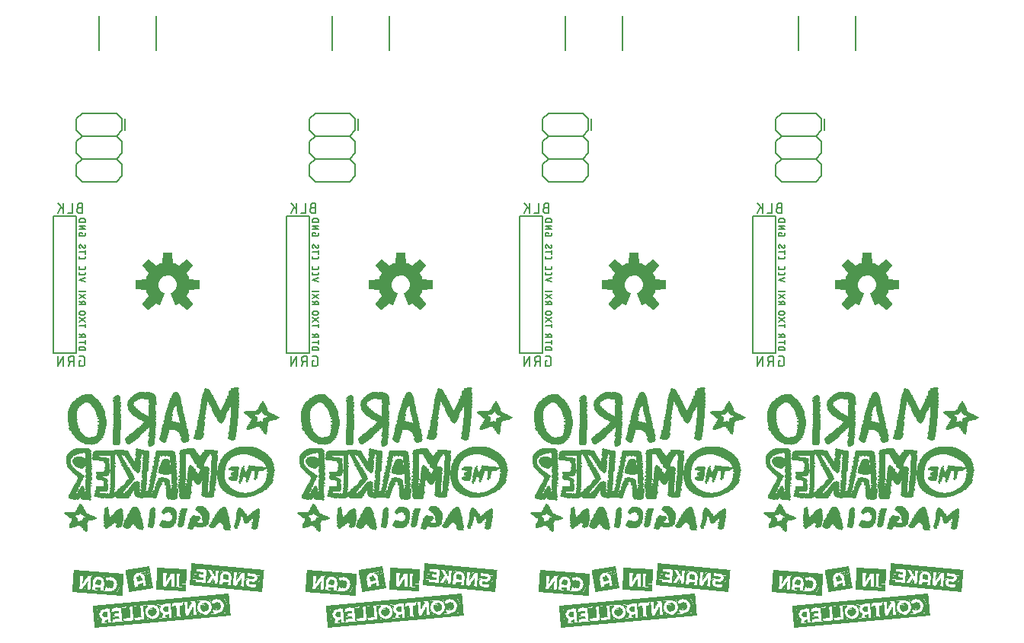
<source format=gbo>
G04 EAGLE Gerber RS-274X export*
G75*
%MOMM*%
%FSLAX34Y34*%
%LPD*%
%INSilkscreen Bottom*%
%IPPOS*%
%AMOC8*
5,1,8,0,0,1.08239X$1,22.5*%
G01*
%ADD10C,0.127000*%
%ADD11C,0.203200*%
%ADD12R,0.127000X0.042162*%
%ADD13R,0.211581X0.042419*%
%ADD14R,0.254000X0.042419*%
%ADD15R,0.338838X0.042162*%
%ADD16R,0.508000X0.042419*%
%ADD17R,0.381000X0.042419*%
%ADD18R,0.635000X0.042419*%
%ADD19R,0.042419X0.042419*%
%ADD20R,0.423419X0.042419*%
%ADD21R,0.677419X0.042162*%
%ADD22R,0.296162X0.042162*%
%ADD23R,0.465838X0.042162*%
%ADD24R,0.338581X0.042419*%
%ADD25R,0.719838X0.042419*%
%ADD26R,0.338838X0.042419*%
%ADD27R,0.465581X0.042419*%
%ADD28R,0.592581X0.042419*%
%ADD29R,0.127000X0.042419*%
%ADD30R,0.550419X0.042419*%
%ADD31R,0.254000X0.042162*%
%ADD32R,0.762000X0.042162*%
%ADD33R,0.592581X0.042162*%
%ADD34R,0.635000X0.042162*%
%ADD35R,0.338581X0.042162*%
%ADD36R,0.211581X0.042162*%
%ADD37R,0.550419X0.042162*%
%ADD38R,0.677419X0.042419*%
%ADD39R,0.296162X0.042419*%
%ADD40R,0.804163X0.042419*%
%ADD41R,0.762000X0.042419*%
%ADD42R,0.296419X0.042419*%
%ADD43R,0.592838X0.042419*%
%ADD44R,0.169163X0.042419*%
%ADD45R,0.931163X0.042419*%
%ADD46R,0.804419X0.042419*%
%ADD47R,0.719838X0.042162*%
%ADD48R,0.381000X0.042162*%
%ADD49R,0.804163X0.042162*%
%ADD50R,0.550162X0.042162*%
%ADD51R,0.084838X0.042162*%
%ADD52R,0.719581X0.042162*%
%ADD53R,1.100838X0.042162*%
%ADD54R,0.508000X0.042162*%
%ADD55R,0.804419X0.042162*%
%ADD56R,0.423419X0.042162*%
%ADD57R,0.465581X0.042162*%
%ADD58R,0.677163X0.042162*%
%ADD59R,0.719581X0.042419*%
%ADD60R,1.227581X0.042419*%
%ADD61R,0.846838X0.042419*%
%ADD62R,0.846581X0.042419*%
%ADD63R,1.143000X0.042419*%
%ADD64R,1.354581X0.042419*%
%ADD65R,0.889000X0.042419*%
%ADD66R,1.989581X0.042162*%
%ADD67R,1.481838X0.042162*%
%ADD68R,0.846581X0.042162*%
%ADD69R,0.931419X0.042162*%
%ADD70R,2.032000X0.042419*%
%ADD71R,1.524000X0.042419*%
%ADD72R,1.016000X0.042419*%
%ADD73R,0.677163X0.042419*%
%ADD74R,0.973581X0.042419*%
%ADD75R,2.074162X0.042419*%
%ADD76R,1.608581X0.042419*%
%ADD77R,0.931419X0.042419*%
%ADD78R,0.846838X0.042162*%
%ADD79R,2.074419X0.042162*%
%ADD80R,0.592838X0.042162*%
%ADD81R,1.651000X0.042162*%
%ADD82R,0.973581X0.042162*%
%ADD83R,1.058163X0.042162*%
%ADD84R,2.032000X0.042162*%
%ADD85R,2.116837X0.042419*%
%ADD86R,1.608838X0.042419*%
%ADD87R,1.058163X0.042419*%
%ADD88R,2.116581X0.042419*%
%ADD89R,2.243581X0.042419*%
%ADD90R,1.947419X0.042419*%
%ADD91R,0.889000X0.042162*%
%ADD92R,2.159000X0.042162*%
%ADD93R,1.608581X0.042162*%
%ADD94R,1.016000X0.042162*%
%ADD95R,1.947419X0.042162*%
%ADD96R,2.159000X0.042419*%
%ADD97R,1.058419X0.042419*%
%ADD98R,1.947163X0.042419*%
%ADD99R,1.651000X0.042419*%
%ADD100R,2.116581X0.042162*%
%ADD101R,1.185419X0.042162*%
%ADD102R,1.905000X0.042162*%
%ADD103R,0.465838X0.042419*%
%ADD104R,2.074419X0.042419*%
%ADD105R,1.905000X0.042419*%
%ADD106R,0.550162X0.042419*%
%ADD107R,1.862581X0.042419*%
%ADD108R,1.989838X0.042162*%
%ADD109R,1.989838X0.042419*%
%ADD110R,0.211838X0.042419*%
%ADD111R,0.042419X0.042162*%
%ADD112R,1.227838X0.042419*%
%ADD113R,1.820419X0.042419*%
%ADD114R,1.397000X0.042419*%
%ADD115R,1.820419X0.042162*%
%ADD116R,1.100581X0.042162*%
%ADD117R,1.439419X0.042162*%
%ADD118R,0.973838X0.042419*%
%ADD119R,1.778000X0.042419*%
%ADD120R,1.100581X0.042419*%
%ADD121R,1.566419X0.042419*%
%ADD122R,1.735838X0.042419*%
%ADD123R,1.100838X0.042419*%
%ADD124R,1.735581X0.042419*%
%ADD125R,1.820163X0.042162*%
%ADD126R,1.693419X0.042162*%
%ADD127R,1.058419X0.042162*%
%ADD128R,1.693163X0.042162*%
%ADD129R,1.820163X0.042419*%
%ADD130R,1.693419X0.042419*%
%ADD131R,1.312419X0.042419*%
%ADD132R,1.566419X0.042162*%
%ADD133R,1.354838X0.042162*%
%ADD134R,1.481581X0.042419*%
%ADD135R,1.227581X0.042162*%
%ADD136R,1.481581X0.042162*%
%ADD137R,1.524000X0.042162*%
%ADD138R,1.270000X0.042162*%
%ADD139R,1.439163X0.042419*%
%ADD140R,1.439419X0.042419*%
%ADD141R,1.185163X0.042419*%
%ADD142R,1.143000X0.042162*%
%ADD143R,1.270000X0.042419*%
%ADD144R,1.312163X0.042162*%
%ADD145R,0.973838X0.042162*%
%ADD146R,1.735581X0.042162*%
%ADD147R,1.312163X0.042419*%
%ADD148R,2.455163X0.042419*%
%ADD149R,2.370837X0.042419*%
%ADD150R,1.227838X0.042162*%
%ADD151R,1.185419X0.042419*%
%ADD152R,1.566163X0.042162*%
%ADD153R,1.566163X0.042419*%
%ADD154R,1.481838X0.042419*%
%ADD155R,1.397000X0.042162*%
%ADD156R,0.211838X0.042162*%
%ADD157R,0.423162X0.042162*%
%ADD158R,0.169419X0.042162*%
%ADD159R,0.042162X0.042419*%
%ADD160R,0.169419X0.042419*%
%ADD161R,0.084581X0.042419*%
%ADD162R,0.423162X0.042419*%
%ADD163R,1.439163X0.042162*%
%ADD164R,2.497581X0.042162*%
%ADD165R,2.497581X0.042419*%
%ADD166R,3.894838X0.042419*%
%ADD167R,2.328419X0.042162*%
%ADD168R,3.937000X0.042162*%
%ADD169R,2.201419X0.042419*%
%ADD170R,2.413000X0.042419*%
%ADD171R,3.979163X0.042419*%
%ADD172R,2.497838X0.042419*%
%ADD173R,2.455419X0.042419*%
%ADD174R,4.021581X0.042419*%
%ADD175R,2.624581X0.042162*%
%ADD176R,2.540000X0.042162*%
%ADD177R,4.021581X0.042162*%
%ADD178R,2.455163X0.042162*%
%ADD179R,2.878581X0.042419*%
%ADD180R,2.540000X0.042419*%
%ADD181R,4.064000X0.042419*%
%ADD182R,3.132581X0.042419*%
%ADD183R,2.582162X0.042419*%
%ADD184R,4.106162X0.042419*%
%ADD185R,3.259838X0.042162*%
%ADD186R,1.312419X0.042162*%
%ADD187R,4.064000X0.042162*%
%ADD188R,3.429000X0.042419*%
%ADD189R,1.354838X0.042419*%
%ADD190R,3.640581X0.042419*%
%ADD191R,1.354581X0.042162*%
%ADD192R,1.185163X0.042162*%
%ADD193R,0.931163X0.042162*%
%ADD194R,0.169163X0.042162*%
%ADD195R,0.084838X0.042419*%
%ADD196R,2.370581X0.042419*%
%ADD197R,0.296419X0.042162*%
%ADD198R,2.370837X0.042162*%
%ADD199R,2.328419X0.042419*%
%ADD200R,1.778000X0.042162*%
%ADD201R,1.862838X0.042419*%
%ADD202R,1.862581X0.042162*%
%ADD203R,2.921000X0.042419*%
%ADD204R,2.836419X0.042162*%
%ADD205R,0.084581X0.042162*%
%ADD206R,1.862838X0.042162*%
%ADD207R,2.201419X0.042162*%
%ADD208R,2.497838X0.042162*%
%ADD209R,2.243838X0.042162*%
%ADD210R,4.487419X0.042419*%
%ADD211R,4.106419X0.042419*%
%ADD212R,4.402581X0.042419*%
%ADD213R,1.989581X0.042419*%
%ADD214R,4.275838X0.042162*%
%ADD215R,4.191000X0.042419*%
%ADD216R,3.894581X0.042162*%
%ADD217R,3.852419X0.042162*%
%ADD218R,2.370581X0.042162*%
%ADD219R,3.767838X0.042419*%
%ADD220R,3.767581X0.042419*%
%ADD221R,2.328162X0.042419*%
%ADD222R,2.243838X0.042419*%
%ADD223R,3.556000X0.042162*%
%ADD224R,3.302000X0.042419*%
%ADD225R,3.090419X0.042162*%
%ADD226R,2.963163X0.042419*%
%ADD227R,2.751581X0.042419*%
%ADD228R,2.286000X0.042419*%
%ADD229R,2.413000X0.042162*%
%ADD230R,2.624837X0.042419*%
%ADD231R,2.667000X0.042162*%
%ADD232R,2.709163X0.042419*%
%ADD233R,2.794000X0.042419*%
%ADD234R,2.921000X0.042162*%
%ADD235R,3.005581X0.042419*%
%ADD236R,2.878581X0.042162*%
%ADD237R,2.836162X0.042419*%
%ADD238R,2.751838X0.042162*%
%ADD239R,2.751838X0.042419*%
%ADD240R,2.709419X0.042419*%
%ADD241R,2.709419X0.042162*%
%ADD242R,2.624581X0.042419*%
%ADD243R,2.582419X0.042162*%
%ADD244R,2.074162X0.042162*%
%ADD245R,0.042162X0.042162*%
%ADD246R,1.693163X0.042419*%
%ADD247R,2.878837X0.042162*%
%ADD248R,2.836419X0.042419*%
%ADD249R,2.582419X0.042419*%
%ADD250R,2.286000X0.042162*%
%ADD251R,8.100000X0.060000*%
%ADD252R,0.900000X0.060000*%
%ADD253R,0.300000X0.060000*%
%ADD254R,0.540000X0.060000*%
%ADD255R,0.660000X0.060000*%
%ADD256R,0.120000X0.060000*%
%ADD257R,0.840000X0.060000*%
%ADD258R,0.480000X0.060000*%
%ADD259R,0.180000X0.060000*%
%ADD260R,0.780000X0.060000*%
%ADD261R,0.420000X0.060000*%
%ADD262R,0.240000X0.060000*%
%ADD263R,0.720000X0.060000*%
%ADD264R,0.360000X0.060000*%
%ADD265R,1.080000X0.060000*%
%ADD266R,1.440000X0.060000*%
%ADD267R,1.140000X0.060000*%
%ADD268R,1.020000X0.060000*%
%ADD269R,1.380000X0.060000*%
%ADD270R,0.060000X0.060000*%
%ADD271R,0.600000X0.060000*%
%ADD272R,0.960000X0.060000*%
%ADD273R,1.500000X0.060000*%
%ADD274R,1.560000X0.060000*%
%ADD275R,3.300000X0.060000*%
%ADD276R,2.700000X0.060000*%
%ADD277R,5.580000X0.060000*%
%ADD278R,4.020000X0.060000*%
%ADD279R,15.180000X0.060000*%
%ADD280R,1.200000X0.060000*%
%ADD281R,5.700000X0.060000*%
%ADD282R,6.480000X0.060000*%
%ADD283R,5.640000X0.060000*%

G36*
X925873Y378086D02*
X925873Y378086D01*
X925981Y378096D01*
X925994Y378102D01*
X926008Y378104D01*
X926105Y378152D01*
X926204Y378197D01*
X926217Y378208D01*
X926226Y378212D01*
X926241Y378228D01*
X926318Y378290D01*
X932350Y384322D01*
X932400Y384393D01*
X932405Y384398D01*
X932407Y384401D01*
X932413Y384410D01*
X932479Y384496D01*
X932484Y384509D01*
X932492Y384521D01*
X932523Y384624D01*
X932559Y384727D01*
X932559Y384741D01*
X932563Y384754D01*
X932559Y384862D01*
X932560Y384971D01*
X932555Y384984D01*
X932555Y384998D01*
X932517Y385100D01*
X932482Y385202D01*
X932473Y385217D01*
X932469Y385226D01*
X932455Y385243D01*
X932401Y385325D01*
X925547Y393731D01*
X926585Y395617D01*
X926593Y395639D01*
X926621Y395691D01*
X927638Y398147D01*
X927644Y398170D01*
X927666Y398225D01*
X928265Y400293D01*
X939055Y401390D01*
X939159Y401418D01*
X939265Y401443D01*
X939277Y401450D01*
X939290Y401453D01*
X939380Y401514D01*
X939473Y401571D01*
X939481Y401582D01*
X939493Y401590D01*
X939559Y401676D01*
X939628Y401760D01*
X939632Y401773D01*
X939641Y401784D01*
X939675Y401887D01*
X939714Y401988D01*
X939715Y402006D01*
X939719Y402015D01*
X939719Y402037D01*
X939728Y402135D01*
X939728Y410665D01*
X939711Y410772D01*
X939697Y410880D01*
X939691Y410892D01*
X939689Y410906D01*
X939637Y411002D01*
X939590Y411099D01*
X939580Y411109D01*
X939574Y411121D01*
X939494Y411195D01*
X939418Y411272D01*
X939406Y411278D01*
X939396Y411288D01*
X939297Y411333D01*
X939200Y411381D01*
X939182Y411385D01*
X939173Y411389D01*
X939152Y411391D01*
X939055Y411410D01*
X928265Y412507D01*
X927666Y414575D01*
X927655Y414596D01*
X927638Y414653D01*
X926621Y417109D01*
X926608Y417129D01*
X926585Y417183D01*
X925547Y419069D01*
X932401Y427475D01*
X932455Y427569D01*
X932512Y427661D01*
X932515Y427674D01*
X932522Y427686D01*
X932543Y427793D01*
X932568Y427898D01*
X932566Y427912D01*
X932569Y427926D01*
X932554Y428033D01*
X932544Y428141D01*
X932538Y428154D01*
X932536Y428168D01*
X932488Y428265D01*
X932443Y428364D01*
X932432Y428377D01*
X932428Y428386D01*
X932412Y428401D01*
X932350Y428478D01*
X926318Y434510D01*
X926230Y434573D01*
X926144Y434639D01*
X926131Y434644D01*
X926119Y434652D01*
X926016Y434683D01*
X925913Y434719D01*
X925899Y434719D01*
X925886Y434723D01*
X925778Y434719D01*
X925669Y434720D01*
X925656Y434715D01*
X925642Y434715D01*
X925540Y434677D01*
X925438Y434642D01*
X925423Y434633D01*
X925414Y434629D01*
X925397Y434615D01*
X925315Y434561D01*
X916909Y427707D01*
X915023Y428745D01*
X915001Y428753D01*
X914949Y428781D01*
X912493Y429798D01*
X912470Y429804D01*
X912415Y429826D01*
X910347Y430425D01*
X909250Y441215D01*
X909222Y441319D01*
X909197Y441425D01*
X909190Y441437D01*
X909187Y441450D01*
X909126Y441540D01*
X909069Y441633D01*
X909058Y441641D01*
X909050Y441653D01*
X908964Y441719D01*
X908880Y441788D01*
X908867Y441792D01*
X908856Y441801D01*
X908753Y441835D01*
X908652Y441874D01*
X908634Y441875D01*
X908625Y441879D01*
X908603Y441879D01*
X908505Y441888D01*
X899975Y441888D01*
X899868Y441871D01*
X899760Y441857D01*
X899748Y441851D01*
X899734Y441849D01*
X899638Y441797D01*
X899541Y441750D01*
X899531Y441740D01*
X899519Y441734D01*
X899445Y441654D01*
X899368Y441578D01*
X899362Y441566D01*
X899352Y441556D01*
X899307Y441457D01*
X899259Y441360D01*
X899255Y441342D01*
X899251Y441333D01*
X899249Y441312D01*
X899230Y441215D01*
X898133Y430425D01*
X896065Y429826D01*
X896044Y429815D01*
X895987Y429798D01*
X893531Y428781D01*
X893511Y428768D01*
X893457Y428745D01*
X891571Y427707D01*
X883165Y434561D01*
X883071Y434615D01*
X882979Y434672D01*
X882966Y434675D01*
X882954Y434682D01*
X882847Y434703D01*
X882742Y434728D01*
X882728Y434726D01*
X882714Y434729D01*
X882607Y434714D01*
X882499Y434704D01*
X882486Y434698D01*
X882473Y434696D01*
X882375Y434648D01*
X882276Y434603D01*
X882263Y434592D01*
X882254Y434588D01*
X882239Y434572D01*
X882162Y434510D01*
X876130Y428478D01*
X876067Y428390D01*
X876001Y428304D01*
X875996Y428291D01*
X875988Y428279D01*
X875957Y428176D01*
X875921Y428073D01*
X875921Y428059D01*
X875917Y428046D01*
X875921Y427938D01*
X875920Y427829D01*
X875925Y427816D01*
X875925Y427802D01*
X875963Y427700D01*
X875998Y427598D01*
X876007Y427583D01*
X876011Y427574D01*
X876025Y427557D01*
X876079Y427475D01*
X882933Y419069D01*
X881895Y417183D01*
X881887Y417161D01*
X881859Y417109D01*
X880842Y414653D01*
X880836Y414630D01*
X880814Y414575D01*
X880215Y412507D01*
X869425Y411410D01*
X869321Y411382D01*
X869215Y411357D01*
X869203Y411350D01*
X869190Y411347D01*
X869100Y411286D01*
X869007Y411229D01*
X868999Y411218D01*
X868987Y411210D01*
X868921Y411124D01*
X868853Y411040D01*
X868848Y411027D01*
X868839Y411016D01*
X868805Y410913D01*
X868766Y410812D01*
X868765Y410794D01*
X868761Y410785D01*
X868762Y410763D01*
X868752Y410665D01*
X868752Y402135D01*
X868769Y402028D01*
X868783Y401920D01*
X868789Y401908D01*
X868791Y401894D01*
X868843Y401798D01*
X868890Y401701D01*
X868900Y401691D01*
X868906Y401679D01*
X868986Y401605D01*
X869062Y401528D01*
X869074Y401522D01*
X869085Y401512D01*
X869183Y401467D01*
X869280Y401419D01*
X869298Y401415D01*
X869307Y401411D01*
X869328Y401409D01*
X869425Y401390D01*
X880215Y400293D01*
X880814Y398225D01*
X880825Y398204D01*
X880842Y398147D01*
X881859Y395691D01*
X881872Y395671D01*
X881895Y395617D01*
X882933Y393731D01*
X876079Y385325D01*
X876025Y385231D01*
X875968Y385139D01*
X875965Y385126D01*
X875958Y385114D01*
X875937Y385007D01*
X875912Y384902D01*
X875914Y384888D01*
X875911Y384874D01*
X875926Y384767D01*
X875936Y384659D01*
X875942Y384646D01*
X875944Y384633D01*
X875992Y384535D01*
X876037Y384436D01*
X876048Y384423D01*
X876052Y384414D01*
X876068Y384399D01*
X876130Y384322D01*
X882162Y378290D01*
X882250Y378227D01*
X882336Y378161D01*
X882349Y378156D01*
X882361Y378148D01*
X882464Y378117D01*
X882567Y378081D01*
X882581Y378081D01*
X882594Y378077D01*
X882702Y378081D01*
X882811Y378080D01*
X882824Y378085D01*
X882838Y378085D01*
X882940Y378123D01*
X883042Y378158D01*
X883057Y378167D01*
X883066Y378171D01*
X883083Y378185D01*
X883165Y378239D01*
X891565Y385088D01*
X892852Y384356D01*
X892871Y384349D01*
X892907Y384328D01*
X894716Y383489D01*
X894754Y383479D01*
X894790Y383460D01*
X894871Y383446D01*
X894951Y383424D01*
X894991Y383426D01*
X895030Y383420D01*
X895112Y383433D01*
X895195Y383438D01*
X895232Y383453D01*
X895271Y383459D01*
X895344Y383498D01*
X895421Y383529D01*
X895451Y383555D01*
X895487Y383574D01*
X895543Y383634D01*
X895606Y383688D01*
X895626Y383723D01*
X895654Y383752D01*
X895723Y383882D01*
X900746Y396008D01*
X900771Y396117D01*
X900800Y396224D01*
X900799Y396235D01*
X900802Y396246D01*
X900791Y396356D01*
X900783Y396468D01*
X900779Y396478D01*
X900778Y396489D01*
X900732Y396590D01*
X900689Y396693D01*
X900682Y396701D01*
X900677Y396711D01*
X900601Y396792D01*
X900528Y396876D01*
X900516Y396883D01*
X900510Y396889D01*
X900493Y396898D01*
X900404Y396957D01*
X898654Y397884D01*
X897162Y399076D01*
X895919Y400527D01*
X894969Y402184D01*
X894344Y403989D01*
X894068Y405879D01*
X894150Y407787D01*
X894586Y409647D01*
X895362Y411392D01*
X896451Y412962D01*
X897813Y414301D01*
X899401Y415362D01*
X901159Y416108D01*
X903026Y416513D01*
X904935Y416561D01*
X906820Y416253D01*
X908615Y415598D01*
X910255Y414619D01*
X911684Y413352D01*
X912851Y411840D01*
X913715Y410137D01*
X914246Y408302D01*
X914426Y406396D01*
X914282Y404694D01*
X913855Y403036D01*
X913155Y401473D01*
X912816Y400965D01*
X912315Y400216D01*
X912315Y400215D01*
X912204Y400049D01*
X911028Y398805D01*
X909660Y397776D01*
X908082Y396961D01*
X907990Y396892D01*
X907897Y396825D01*
X907892Y396819D01*
X907886Y396815D01*
X907821Y396720D01*
X907754Y396627D01*
X907752Y396620D01*
X907748Y396614D01*
X907717Y396503D01*
X907683Y396394D01*
X907683Y396386D01*
X907682Y396379D01*
X907687Y396265D01*
X907691Y396150D01*
X907694Y396141D01*
X907694Y396136D01*
X907700Y396121D01*
X907734Y396008D01*
X912757Y383882D01*
X912778Y383848D01*
X912791Y383811D01*
X912842Y383745D01*
X912886Y383675D01*
X912917Y383650D01*
X912941Y383618D01*
X913010Y383573D01*
X913074Y383520D01*
X913112Y383506D01*
X913145Y383484D01*
X913225Y383463D01*
X913303Y383434D01*
X913343Y383433D01*
X913381Y383423D01*
X913464Y383429D01*
X913546Y383426D01*
X913585Y383438D01*
X913625Y383441D01*
X913764Y383489D01*
X915573Y384328D01*
X915589Y384339D01*
X915628Y384356D01*
X916915Y385088D01*
X925315Y378239D01*
X925409Y378185D01*
X925501Y378128D01*
X925514Y378125D01*
X925526Y378118D01*
X925633Y378097D01*
X925738Y378072D01*
X925752Y378074D01*
X925766Y378071D01*
X925873Y378086D01*
G37*
G36*
X666793Y378086D02*
X666793Y378086D01*
X666901Y378096D01*
X666914Y378102D01*
X666928Y378104D01*
X667025Y378152D01*
X667124Y378197D01*
X667137Y378208D01*
X667146Y378212D01*
X667161Y378228D01*
X667238Y378290D01*
X673270Y384322D01*
X673320Y384393D01*
X673325Y384398D01*
X673327Y384401D01*
X673333Y384410D01*
X673399Y384496D01*
X673404Y384509D01*
X673412Y384521D01*
X673443Y384624D01*
X673479Y384727D01*
X673479Y384741D01*
X673483Y384754D01*
X673479Y384862D01*
X673480Y384971D01*
X673475Y384984D01*
X673475Y384998D01*
X673437Y385100D01*
X673402Y385202D01*
X673393Y385217D01*
X673389Y385226D01*
X673375Y385243D01*
X673321Y385325D01*
X666467Y393731D01*
X667505Y395617D01*
X667513Y395639D01*
X667541Y395691D01*
X668558Y398147D01*
X668564Y398170D01*
X668586Y398225D01*
X669185Y400293D01*
X679975Y401390D01*
X680079Y401418D01*
X680185Y401443D01*
X680197Y401450D01*
X680210Y401453D01*
X680300Y401514D01*
X680393Y401571D01*
X680401Y401582D01*
X680413Y401590D01*
X680479Y401676D01*
X680548Y401760D01*
X680552Y401773D01*
X680561Y401784D01*
X680595Y401887D01*
X680634Y401988D01*
X680635Y402006D01*
X680639Y402015D01*
X680639Y402037D01*
X680648Y402135D01*
X680648Y410665D01*
X680631Y410772D01*
X680617Y410880D01*
X680611Y410892D01*
X680609Y410906D01*
X680557Y411002D01*
X680510Y411099D01*
X680500Y411109D01*
X680494Y411121D01*
X680414Y411195D01*
X680338Y411272D01*
X680326Y411278D01*
X680316Y411288D01*
X680217Y411333D01*
X680120Y411381D01*
X680102Y411385D01*
X680093Y411389D01*
X680072Y411391D01*
X679975Y411410D01*
X669185Y412507D01*
X668586Y414575D01*
X668575Y414596D01*
X668558Y414653D01*
X667541Y417109D01*
X667528Y417129D01*
X667505Y417183D01*
X666467Y419069D01*
X673321Y427475D01*
X673375Y427569D01*
X673432Y427661D01*
X673435Y427674D01*
X673442Y427686D01*
X673463Y427793D01*
X673488Y427898D01*
X673486Y427912D01*
X673489Y427926D01*
X673474Y428033D01*
X673464Y428141D01*
X673458Y428154D01*
X673456Y428168D01*
X673408Y428265D01*
X673363Y428364D01*
X673352Y428377D01*
X673348Y428386D01*
X673332Y428401D01*
X673270Y428478D01*
X667238Y434510D01*
X667150Y434573D01*
X667064Y434639D01*
X667051Y434644D01*
X667039Y434652D01*
X666936Y434683D01*
X666833Y434719D01*
X666819Y434719D01*
X666806Y434723D01*
X666698Y434719D01*
X666589Y434720D01*
X666576Y434715D01*
X666562Y434715D01*
X666460Y434677D01*
X666358Y434642D01*
X666343Y434633D01*
X666334Y434629D01*
X666317Y434615D01*
X666235Y434561D01*
X657829Y427707D01*
X655943Y428745D01*
X655921Y428753D01*
X655869Y428781D01*
X653413Y429798D01*
X653390Y429804D01*
X653335Y429826D01*
X651267Y430425D01*
X650170Y441215D01*
X650142Y441319D01*
X650117Y441425D01*
X650110Y441437D01*
X650107Y441450D01*
X650046Y441540D01*
X649989Y441633D01*
X649978Y441641D01*
X649970Y441653D01*
X649884Y441719D01*
X649800Y441788D01*
X649787Y441792D01*
X649776Y441801D01*
X649673Y441835D01*
X649572Y441874D01*
X649554Y441875D01*
X649545Y441879D01*
X649523Y441879D01*
X649425Y441888D01*
X640895Y441888D01*
X640788Y441871D01*
X640680Y441857D01*
X640668Y441851D01*
X640654Y441849D01*
X640558Y441797D01*
X640461Y441750D01*
X640451Y441740D01*
X640439Y441734D01*
X640365Y441654D01*
X640288Y441578D01*
X640282Y441566D01*
X640272Y441556D01*
X640227Y441457D01*
X640179Y441360D01*
X640175Y441342D01*
X640171Y441333D01*
X640169Y441312D01*
X640150Y441215D01*
X639053Y430425D01*
X636985Y429826D01*
X636964Y429815D01*
X636907Y429798D01*
X634451Y428781D01*
X634431Y428768D01*
X634377Y428745D01*
X632491Y427707D01*
X624085Y434561D01*
X623991Y434615D01*
X623899Y434672D01*
X623886Y434675D01*
X623874Y434682D01*
X623767Y434703D01*
X623662Y434728D01*
X623648Y434726D01*
X623634Y434729D01*
X623527Y434714D01*
X623419Y434704D01*
X623406Y434698D01*
X623393Y434696D01*
X623295Y434648D01*
X623196Y434603D01*
X623183Y434592D01*
X623174Y434588D01*
X623159Y434572D01*
X623082Y434510D01*
X617050Y428478D01*
X616987Y428390D01*
X616921Y428304D01*
X616916Y428291D01*
X616908Y428279D01*
X616877Y428176D01*
X616841Y428073D01*
X616841Y428059D01*
X616837Y428046D01*
X616841Y427938D01*
X616840Y427829D01*
X616845Y427816D01*
X616845Y427802D01*
X616883Y427700D01*
X616918Y427598D01*
X616927Y427583D01*
X616931Y427574D01*
X616945Y427557D01*
X616999Y427475D01*
X623853Y419069D01*
X622815Y417183D01*
X622807Y417161D01*
X622779Y417109D01*
X621762Y414653D01*
X621756Y414630D01*
X621734Y414575D01*
X621135Y412507D01*
X610345Y411410D01*
X610241Y411382D01*
X610135Y411357D01*
X610123Y411350D01*
X610110Y411347D01*
X610020Y411286D01*
X609927Y411229D01*
X609919Y411218D01*
X609907Y411210D01*
X609841Y411124D01*
X609773Y411040D01*
X609768Y411027D01*
X609759Y411016D01*
X609725Y410913D01*
X609686Y410812D01*
X609685Y410794D01*
X609681Y410785D01*
X609682Y410763D01*
X609672Y410665D01*
X609672Y402135D01*
X609689Y402028D01*
X609703Y401920D01*
X609709Y401908D01*
X609711Y401894D01*
X609763Y401798D01*
X609810Y401701D01*
X609820Y401691D01*
X609826Y401679D01*
X609906Y401605D01*
X609982Y401528D01*
X609994Y401522D01*
X610005Y401512D01*
X610103Y401467D01*
X610200Y401419D01*
X610218Y401415D01*
X610227Y401411D01*
X610248Y401409D01*
X610345Y401390D01*
X621135Y400293D01*
X621734Y398225D01*
X621745Y398204D01*
X621762Y398147D01*
X622779Y395691D01*
X622792Y395671D01*
X622815Y395617D01*
X623853Y393731D01*
X616999Y385325D01*
X616945Y385231D01*
X616888Y385139D01*
X616885Y385126D01*
X616878Y385114D01*
X616857Y385007D01*
X616832Y384902D01*
X616834Y384888D01*
X616831Y384874D01*
X616846Y384767D01*
X616856Y384659D01*
X616862Y384646D01*
X616864Y384633D01*
X616912Y384535D01*
X616957Y384436D01*
X616968Y384423D01*
X616972Y384414D01*
X616988Y384399D01*
X617050Y384322D01*
X623082Y378290D01*
X623170Y378227D01*
X623256Y378161D01*
X623269Y378156D01*
X623281Y378148D01*
X623384Y378117D01*
X623487Y378081D01*
X623501Y378081D01*
X623514Y378077D01*
X623622Y378081D01*
X623731Y378080D01*
X623744Y378085D01*
X623758Y378085D01*
X623860Y378123D01*
X623962Y378158D01*
X623977Y378167D01*
X623986Y378171D01*
X624003Y378185D01*
X624085Y378239D01*
X632485Y385088D01*
X633772Y384356D01*
X633791Y384349D01*
X633827Y384328D01*
X635636Y383489D01*
X635674Y383479D01*
X635710Y383460D01*
X635791Y383446D01*
X635871Y383424D01*
X635911Y383426D01*
X635950Y383420D01*
X636032Y383433D01*
X636115Y383438D01*
X636152Y383453D01*
X636191Y383459D01*
X636264Y383498D01*
X636341Y383529D01*
X636371Y383555D01*
X636407Y383574D01*
X636463Y383634D01*
X636526Y383688D01*
X636546Y383723D01*
X636574Y383752D01*
X636643Y383882D01*
X641666Y396008D01*
X641691Y396117D01*
X641720Y396224D01*
X641719Y396235D01*
X641722Y396246D01*
X641711Y396356D01*
X641703Y396468D01*
X641699Y396478D01*
X641698Y396489D01*
X641652Y396590D01*
X641609Y396693D01*
X641602Y396701D01*
X641597Y396711D01*
X641521Y396792D01*
X641448Y396876D01*
X641436Y396883D01*
X641430Y396889D01*
X641413Y396898D01*
X641324Y396957D01*
X639574Y397884D01*
X638082Y399076D01*
X636839Y400527D01*
X635889Y402184D01*
X635264Y403989D01*
X634988Y405879D01*
X635070Y407787D01*
X635506Y409647D01*
X636282Y411392D01*
X637371Y412962D01*
X638733Y414301D01*
X640321Y415362D01*
X642079Y416108D01*
X643946Y416513D01*
X645855Y416561D01*
X647740Y416253D01*
X649535Y415598D01*
X651175Y414619D01*
X652604Y413352D01*
X653771Y411840D01*
X654635Y410137D01*
X655166Y408302D01*
X655346Y406396D01*
X655202Y404694D01*
X654775Y403036D01*
X654075Y401473D01*
X653736Y400965D01*
X653235Y400216D01*
X653235Y400215D01*
X653124Y400049D01*
X651948Y398805D01*
X650580Y397776D01*
X649002Y396961D01*
X648910Y396892D01*
X648817Y396825D01*
X648812Y396819D01*
X648806Y396815D01*
X648741Y396720D01*
X648674Y396627D01*
X648672Y396620D01*
X648668Y396614D01*
X648637Y396503D01*
X648603Y396394D01*
X648603Y396386D01*
X648602Y396379D01*
X648607Y396265D01*
X648611Y396150D01*
X648614Y396141D01*
X648614Y396136D01*
X648620Y396121D01*
X648654Y396008D01*
X653677Y383882D01*
X653698Y383848D01*
X653711Y383811D01*
X653762Y383745D01*
X653806Y383675D01*
X653837Y383650D01*
X653861Y383618D01*
X653930Y383573D01*
X653994Y383520D01*
X654032Y383506D01*
X654065Y383484D01*
X654145Y383463D01*
X654223Y383434D01*
X654263Y383433D01*
X654301Y383423D01*
X654384Y383429D01*
X654466Y383426D01*
X654505Y383438D01*
X654545Y383441D01*
X654684Y383489D01*
X656493Y384328D01*
X656509Y384339D01*
X656548Y384356D01*
X657835Y385088D01*
X666235Y378239D01*
X666329Y378185D01*
X666421Y378128D01*
X666434Y378125D01*
X666446Y378118D01*
X666553Y378097D01*
X666658Y378072D01*
X666672Y378074D01*
X666686Y378071D01*
X666793Y378086D01*
G37*
G36*
X148633Y378086D02*
X148633Y378086D01*
X148741Y378096D01*
X148754Y378102D01*
X148768Y378104D01*
X148865Y378152D01*
X148964Y378197D01*
X148977Y378208D01*
X148986Y378212D01*
X149001Y378228D01*
X149078Y378290D01*
X155110Y384322D01*
X155160Y384393D01*
X155165Y384398D01*
X155167Y384401D01*
X155173Y384410D01*
X155239Y384496D01*
X155244Y384509D01*
X155252Y384521D01*
X155283Y384624D01*
X155319Y384727D01*
X155319Y384741D01*
X155323Y384754D01*
X155319Y384862D01*
X155320Y384971D01*
X155315Y384984D01*
X155315Y384998D01*
X155277Y385100D01*
X155242Y385202D01*
X155233Y385217D01*
X155229Y385226D01*
X155215Y385243D01*
X155161Y385325D01*
X148307Y393731D01*
X149345Y395617D01*
X149353Y395639D01*
X149381Y395691D01*
X150398Y398147D01*
X150404Y398170D01*
X150426Y398225D01*
X151025Y400293D01*
X161815Y401390D01*
X161919Y401418D01*
X162025Y401443D01*
X162037Y401450D01*
X162050Y401453D01*
X162140Y401514D01*
X162233Y401571D01*
X162241Y401582D01*
X162253Y401590D01*
X162319Y401676D01*
X162388Y401760D01*
X162392Y401773D01*
X162401Y401784D01*
X162435Y401887D01*
X162474Y401988D01*
X162475Y402006D01*
X162479Y402015D01*
X162479Y402037D01*
X162488Y402135D01*
X162488Y410665D01*
X162471Y410772D01*
X162457Y410880D01*
X162451Y410892D01*
X162449Y410906D01*
X162397Y411002D01*
X162350Y411099D01*
X162340Y411109D01*
X162334Y411121D01*
X162254Y411195D01*
X162178Y411272D01*
X162166Y411278D01*
X162156Y411288D01*
X162057Y411333D01*
X161960Y411381D01*
X161942Y411385D01*
X161933Y411389D01*
X161912Y411391D01*
X161815Y411410D01*
X151025Y412507D01*
X150426Y414575D01*
X150415Y414596D01*
X150398Y414653D01*
X149381Y417109D01*
X149368Y417129D01*
X149345Y417183D01*
X148307Y419069D01*
X155161Y427475D01*
X155215Y427569D01*
X155272Y427661D01*
X155275Y427674D01*
X155282Y427686D01*
X155303Y427793D01*
X155328Y427898D01*
X155326Y427912D01*
X155329Y427926D01*
X155314Y428033D01*
X155304Y428141D01*
X155298Y428154D01*
X155296Y428168D01*
X155248Y428265D01*
X155203Y428364D01*
X155192Y428377D01*
X155188Y428386D01*
X155172Y428401D01*
X155110Y428478D01*
X149078Y434510D01*
X148990Y434573D01*
X148904Y434639D01*
X148891Y434644D01*
X148879Y434652D01*
X148776Y434683D01*
X148673Y434719D01*
X148659Y434719D01*
X148646Y434723D01*
X148538Y434719D01*
X148429Y434720D01*
X148416Y434715D01*
X148402Y434715D01*
X148300Y434677D01*
X148198Y434642D01*
X148183Y434633D01*
X148174Y434629D01*
X148157Y434615D01*
X148075Y434561D01*
X139669Y427707D01*
X137783Y428745D01*
X137761Y428753D01*
X137709Y428781D01*
X135253Y429798D01*
X135230Y429804D01*
X135175Y429826D01*
X133107Y430425D01*
X132010Y441215D01*
X131982Y441319D01*
X131957Y441425D01*
X131950Y441437D01*
X131947Y441450D01*
X131886Y441540D01*
X131829Y441633D01*
X131818Y441641D01*
X131810Y441653D01*
X131724Y441719D01*
X131640Y441788D01*
X131627Y441792D01*
X131616Y441801D01*
X131513Y441835D01*
X131412Y441874D01*
X131394Y441875D01*
X131385Y441879D01*
X131363Y441879D01*
X131265Y441888D01*
X122735Y441888D01*
X122628Y441871D01*
X122520Y441857D01*
X122508Y441851D01*
X122494Y441849D01*
X122398Y441797D01*
X122301Y441750D01*
X122291Y441740D01*
X122279Y441734D01*
X122205Y441654D01*
X122128Y441578D01*
X122122Y441566D01*
X122112Y441556D01*
X122067Y441457D01*
X122019Y441360D01*
X122015Y441342D01*
X122011Y441333D01*
X122009Y441312D01*
X121990Y441215D01*
X120893Y430425D01*
X118825Y429826D01*
X118804Y429815D01*
X118747Y429798D01*
X116291Y428781D01*
X116271Y428768D01*
X116217Y428745D01*
X114331Y427707D01*
X105925Y434561D01*
X105831Y434615D01*
X105739Y434672D01*
X105726Y434675D01*
X105714Y434682D01*
X105607Y434703D01*
X105502Y434728D01*
X105488Y434726D01*
X105474Y434729D01*
X105367Y434714D01*
X105259Y434704D01*
X105246Y434698D01*
X105233Y434696D01*
X105135Y434648D01*
X105036Y434603D01*
X105023Y434592D01*
X105014Y434588D01*
X104999Y434572D01*
X104922Y434510D01*
X98890Y428478D01*
X98827Y428390D01*
X98761Y428304D01*
X98756Y428291D01*
X98748Y428279D01*
X98717Y428176D01*
X98681Y428073D01*
X98681Y428059D01*
X98677Y428046D01*
X98681Y427938D01*
X98680Y427829D01*
X98685Y427816D01*
X98685Y427802D01*
X98723Y427700D01*
X98758Y427598D01*
X98767Y427583D01*
X98771Y427574D01*
X98785Y427557D01*
X98839Y427475D01*
X105693Y419069D01*
X104655Y417183D01*
X104647Y417161D01*
X104619Y417109D01*
X103602Y414653D01*
X103596Y414630D01*
X103574Y414575D01*
X102975Y412507D01*
X92185Y411410D01*
X92081Y411382D01*
X91975Y411357D01*
X91963Y411350D01*
X91950Y411347D01*
X91860Y411286D01*
X91767Y411229D01*
X91759Y411218D01*
X91747Y411210D01*
X91681Y411124D01*
X91613Y411040D01*
X91608Y411027D01*
X91599Y411016D01*
X91565Y410913D01*
X91526Y410812D01*
X91525Y410794D01*
X91521Y410785D01*
X91522Y410763D01*
X91512Y410665D01*
X91512Y402135D01*
X91529Y402028D01*
X91543Y401920D01*
X91549Y401908D01*
X91551Y401894D01*
X91603Y401798D01*
X91650Y401701D01*
X91660Y401691D01*
X91666Y401679D01*
X91746Y401605D01*
X91822Y401528D01*
X91834Y401522D01*
X91845Y401512D01*
X91943Y401467D01*
X92040Y401419D01*
X92058Y401415D01*
X92067Y401411D01*
X92088Y401409D01*
X92185Y401390D01*
X102975Y400293D01*
X103574Y398225D01*
X103585Y398204D01*
X103602Y398147D01*
X104619Y395691D01*
X104632Y395671D01*
X104655Y395617D01*
X105693Y393731D01*
X98839Y385325D01*
X98785Y385231D01*
X98728Y385139D01*
X98725Y385126D01*
X98718Y385114D01*
X98697Y385007D01*
X98672Y384902D01*
X98674Y384888D01*
X98671Y384874D01*
X98686Y384767D01*
X98696Y384659D01*
X98702Y384646D01*
X98704Y384633D01*
X98752Y384535D01*
X98797Y384436D01*
X98808Y384423D01*
X98812Y384414D01*
X98828Y384399D01*
X98890Y384322D01*
X104922Y378290D01*
X105010Y378227D01*
X105096Y378161D01*
X105109Y378156D01*
X105121Y378148D01*
X105224Y378117D01*
X105327Y378081D01*
X105341Y378081D01*
X105354Y378077D01*
X105462Y378081D01*
X105571Y378080D01*
X105584Y378085D01*
X105598Y378085D01*
X105700Y378123D01*
X105802Y378158D01*
X105817Y378167D01*
X105826Y378171D01*
X105843Y378185D01*
X105925Y378239D01*
X114325Y385088D01*
X115612Y384356D01*
X115631Y384349D01*
X115667Y384328D01*
X117476Y383489D01*
X117514Y383479D01*
X117550Y383460D01*
X117631Y383446D01*
X117711Y383424D01*
X117751Y383426D01*
X117790Y383420D01*
X117872Y383433D01*
X117955Y383438D01*
X117992Y383453D01*
X118031Y383459D01*
X118104Y383498D01*
X118181Y383529D01*
X118211Y383555D01*
X118247Y383574D01*
X118303Y383634D01*
X118366Y383688D01*
X118386Y383723D01*
X118414Y383752D01*
X118483Y383882D01*
X123506Y396008D01*
X123531Y396117D01*
X123560Y396224D01*
X123559Y396235D01*
X123562Y396246D01*
X123551Y396356D01*
X123543Y396468D01*
X123539Y396478D01*
X123538Y396489D01*
X123492Y396590D01*
X123449Y396693D01*
X123442Y396701D01*
X123437Y396711D01*
X123361Y396792D01*
X123288Y396876D01*
X123276Y396883D01*
X123270Y396889D01*
X123253Y396898D01*
X123164Y396957D01*
X121414Y397884D01*
X119922Y399076D01*
X118679Y400527D01*
X117729Y402184D01*
X117104Y403989D01*
X116828Y405879D01*
X116910Y407787D01*
X117346Y409647D01*
X118122Y411392D01*
X119211Y412962D01*
X120573Y414301D01*
X122161Y415362D01*
X123919Y416108D01*
X125786Y416513D01*
X127695Y416561D01*
X129580Y416253D01*
X131375Y415598D01*
X133015Y414619D01*
X134444Y413352D01*
X135611Y411840D01*
X136475Y410137D01*
X137006Y408302D01*
X137186Y406396D01*
X137042Y404694D01*
X136615Y403036D01*
X135915Y401473D01*
X135576Y400965D01*
X135075Y400216D01*
X135075Y400215D01*
X134964Y400049D01*
X133788Y398805D01*
X132420Y397776D01*
X130842Y396961D01*
X130750Y396892D01*
X130657Y396825D01*
X130652Y396819D01*
X130646Y396815D01*
X130581Y396720D01*
X130514Y396627D01*
X130512Y396620D01*
X130508Y396614D01*
X130477Y396503D01*
X130443Y396394D01*
X130443Y396386D01*
X130442Y396379D01*
X130447Y396265D01*
X130451Y396150D01*
X130454Y396141D01*
X130454Y396136D01*
X130460Y396121D01*
X130494Y396008D01*
X135517Y383882D01*
X135538Y383848D01*
X135551Y383811D01*
X135602Y383745D01*
X135646Y383675D01*
X135677Y383650D01*
X135701Y383618D01*
X135770Y383573D01*
X135834Y383520D01*
X135872Y383506D01*
X135905Y383484D01*
X135985Y383463D01*
X136063Y383434D01*
X136103Y383433D01*
X136141Y383423D01*
X136224Y383429D01*
X136306Y383426D01*
X136345Y383438D01*
X136385Y383441D01*
X136524Y383489D01*
X138333Y384328D01*
X138349Y384339D01*
X138388Y384356D01*
X139675Y385088D01*
X148075Y378239D01*
X148169Y378185D01*
X148261Y378128D01*
X148274Y378125D01*
X148286Y378118D01*
X148393Y378097D01*
X148498Y378072D01*
X148512Y378074D01*
X148526Y378071D01*
X148633Y378086D01*
G37*
G36*
X407713Y378086D02*
X407713Y378086D01*
X407821Y378096D01*
X407834Y378102D01*
X407848Y378104D01*
X407945Y378152D01*
X408044Y378197D01*
X408057Y378208D01*
X408066Y378212D01*
X408081Y378228D01*
X408158Y378290D01*
X414190Y384322D01*
X414240Y384393D01*
X414245Y384398D01*
X414247Y384401D01*
X414253Y384410D01*
X414319Y384496D01*
X414324Y384509D01*
X414332Y384521D01*
X414363Y384624D01*
X414399Y384727D01*
X414399Y384741D01*
X414403Y384754D01*
X414399Y384862D01*
X414400Y384971D01*
X414395Y384984D01*
X414395Y384998D01*
X414357Y385100D01*
X414322Y385202D01*
X414313Y385217D01*
X414309Y385226D01*
X414295Y385243D01*
X414241Y385325D01*
X407387Y393731D01*
X408425Y395617D01*
X408433Y395639D01*
X408461Y395691D01*
X409478Y398147D01*
X409484Y398170D01*
X409506Y398225D01*
X410105Y400293D01*
X420895Y401390D01*
X420999Y401418D01*
X421105Y401443D01*
X421117Y401450D01*
X421130Y401453D01*
X421220Y401514D01*
X421313Y401571D01*
X421321Y401582D01*
X421333Y401590D01*
X421399Y401676D01*
X421468Y401760D01*
X421472Y401773D01*
X421481Y401784D01*
X421515Y401887D01*
X421554Y401988D01*
X421555Y402006D01*
X421559Y402015D01*
X421559Y402037D01*
X421568Y402135D01*
X421568Y410665D01*
X421551Y410772D01*
X421537Y410880D01*
X421531Y410892D01*
X421529Y410906D01*
X421477Y411002D01*
X421430Y411099D01*
X421420Y411109D01*
X421414Y411121D01*
X421334Y411195D01*
X421258Y411272D01*
X421246Y411278D01*
X421236Y411288D01*
X421137Y411333D01*
X421040Y411381D01*
X421022Y411385D01*
X421013Y411389D01*
X420992Y411391D01*
X420895Y411410D01*
X410105Y412507D01*
X409506Y414575D01*
X409495Y414596D01*
X409478Y414653D01*
X408461Y417109D01*
X408448Y417129D01*
X408425Y417183D01*
X407387Y419069D01*
X414241Y427475D01*
X414295Y427569D01*
X414352Y427661D01*
X414355Y427674D01*
X414362Y427686D01*
X414383Y427793D01*
X414408Y427898D01*
X414406Y427912D01*
X414409Y427926D01*
X414394Y428033D01*
X414384Y428141D01*
X414378Y428154D01*
X414376Y428168D01*
X414328Y428265D01*
X414283Y428364D01*
X414272Y428377D01*
X414268Y428386D01*
X414252Y428401D01*
X414190Y428478D01*
X408158Y434510D01*
X408070Y434573D01*
X407984Y434639D01*
X407971Y434644D01*
X407959Y434652D01*
X407856Y434683D01*
X407753Y434719D01*
X407739Y434719D01*
X407726Y434723D01*
X407618Y434719D01*
X407509Y434720D01*
X407496Y434715D01*
X407482Y434715D01*
X407380Y434677D01*
X407278Y434642D01*
X407263Y434633D01*
X407254Y434629D01*
X407237Y434615D01*
X407155Y434561D01*
X398749Y427707D01*
X396863Y428745D01*
X396841Y428753D01*
X396789Y428781D01*
X394333Y429798D01*
X394310Y429804D01*
X394255Y429826D01*
X392187Y430425D01*
X391090Y441215D01*
X391062Y441319D01*
X391037Y441425D01*
X391030Y441437D01*
X391027Y441450D01*
X390966Y441540D01*
X390909Y441633D01*
X390898Y441641D01*
X390890Y441653D01*
X390804Y441719D01*
X390720Y441788D01*
X390707Y441792D01*
X390696Y441801D01*
X390593Y441835D01*
X390492Y441874D01*
X390474Y441875D01*
X390465Y441879D01*
X390443Y441879D01*
X390345Y441888D01*
X381815Y441888D01*
X381708Y441871D01*
X381600Y441857D01*
X381588Y441851D01*
X381574Y441849D01*
X381478Y441797D01*
X381381Y441750D01*
X381371Y441740D01*
X381359Y441734D01*
X381285Y441654D01*
X381208Y441578D01*
X381202Y441566D01*
X381192Y441556D01*
X381147Y441457D01*
X381099Y441360D01*
X381095Y441342D01*
X381091Y441333D01*
X381089Y441312D01*
X381070Y441215D01*
X379973Y430425D01*
X377905Y429826D01*
X377884Y429815D01*
X377827Y429798D01*
X375371Y428781D01*
X375351Y428768D01*
X375297Y428745D01*
X373411Y427707D01*
X365005Y434561D01*
X364911Y434615D01*
X364819Y434672D01*
X364806Y434675D01*
X364794Y434682D01*
X364687Y434703D01*
X364582Y434728D01*
X364568Y434726D01*
X364554Y434729D01*
X364447Y434714D01*
X364339Y434704D01*
X364326Y434698D01*
X364313Y434696D01*
X364215Y434648D01*
X364116Y434603D01*
X364103Y434592D01*
X364094Y434588D01*
X364079Y434572D01*
X364002Y434510D01*
X357970Y428478D01*
X357907Y428390D01*
X357841Y428304D01*
X357836Y428291D01*
X357828Y428279D01*
X357797Y428176D01*
X357761Y428073D01*
X357761Y428059D01*
X357757Y428046D01*
X357761Y427938D01*
X357760Y427829D01*
X357765Y427816D01*
X357765Y427802D01*
X357803Y427700D01*
X357838Y427598D01*
X357847Y427583D01*
X357851Y427574D01*
X357865Y427557D01*
X357919Y427475D01*
X364773Y419069D01*
X363735Y417183D01*
X363727Y417161D01*
X363699Y417109D01*
X362682Y414653D01*
X362676Y414630D01*
X362654Y414575D01*
X362055Y412507D01*
X351265Y411410D01*
X351161Y411382D01*
X351055Y411357D01*
X351043Y411350D01*
X351030Y411347D01*
X350940Y411286D01*
X350847Y411229D01*
X350839Y411218D01*
X350827Y411210D01*
X350761Y411124D01*
X350693Y411040D01*
X350688Y411027D01*
X350679Y411016D01*
X350645Y410913D01*
X350606Y410812D01*
X350605Y410794D01*
X350601Y410785D01*
X350602Y410763D01*
X350592Y410665D01*
X350592Y402135D01*
X350609Y402028D01*
X350623Y401920D01*
X350629Y401908D01*
X350631Y401894D01*
X350683Y401798D01*
X350730Y401701D01*
X350740Y401691D01*
X350746Y401679D01*
X350826Y401605D01*
X350902Y401528D01*
X350914Y401522D01*
X350925Y401512D01*
X351023Y401467D01*
X351120Y401419D01*
X351138Y401415D01*
X351147Y401411D01*
X351168Y401409D01*
X351265Y401390D01*
X362055Y400293D01*
X362654Y398225D01*
X362665Y398204D01*
X362682Y398147D01*
X363699Y395691D01*
X363712Y395671D01*
X363735Y395617D01*
X364773Y393731D01*
X357919Y385325D01*
X357865Y385231D01*
X357808Y385139D01*
X357805Y385126D01*
X357798Y385114D01*
X357777Y385007D01*
X357752Y384902D01*
X357754Y384888D01*
X357751Y384874D01*
X357766Y384767D01*
X357776Y384659D01*
X357782Y384646D01*
X357784Y384633D01*
X357832Y384535D01*
X357877Y384436D01*
X357888Y384423D01*
X357892Y384414D01*
X357908Y384399D01*
X357970Y384322D01*
X364002Y378290D01*
X364090Y378227D01*
X364176Y378161D01*
X364189Y378156D01*
X364201Y378148D01*
X364304Y378117D01*
X364407Y378081D01*
X364421Y378081D01*
X364434Y378077D01*
X364542Y378081D01*
X364651Y378080D01*
X364664Y378085D01*
X364678Y378085D01*
X364780Y378123D01*
X364882Y378158D01*
X364897Y378167D01*
X364906Y378171D01*
X364923Y378185D01*
X365005Y378239D01*
X373405Y385088D01*
X374692Y384356D01*
X374711Y384349D01*
X374747Y384328D01*
X376556Y383489D01*
X376594Y383479D01*
X376630Y383460D01*
X376711Y383446D01*
X376791Y383424D01*
X376831Y383426D01*
X376870Y383420D01*
X376952Y383433D01*
X377035Y383438D01*
X377072Y383453D01*
X377111Y383459D01*
X377184Y383498D01*
X377261Y383529D01*
X377291Y383555D01*
X377327Y383574D01*
X377383Y383634D01*
X377446Y383688D01*
X377466Y383723D01*
X377494Y383752D01*
X377563Y383882D01*
X382586Y396008D01*
X382611Y396117D01*
X382640Y396224D01*
X382639Y396235D01*
X382642Y396246D01*
X382631Y396356D01*
X382623Y396468D01*
X382619Y396478D01*
X382618Y396489D01*
X382572Y396590D01*
X382529Y396693D01*
X382522Y396701D01*
X382517Y396711D01*
X382441Y396792D01*
X382368Y396876D01*
X382356Y396883D01*
X382350Y396889D01*
X382333Y396898D01*
X382244Y396957D01*
X380494Y397884D01*
X379002Y399076D01*
X377759Y400527D01*
X376809Y402184D01*
X376184Y403989D01*
X375908Y405879D01*
X375990Y407787D01*
X376426Y409647D01*
X377202Y411392D01*
X378291Y412962D01*
X379653Y414301D01*
X381241Y415362D01*
X382999Y416108D01*
X384866Y416513D01*
X386775Y416561D01*
X388660Y416253D01*
X390455Y415598D01*
X392095Y414619D01*
X393524Y413352D01*
X394691Y411840D01*
X395555Y410137D01*
X396086Y408302D01*
X396266Y406396D01*
X396122Y404694D01*
X395695Y403036D01*
X394995Y401473D01*
X394656Y400965D01*
X394155Y400216D01*
X394155Y400215D01*
X394044Y400049D01*
X392868Y398805D01*
X391500Y397776D01*
X389922Y396961D01*
X389830Y396892D01*
X389737Y396825D01*
X389732Y396819D01*
X389726Y396815D01*
X389661Y396720D01*
X389594Y396627D01*
X389592Y396620D01*
X389588Y396614D01*
X389557Y396503D01*
X389523Y396394D01*
X389523Y396386D01*
X389522Y396379D01*
X389527Y396265D01*
X389531Y396150D01*
X389534Y396141D01*
X389534Y396136D01*
X389540Y396121D01*
X389574Y396008D01*
X394597Y383882D01*
X394618Y383848D01*
X394631Y383811D01*
X394682Y383745D01*
X394726Y383675D01*
X394757Y383650D01*
X394781Y383618D01*
X394850Y383573D01*
X394914Y383520D01*
X394952Y383506D01*
X394985Y383484D01*
X395065Y383463D01*
X395143Y383434D01*
X395183Y383433D01*
X395221Y383423D01*
X395304Y383429D01*
X395386Y383426D01*
X395425Y383438D01*
X395465Y383441D01*
X395604Y383489D01*
X397413Y384328D01*
X397429Y384339D01*
X397468Y384356D01*
X398755Y385088D01*
X407155Y378239D01*
X407249Y378185D01*
X407341Y378128D01*
X407354Y378125D01*
X407366Y378118D01*
X407473Y378097D01*
X407578Y378072D01*
X407592Y378074D01*
X407606Y378071D01*
X407713Y378086D01*
G37*
D10*
X25400Y330200D02*
X25400Y482600D01*
X0Y482600D01*
X0Y330200D01*
X25400Y330200D01*
D11*
X28829Y321903D02*
X30607Y321903D01*
X28829Y321903D02*
X28829Y315976D01*
X32385Y315976D01*
X32480Y315978D01*
X32576Y315984D01*
X32671Y315993D01*
X32765Y316007D01*
X32859Y316024D01*
X32952Y316045D01*
X33045Y316070D01*
X33136Y316098D01*
X33226Y316130D01*
X33314Y316166D01*
X33401Y316205D01*
X33487Y316248D01*
X33571Y316294D01*
X33652Y316343D01*
X33732Y316396D01*
X33809Y316452D01*
X33885Y316510D01*
X33957Y316572D01*
X34027Y316637D01*
X34095Y316705D01*
X34160Y316775D01*
X34222Y316847D01*
X34280Y316923D01*
X34336Y317000D01*
X34389Y317080D01*
X34438Y317162D01*
X34484Y317245D01*
X34527Y317331D01*
X34566Y317418D01*
X34602Y317506D01*
X34634Y317596D01*
X34662Y317687D01*
X34687Y317780D01*
X34708Y317873D01*
X34725Y317967D01*
X34739Y318061D01*
X34748Y318156D01*
X34754Y318252D01*
X34756Y318347D01*
X34756Y324273D01*
X34754Y324368D01*
X34748Y324464D01*
X34739Y324559D01*
X34725Y324653D01*
X34708Y324747D01*
X34687Y324840D01*
X34662Y324933D01*
X34634Y325024D01*
X34602Y325114D01*
X34566Y325202D01*
X34527Y325289D01*
X34484Y325375D01*
X34438Y325458D01*
X34389Y325540D01*
X34336Y325620D01*
X34280Y325697D01*
X34222Y325773D01*
X34160Y325845D01*
X34095Y325915D01*
X34027Y325983D01*
X33957Y326048D01*
X33885Y326110D01*
X33809Y326168D01*
X33732Y326224D01*
X33652Y326277D01*
X33571Y326326D01*
X33487Y326372D01*
X33401Y326415D01*
X33314Y326454D01*
X33226Y326490D01*
X33136Y326522D01*
X33045Y326550D01*
X32952Y326575D01*
X32859Y326596D01*
X32765Y326613D01*
X32671Y326627D01*
X32576Y326636D01*
X32481Y326642D01*
X32385Y326644D01*
X28829Y326644D01*
X22453Y326644D02*
X22453Y315976D01*
X22453Y326644D02*
X19490Y326644D01*
X19383Y326642D01*
X19276Y326636D01*
X19170Y326627D01*
X19064Y326613D01*
X18958Y326596D01*
X18853Y326575D01*
X18749Y326550D01*
X18646Y326521D01*
X18544Y326489D01*
X18443Y326453D01*
X18344Y326413D01*
X18246Y326370D01*
X18150Y326323D01*
X18055Y326273D01*
X17962Y326220D01*
X17872Y326163D01*
X17783Y326103D01*
X17697Y326040D01*
X17613Y325974D01*
X17531Y325904D01*
X17452Y325832D01*
X17376Y325757D01*
X17302Y325679D01*
X17232Y325599D01*
X17164Y325516D01*
X17099Y325431D01*
X17038Y325344D01*
X16979Y325254D01*
X16924Y325163D01*
X16872Y325069D01*
X16824Y324973D01*
X16779Y324876D01*
X16737Y324778D01*
X16700Y324678D01*
X16665Y324576D01*
X16635Y324474D01*
X16608Y324370D01*
X16585Y324266D01*
X16566Y324160D01*
X16551Y324054D01*
X16539Y323948D01*
X16531Y323841D01*
X16527Y323734D01*
X16527Y323628D01*
X16531Y323521D01*
X16539Y323414D01*
X16551Y323308D01*
X16566Y323202D01*
X16585Y323096D01*
X16608Y322992D01*
X16635Y322888D01*
X16665Y322786D01*
X16700Y322684D01*
X16737Y322584D01*
X16779Y322486D01*
X16824Y322389D01*
X16872Y322293D01*
X16924Y322200D01*
X16979Y322108D01*
X17038Y322018D01*
X17099Y321931D01*
X17164Y321846D01*
X17232Y321763D01*
X17302Y321683D01*
X17376Y321605D01*
X17452Y321530D01*
X17531Y321458D01*
X17613Y321388D01*
X17697Y321322D01*
X17783Y321259D01*
X17872Y321199D01*
X17962Y321142D01*
X18055Y321089D01*
X18150Y321039D01*
X18246Y320992D01*
X18344Y320949D01*
X18443Y320909D01*
X18544Y320873D01*
X18646Y320841D01*
X18749Y320812D01*
X18853Y320787D01*
X18958Y320766D01*
X19064Y320749D01*
X19170Y320735D01*
X19276Y320726D01*
X19383Y320720D01*
X19490Y320718D01*
X19490Y320717D02*
X22453Y320717D01*
X18897Y320717D02*
X16527Y315976D01*
X10753Y315976D02*
X10753Y326644D01*
X4826Y315976D01*
X4826Y326644D01*
X29125Y492083D02*
X32089Y492083D01*
X29125Y492082D02*
X29018Y492080D01*
X28911Y492074D01*
X28805Y492065D01*
X28699Y492051D01*
X28593Y492034D01*
X28488Y492013D01*
X28384Y491988D01*
X28281Y491959D01*
X28179Y491927D01*
X28078Y491891D01*
X27979Y491851D01*
X27881Y491808D01*
X27785Y491761D01*
X27690Y491711D01*
X27597Y491658D01*
X27507Y491601D01*
X27418Y491541D01*
X27332Y491478D01*
X27248Y491412D01*
X27166Y491342D01*
X27087Y491270D01*
X27011Y491195D01*
X26937Y491117D01*
X26867Y491037D01*
X26799Y490954D01*
X26734Y490869D01*
X26673Y490782D01*
X26614Y490692D01*
X26559Y490601D01*
X26507Y490507D01*
X26459Y490411D01*
X26414Y490314D01*
X26372Y490216D01*
X26335Y490116D01*
X26300Y490014D01*
X26270Y489912D01*
X26243Y489808D01*
X26220Y489704D01*
X26201Y489598D01*
X26186Y489492D01*
X26174Y489386D01*
X26166Y489279D01*
X26162Y489172D01*
X26162Y489066D01*
X26166Y488959D01*
X26174Y488852D01*
X26186Y488746D01*
X26201Y488640D01*
X26220Y488534D01*
X26243Y488430D01*
X26270Y488326D01*
X26300Y488224D01*
X26335Y488122D01*
X26372Y488022D01*
X26414Y487924D01*
X26459Y487827D01*
X26507Y487731D01*
X26559Y487638D01*
X26614Y487546D01*
X26673Y487456D01*
X26734Y487369D01*
X26799Y487284D01*
X26867Y487201D01*
X26937Y487121D01*
X27011Y487043D01*
X27087Y486968D01*
X27166Y486896D01*
X27248Y486826D01*
X27332Y486760D01*
X27418Y486697D01*
X27507Y486637D01*
X27597Y486580D01*
X27690Y486527D01*
X27785Y486477D01*
X27881Y486430D01*
X27979Y486387D01*
X28078Y486347D01*
X28179Y486311D01*
X28281Y486279D01*
X28384Y486250D01*
X28488Y486225D01*
X28593Y486204D01*
X28699Y486187D01*
X28805Y486173D01*
X28911Y486164D01*
X29018Y486158D01*
X29125Y486156D01*
X32089Y486156D01*
X32089Y496824D01*
X29125Y496824D01*
X29028Y496822D01*
X28932Y496816D01*
X28836Y496806D01*
X28740Y496792D01*
X28645Y496775D01*
X28550Y496753D01*
X28457Y496728D01*
X28365Y496699D01*
X28274Y496666D01*
X28184Y496629D01*
X28096Y496589D01*
X28010Y496545D01*
X27926Y496498D01*
X27843Y496448D01*
X27763Y496394D01*
X27685Y496336D01*
X27609Y496276D01*
X27536Y496213D01*
X27466Y496147D01*
X27398Y496077D01*
X27333Y496006D01*
X27271Y495931D01*
X27213Y495854D01*
X27157Y495775D01*
X27105Y495694D01*
X27056Y495610D01*
X27010Y495525D01*
X26968Y495438D01*
X26930Y495349D01*
X26895Y495259D01*
X26864Y495167D01*
X26837Y495074D01*
X26813Y494981D01*
X26794Y494886D01*
X26778Y494790D01*
X26766Y494694D01*
X26758Y494598D01*
X26754Y494501D01*
X26754Y494405D01*
X26758Y494308D01*
X26766Y494212D01*
X26778Y494116D01*
X26794Y494020D01*
X26813Y493925D01*
X26837Y493832D01*
X26864Y493739D01*
X26895Y493647D01*
X26930Y493557D01*
X26968Y493468D01*
X27010Y493381D01*
X27056Y493296D01*
X27105Y493212D01*
X27157Y493131D01*
X27213Y493052D01*
X27271Y492975D01*
X27333Y492900D01*
X27398Y492829D01*
X27466Y492759D01*
X27536Y492693D01*
X27609Y492630D01*
X27685Y492570D01*
X27763Y492512D01*
X27843Y492458D01*
X27926Y492408D01*
X28010Y492361D01*
X28096Y492317D01*
X28184Y492277D01*
X28274Y492240D01*
X28365Y492207D01*
X28457Y492178D01*
X28550Y492153D01*
X28645Y492131D01*
X28740Y492114D01*
X28836Y492100D01*
X28932Y492090D01*
X29028Y492084D01*
X29125Y492082D01*
X20879Y496824D02*
X20879Y486156D01*
X16137Y486156D01*
X10753Y486156D02*
X10753Y496824D01*
X4826Y496824D02*
X10753Y490305D01*
X8382Y492675D02*
X4826Y486156D01*
D10*
X28575Y360680D02*
X35433Y360680D01*
X35433Y358775D02*
X35433Y362585D01*
X35433Y369794D02*
X28575Y365222D01*
X28575Y369794D02*
X35433Y365222D01*
X33528Y372918D02*
X30480Y372918D01*
X33528Y372918D02*
X33613Y372920D01*
X33699Y372926D01*
X33784Y372935D01*
X33868Y372949D01*
X33952Y372966D01*
X34035Y372987D01*
X34117Y373011D01*
X34197Y373039D01*
X34277Y373071D01*
X34355Y373107D01*
X34431Y373145D01*
X34505Y373188D01*
X34577Y373233D01*
X34648Y373282D01*
X34716Y373334D01*
X34781Y373388D01*
X34844Y373446D01*
X34905Y373507D01*
X34963Y373570D01*
X35017Y373635D01*
X35069Y373703D01*
X35118Y373774D01*
X35163Y373846D01*
X35206Y373920D01*
X35244Y373996D01*
X35280Y374074D01*
X35312Y374154D01*
X35340Y374234D01*
X35364Y374316D01*
X35385Y374399D01*
X35402Y374483D01*
X35416Y374567D01*
X35425Y374652D01*
X35431Y374738D01*
X35433Y374823D01*
X35431Y374908D01*
X35425Y374994D01*
X35416Y375079D01*
X35402Y375163D01*
X35385Y375247D01*
X35364Y375330D01*
X35340Y375412D01*
X35312Y375492D01*
X35280Y375572D01*
X35244Y375650D01*
X35206Y375726D01*
X35163Y375800D01*
X35118Y375872D01*
X35069Y375943D01*
X35017Y376011D01*
X34963Y376076D01*
X34905Y376139D01*
X34844Y376200D01*
X34781Y376258D01*
X34716Y376312D01*
X34648Y376364D01*
X34577Y376413D01*
X34505Y376458D01*
X34431Y376501D01*
X34355Y376539D01*
X34277Y376575D01*
X34197Y376607D01*
X34117Y376635D01*
X34035Y376659D01*
X33952Y376680D01*
X33868Y376697D01*
X33784Y376711D01*
X33699Y376720D01*
X33613Y376726D01*
X33528Y376728D01*
X30480Y376728D01*
X30395Y376726D01*
X30309Y376720D01*
X30224Y376711D01*
X30140Y376697D01*
X30056Y376680D01*
X29973Y376659D01*
X29891Y376635D01*
X29811Y376607D01*
X29731Y376575D01*
X29653Y376539D01*
X29577Y376501D01*
X29503Y376458D01*
X29431Y376413D01*
X29360Y376364D01*
X29292Y376312D01*
X29227Y376258D01*
X29164Y376200D01*
X29103Y376139D01*
X29045Y376076D01*
X28991Y376011D01*
X28939Y375943D01*
X28890Y375872D01*
X28845Y375800D01*
X28802Y375726D01*
X28764Y375650D01*
X28728Y375572D01*
X28696Y375492D01*
X28668Y375412D01*
X28644Y375330D01*
X28623Y375247D01*
X28606Y375163D01*
X28592Y375079D01*
X28583Y374994D01*
X28577Y374908D01*
X28575Y374823D01*
X28577Y374738D01*
X28583Y374652D01*
X28592Y374567D01*
X28606Y374483D01*
X28623Y374399D01*
X28644Y374316D01*
X28668Y374234D01*
X28696Y374154D01*
X28728Y374074D01*
X28764Y373996D01*
X28802Y373920D01*
X28845Y373846D01*
X28890Y373774D01*
X28939Y373703D01*
X28991Y373635D01*
X29045Y373570D01*
X29103Y373507D01*
X29164Y373446D01*
X29227Y373388D01*
X29292Y373334D01*
X29360Y373282D01*
X29431Y373233D01*
X29503Y373188D01*
X29577Y373145D01*
X29653Y373107D01*
X29731Y373071D01*
X29811Y373039D01*
X29891Y373011D01*
X29973Y372987D01*
X30056Y372966D01*
X30140Y372949D01*
X30224Y372935D01*
X30309Y372926D01*
X30395Y372920D01*
X30480Y372918D01*
X28575Y384175D02*
X35433Y384175D01*
X35433Y386080D01*
X35431Y386165D01*
X35425Y386251D01*
X35416Y386336D01*
X35402Y386420D01*
X35385Y386504D01*
X35364Y386587D01*
X35340Y386669D01*
X35312Y386749D01*
X35280Y386829D01*
X35244Y386907D01*
X35206Y386983D01*
X35163Y387057D01*
X35118Y387129D01*
X35069Y387200D01*
X35017Y387268D01*
X34963Y387333D01*
X34905Y387396D01*
X34844Y387457D01*
X34781Y387515D01*
X34716Y387569D01*
X34648Y387621D01*
X34577Y387670D01*
X34505Y387715D01*
X34431Y387758D01*
X34355Y387796D01*
X34277Y387832D01*
X34197Y387864D01*
X34117Y387892D01*
X34035Y387916D01*
X33952Y387937D01*
X33868Y387954D01*
X33784Y387968D01*
X33699Y387977D01*
X33613Y387983D01*
X33528Y387985D01*
X33443Y387983D01*
X33357Y387977D01*
X33272Y387968D01*
X33188Y387954D01*
X33104Y387937D01*
X33021Y387916D01*
X32939Y387892D01*
X32859Y387864D01*
X32779Y387832D01*
X32701Y387796D01*
X32625Y387758D01*
X32551Y387715D01*
X32479Y387670D01*
X32408Y387621D01*
X32340Y387569D01*
X32275Y387515D01*
X32212Y387457D01*
X32151Y387396D01*
X32093Y387333D01*
X32039Y387268D01*
X31987Y387200D01*
X31938Y387129D01*
X31893Y387057D01*
X31850Y386983D01*
X31812Y386907D01*
X31776Y386829D01*
X31744Y386749D01*
X31716Y386669D01*
X31692Y386587D01*
X31671Y386504D01*
X31654Y386420D01*
X31640Y386336D01*
X31631Y386251D01*
X31625Y386165D01*
X31623Y386080D01*
X31623Y384175D01*
X31623Y386461D02*
X28575Y387985D01*
X28575Y391040D02*
X35433Y395612D01*
X35433Y391040D02*
X28575Y395612D01*
X28575Y399178D02*
X35433Y399178D01*
X28575Y398416D02*
X28575Y399940D01*
X35433Y399940D02*
X35433Y398416D01*
X35433Y409575D02*
X28575Y411861D01*
X35433Y414147D01*
X28575Y418764D02*
X28575Y420288D01*
X28575Y418764D02*
X28577Y418687D01*
X28583Y418610D01*
X28593Y418533D01*
X28606Y418457D01*
X28624Y418382D01*
X28645Y418308D01*
X28670Y418235D01*
X28699Y418163D01*
X28731Y418093D01*
X28766Y418024D01*
X28806Y417958D01*
X28848Y417893D01*
X28894Y417831D01*
X28943Y417771D01*
X28994Y417714D01*
X29049Y417659D01*
X29106Y417608D01*
X29166Y417559D01*
X29228Y417513D01*
X29293Y417471D01*
X29359Y417431D01*
X29428Y417396D01*
X29498Y417364D01*
X29570Y417335D01*
X29643Y417310D01*
X29717Y417289D01*
X29792Y417271D01*
X29868Y417258D01*
X29945Y417248D01*
X30022Y417242D01*
X30099Y417240D01*
X33909Y417240D01*
X33986Y417242D01*
X34063Y417248D01*
X34140Y417258D01*
X34216Y417271D01*
X34291Y417289D01*
X34365Y417310D01*
X34438Y417335D01*
X34510Y417364D01*
X34580Y417396D01*
X34649Y417431D01*
X34715Y417471D01*
X34780Y417513D01*
X34842Y417559D01*
X34902Y417608D01*
X34959Y417659D01*
X35014Y417714D01*
X35065Y417771D01*
X35114Y417831D01*
X35160Y417893D01*
X35202Y417958D01*
X35242Y418024D01*
X35277Y418093D01*
X35309Y418163D01*
X35338Y418235D01*
X35363Y418308D01*
X35384Y418382D01*
X35402Y418457D01*
X35415Y418533D01*
X35425Y418610D01*
X35431Y418687D01*
X35433Y418764D01*
X35433Y420288D01*
X28575Y424860D02*
X28575Y426384D01*
X28575Y424860D02*
X28577Y424783D01*
X28583Y424706D01*
X28593Y424629D01*
X28606Y424553D01*
X28624Y424478D01*
X28645Y424404D01*
X28670Y424331D01*
X28699Y424259D01*
X28731Y424189D01*
X28766Y424120D01*
X28806Y424054D01*
X28848Y423989D01*
X28894Y423927D01*
X28943Y423867D01*
X28994Y423810D01*
X29049Y423755D01*
X29106Y423704D01*
X29166Y423655D01*
X29228Y423609D01*
X29293Y423567D01*
X29359Y423527D01*
X29428Y423492D01*
X29498Y423460D01*
X29570Y423431D01*
X29643Y423406D01*
X29717Y423385D01*
X29792Y423367D01*
X29868Y423354D01*
X29945Y423344D01*
X30022Y423338D01*
X30099Y423336D01*
X33909Y423336D01*
X33986Y423338D01*
X34063Y423344D01*
X34140Y423354D01*
X34216Y423367D01*
X34291Y423385D01*
X34365Y423406D01*
X34438Y423431D01*
X34510Y423460D01*
X34580Y423492D01*
X34649Y423527D01*
X34715Y423567D01*
X34780Y423609D01*
X34842Y423655D01*
X34902Y423704D01*
X34959Y423755D01*
X35014Y423810D01*
X35065Y423867D01*
X35114Y423927D01*
X35160Y423989D01*
X35202Y424054D01*
X35242Y424120D01*
X35277Y424189D01*
X35309Y424259D01*
X35338Y424331D01*
X35363Y424404D01*
X35384Y424478D01*
X35402Y424553D01*
X35415Y424629D01*
X35425Y424706D01*
X35431Y424783D01*
X35433Y424860D01*
X35433Y426384D01*
X35433Y333375D02*
X28575Y333375D01*
X35433Y333375D02*
X35433Y335280D01*
X35431Y335365D01*
X35425Y335451D01*
X35416Y335536D01*
X35402Y335620D01*
X35385Y335704D01*
X35364Y335787D01*
X35340Y335869D01*
X35312Y335949D01*
X35280Y336029D01*
X35244Y336107D01*
X35206Y336183D01*
X35163Y336257D01*
X35118Y336329D01*
X35069Y336400D01*
X35017Y336468D01*
X34963Y336533D01*
X34905Y336596D01*
X34844Y336657D01*
X34781Y336715D01*
X34716Y336769D01*
X34648Y336821D01*
X34577Y336870D01*
X34505Y336915D01*
X34431Y336958D01*
X34355Y336996D01*
X34277Y337032D01*
X34197Y337064D01*
X34117Y337092D01*
X34035Y337116D01*
X33952Y337137D01*
X33868Y337154D01*
X33784Y337168D01*
X33699Y337177D01*
X33613Y337183D01*
X33528Y337185D01*
X30480Y337185D01*
X30395Y337183D01*
X30309Y337177D01*
X30224Y337168D01*
X30140Y337154D01*
X30056Y337137D01*
X29973Y337116D01*
X29891Y337092D01*
X29811Y337064D01*
X29731Y337032D01*
X29653Y336996D01*
X29577Y336958D01*
X29503Y336915D01*
X29431Y336870D01*
X29360Y336821D01*
X29292Y336769D01*
X29227Y336715D01*
X29164Y336657D01*
X29103Y336596D01*
X29045Y336533D01*
X28991Y336468D01*
X28939Y336400D01*
X28890Y336329D01*
X28845Y336257D01*
X28802Y336183D01*
X28764Y336107D01*
X28728Y336029D01*
X28696Y335949D01*
X28668Y335869D01*
X28644Y335787D01*
X28623Y335704D01*
X28606Y335620D01*
X28592Y335536D01*
X28583Y335451D01*
X28577Y335365D01*
X28575Y335280D01*
X28575Y333375D01*
X28575Y342351D02*
X35433Y342351D01*
X35433Y340446D02*
X35433Y344256D01*
X35433Y347587D02*
X28575Y347587D01*
X35433Y347587D02*
X35433Y349492D01*
X35431Y349577D01*
X35425Y349663D01*
X35416Y349748D01*
X35402Y349832D01*
X35385Y349916D01*
X35364Y349999D01*
X35340Y350081D01*
X35312Y350161D01*
X35280Y350241D01*
X35244Y350319D01*
X35206Y350395D01*
X35163Y350469D01*
X35118Y350541D01*
X35069Y350612D01*
X35017Y350680D01*
X34963Y350745D01*
X34905Y350808D01*
X34844Y350869D01*
X34781Y350927D01*
X34716Y350981D01*
X34648Y351033D01*
X34577Y351082D01*
X34505Y351127D01*
X34431Y351170D01*
X34355Y351208D01*
X34277Y351244D01*
X34197Y351276D01*
X34117Y351304D01*
X34035Y351328D01*
X33952Y351349D01*
X33868Y351366D01*
X33784Y351380D01*
X33699Y351389D01*
X33613Y351395D01*
X33528Y351397D01*
X33443Y351395D01*
X33357Y351389D01*
X33272Y351380D01*
X33188Y351366D01*
X33104Y351349D01*
X33021Y351328D01*
X32939Y351304D01*
X32859Y351276D01*
X32779Y351244D01*
X32701Y351208D01*
X32625Y351170D01*
X32551Y351127D01*
X32479Y351082D01*
X32408Y351033D01*
X32340Y350981D01*
X32275Y350927D01*
X32212Y350869D01*
X32151Y350808D01*
X32093Y350745D01*
X32039Y350680D01*
X31987Y350612D01*
X31938Y350541D01*
X31893Y350469D01*
X31850Y350395D01*
X31812Y350319D01*
X31776Y350241D01*
X31744Y350161D01*
X31716Y350081D01*
X31692Y349999D01*
X31671Y349916D01*
X31654Y349832D01*
X31640Y349748D01*
X31631Y349663D01*
X31625Y349577D01*
X31623Y349492D01*
X31623Y347587D01*
X31623Y349873D02*
X28575Y351397D01*
X32385Y463042D02*
X32385Y464185D01*
X28575Y464185D01*
X28575Y461899D01*
X28577Y461822D01*
X28583Y461745D01*
X28593Y461668D01*
X28606Y461592D01*
X28624Y461517D01*
X28645Y461443D01*
X28670Y461370D01*
X28699Y461298D01*
X28731Y461228D01*
X28766Y461159D01*
X28806Y461093D01*
X28848Y461028D01*
X28894Y460966D01*
X28943Y460906D01*
X28994Y460849D01*
X29049Y460794D01*
X29106Y460743D01*
X29166Y460694D01*
X29228Y460648D01*
X29293Y460606D01*
X29359Y460566D01*
X29428Y460531D01*
X29498Y460499D01*
X29570Y460470D01*
X29643Y460445D01*
X29717Y460424D01*
X29792Y460406D01*
X29868Y460393D01*
X29945Y460383D01*
X30022Y460377D01*
X30099Y460375D01*
X33909Y460375D01*
X33986Y460377D01*
X34063Y460383D01*
X34140Y460393D01*
X34216Y460406D01*
X34291Y460424D01*
X34365Y460445D01*
X34438Y460470D01*
X34510Y460499D01*
X34580Y460531D01*
X34649Y460566D01*
X34715Y460606D01*
X34780Y460648D01*
X34842Y460694D01*
X34902Y460743D01*
X34959Y460794D01*
X35014Y460849D01*
X35065Y460906D01*
X35114Y460966D01*
X35160Y461028D01*
X35202Y461093D01*
X35242Y461159D01*
X35277Y461228D01*
X35309Y461298D01*
X35338Y461370D01*
X35363Y461443D01*
X35384Y461517D01*
X35402Y461592D01*
X35415Y461668D01*
X35425Y461745D01*
X35431Y461822D01*
X35433Y461899D01*
X35433Y464185D01*
X35433Y468178D02*
X28575Y468178D01*
X28575Y471988D02*
X35433Y468178D01*
X35433Y471988D02*
X28575Y471988D01*
X28575Y475981D02*
X35433Y475981D01*
X35433Y477886D01*
X35431Y477971D01*
X35425Y478057D01*
X35416Y478142D01*
X35402Y478226D01*
X35385Y478310D01*
X35364Y478393D01*
X35340Y478475D01*
X35312Y478555D01*
X35280Y478635D01*
X35244Y478713D01*
X35206Y478789D01*
X35163Y478863D01*
X35118Y478935D01*
X35069Y479006D01*
X35017Y479074D01*
X34963Y479139D01*
X34905Y479202D01*
X34844Y479263D01*
X34781Y479321D01*
X34716Y479375D01*
X34648Y479427D01*
X34577Y479476D01*
X34505Y479521D01*
X34431Y479564D01*
X34355Y479602D01*
X34277Y479638D01*
X34197Y479670D01*
X34117Y479698D01*
X34035Y479722D01*
X33952Y479743D01*
X33868Y479760D01*
X33784Y479774D01*
X33699Y479783D01*
X33613Y479789D01*
X33528Y479791D01*
X30480Y479791D01*
X30395Y479789D01*
X30309Y479783D01*
X30224Y479774D01*
X30140Y479760D01*
X30056Y479743D01*
X29973Y479722D01*
X29891Y479698D01*
X29811Y479670D01*
X29731Y479638D01*
X29653Y479602D01*
X29577Y479564D01*
X29503Y479521D01*
X29431Y479476D01*
X29360Y479427D01*
X29292Y479375D01*
X29227Y479321D01*
X29164Y479263D01*
X29103Y479202D01*
X29045Y479139D01*
X28991Y479074D01*
X28939Y479006D01*
X28890Y478935D01*
X28845Y478863D01*
X28802Y478789D01*
X28764Y478713D01*
X28728Y478635D01*
X28696Y478555D01*
X28668Y478475D01*
X28644Y478393D01*
X28623Y478310D01*
X28606Y478226D01*
X28592Y478142D01*
X28583Y478057D01*
X28577Y477971D01*
X28575Y477886D01*
X28575Y475981D01*
X28575Y438023D02*
X28575Y436499D01*
X28577Y436422D01*
X28583Y436345D01*
X28593Y436268D01*
X28606Y436192D01*
X28624Y436117D01*
X28645Y436043D01*
X28670Y435970D01*
X28699Y435898D01*
X28731Y435828D01*
X28766Y435759D01*
X28806Y435693D01*
X28848Y435628D01*
X28894Y435566D01*
X28943Y435506D01*
X28994Y435449D01*
X29049Y435394D01*
X29106Y435343D01*
X29166Y435294D01*
X29228Y435248D01*
X29293Y435206D01*
X29359Y435166D01*
X29428Y435131D01*
X29498Y435099D01*
X29570Y435070D01*
X29643Y435045D01*
X29717Y435024D01*
X29792Y435006D01*
X29868Y434993D01*
X29945Y434983D01*
X30022Y434977D01*
X30099Y434975D01*
X33909Y434975D01*
X33986Y434977D01*
X34063Y434983D01*
X34140Y434993D01*
X34216Y435006D01*
X34291Y435024D01*
X34365Y435045D01*
X34438Y435070D01*
X34510Y435099D01*
X34580Y435131D01*
X34649Y435166D01*
X34715Y435206D01*
X34780Y435248D01*
X34842Y435294D01*
X34902Y435343D01*
X34959Y435394D01*
X35014Y435449D01*
X35065Y435506D01*
X35114Y435566D01*
X35160Y435628D01*
X35202Y435693D01*
X35242Y435759D01*
X35277Y435828D01*
X35309Y435898D01*
X35338Y435970D01*
X35363Y436043D01*
X35384Y436117D01*
X35402Y436192D01*
X35415Y436268D01*
X35425Y436345D01*
X35431Y436422D01*
X35433Y436499D01*
X35433Y438023D01*
X35433Y442520D02*
X28575Y442520D01*
X35433Y440615D02*
X35433Y444425D01*
X30099Y451008D02*
X30022Y451006D01*
X29945Y451000D01*
X29868Y450990D01*
X29792Y450977D01*
X29717Y450959D01*
X29643Y450938D01*
X29570Y450913D01*
X29498Y450884D01*
X29428Y450852D01*
X29359Y450817D01*
X29293Y450777D01*
X29228Y450735D01*
X29166Y450689D01*
X29106Y450640D01*
X29049Y450589D01*
X28994Y450534D01*
X28943Y450477D01*
X28894Y450417D01*
X28848Y450355D01*
X28806Y450290D01*
X28766Y450224D01*
X28731Y450155D01*
X28699Y450085D01*
X28670Y450013D01*
X28645Y449940D01*
X28624Y449866D01*
X28606Y449791D01*
X28593Y449715D01*
X28583Y449638D01*
X28577Y449561D01*
X28575Y449484D01*
X28577Y449374D01*
X28583Y449263D01*
X28592Y449153D01*
X28605Y449043D01*
X28622Y448934D01*
X28643Y448826D01*
X28667Y448718D01*
X28696Y448611D01*
X28727Y448505D01*
X28763Y448401D01*
X28802Y448297D01*
X28844Y448195D01*
X28890Y448095D01*
X28940Y447996D01*
X28992Y447899D01*
X29049Y447803D01*
X29108Y447710D01*
X29170Y447619D01*
X29236Y447530D01*
X29304Y447443D01*
X29376Y447359D01*
X29450Y447277D01*
X29527Y447198D01*
X33909Y447389D02*
X33986Y447391D01*
X34063Y447397D01*
X34140Y447407D01*
X34216Y447420D01*
X34291Y447438D01*
X34365Y447459D01*
X34438Y447484D01*
X34510Y447513D01*
X34580Y447545D01*
X34649Y447580D01*
X34715Y447620D01*
X34780Y447662D01*
X34842Y447708D01*
X34902Y447757D01*
X34959Y447808D01*
X35014Y447863D01*
X35065Y447920D01*
X35114Y447980D01*
X35160Y448042D01*
X35202Y448107D01*
X35242Y448173D01*
X35277Y448242D01*
X35309Y448312D01*
X35338Y448384D01*
X35363Y448457D01*
X35384Y448531D01*
X35402Y448606D01*
X35415Y448682D01*
X35425Y448759D01*
X35431Y448836D01*
X35433Y448913D01*
X35434Y448913D02*
X35432Y449015D01*
X35427Y449117D01*
X35418Y449219D01*
X35405Y449320D01*
X35388Y449421D01*
X35369Y449521D01*
X35345Y449621D01*
X35318Y449719D01*
X35287Y449817D01*
X35253Y449913D01*
X35216Y450008D01*
X35175Y450102D01*
X35131Y450194D01*
X35083Y450284D01*
X35033Y450373D01*
X34979Y450460D01*
X34922Y450545D01*
X34862Y450628D01*
X32575Y448151D02*
X32616Y448086D01*
X32659Y448023D01*
X32706Y447963D01*
X32756Y447904D01*
X32808Y447849D01*
X32863Y447796D01*
X32921Y447745D01*
X32981Y447698D01*
X33044Y447654D01*
X33108Y447612D01*
X33174Y447574D01*
X33243Y447540D01*
X33313Y447509D01*
X33384Y447481D01*
X33456Y447457D01*
X33530Y447436D01*
X33605Y447419D01*
X33680Y447406D01*
X33756Y447397D01*
X33832Y447391D01*
X33909Y447389D01*
X31433Y450247D02*
X31392Y450312D01*
X31349Y450375D01*
X31302Y450435D01*
X31252Y450494D01*
X31200Y450549D01*
X31145Y450602D01*
X31087Y450653D01*
X31027Y450700D01*
X30964Y450744D01*
X30900Y450786D01*
X30834Y450824D01*
X30765Y450858D01*
X30695Y450889D01*
X30624Y450917D01*
X30552Y450941D01*
X30478Y450962D01*
X30403Y450979D01*
X30328Y450992D01*
X30252Y451001D01*
X30176Y451007D01*
X30099Y451009D01*
X31433Y450246D02*
X32576Y448151D01*
D11*
X50800Y666750D02*
X50800Y704850D01*
X69850Y596900D02*
X76200Y590550D01*
X76200Y577850D02*
X69850Y571500D01*
X76200Y565150D01*
X76200Y552450D02*
X69850Y546100D01*
X76200Y539750D01*
X76200Y527050D02*
X69850Y520700D01*
X69850Y596900D02*
X31750Y596900D01*
X25400Y590550D01*
X25400Y577850D01*
X31750Y571500D01*
X25400Y565150D01*
X25400Y552450D01*
X31750Y546100D01*
X25400Y539750D01*
X25400Y527050D01*
X31750Y520700D01*
X31750Y571500D02*
X69850Y571500D01*
X69850Y546100D02*
X31750Y546100D01*
X31750Y520700D02*
X69850Y520700D01*
X76200Y527050D02*
X76200Y539750D01*
X76200Y552450D02*
X76200Y565150D01*
X76200Y577850D02*
X76200Y590550D01*
X79550Y590550D02*
X79550Y577850D01*
D12*
X36406Y130810D03*
D13*
X36407Y131233D03*
D14*
X36195Y131657D03*
D15*
X36195Y132080D03*
D16*
X194099Y132503D03*
D17*
X35984Y132503D03*
D18*
X193464Y132927D03*
D19*
X98637Y132927D03*
D20*
X35772Y132927D03*
D21*
X193252Y133350D03*
D22*
X97790Y133350D03*
D23*
X35560Y133350D03*
D24*
X223308Y133773D03*
D25*
X193040Y133773D03*
D26*
X153035Y133773D03*
D27*
X97367Y133773D03*
D16*
X35349Y133773D03*
D28*
X223308Y134197D03*
D29*
X203624Y134197D03*
D25*
X193040Y134197D03*
D27*
X152823Y134197D03*
D30*
X96943Y134197D03*
D29*
X58420Y134197D03*
D30*
X35137Y134197D03*
D21*
X223308Y134620D03*
D31*
X203411Y134620D03*
D32*
X192829Y134620D03*
D33*
X152612Y134620D03*
D34*
X96520Y134620D03*
D35*
X82338Y134620D03*
D36*
X58843Y134620D03*
D37*
X35137Y134620D03*
D38*
X223308Y135043D03*
D39*
X203200Y135043D03*
D40*
X193040Y135043D03*
D38*
X152612Y135043D03*
D18*
X126154Y135043D03*
D29*
X109644Y135043D03*
D41*
X96309Y135043D03*
D28*
X82762Y135043D03*
D42*
X58843Y135043D03*
D43*
X34925Y135043D03*
D44*
X18415Y135043D03*
D25*
X223520Y135467D03*
D24*
X202988Y135467D03*
D40*
X193040Y135467D03*
D20*
X176742Y135467D03*
D38*
X152612Y135467D03*
D45*
X126365Y135467D03*
D39*
X109220Y135467D03*
D46*
X96097Y135467D03*
D38*
X82338Y135467D03*
D13*
X71543Y135467D03*
D17*
X59266Y135467D03*
D18*
X34714Y135467D03*
D24*
X19262Y135467D03*
D47*
X223520Y135890D03*
D48*
X203200Y135890D03*
D49*
X193040Y135890D03*
D50*
X176530Y135890D03*
D51*
X163195Y135890D03*
D52*
X152823Y135890D03*
D36*
X141393Y135890D03*
D53*
X126365Y135890D03*
D54*
X108585Y135890D03*
D55*
X96097Y135890D03*
X82127Y135890D03*
D56*
X72178Y135890D03*
D57*
X59267Y135890D03*
D58*
X34925Y135890D03*
D54*
X20109Y135890D03*
D25*
X223520Y136313D03*
D20*
X203412Y136313D03*
D40*
X193040Y136313D03*
D18*
X176530Y136313D03*
D41*
X163619Y136313D03*
D59*
X152823Y136313D03*
D20*
X141182Y136313D03*
D60*
X126153Y136313D03*
D28*
X108162Y136313D03*
D61*
X95885Y136313D03*
D62*
X82338Y136313D03*
D28*
X72602Y136313D03*
D30*
X59267Y136313D03*
D59*
X34713Y136313D03*
D18*
X20744Y136313D03*
D59*
X223943Y136737D03*
D20*
X203412Y136737D03*
D46*
X192617Y136737D03*
D25*
X176530Y136737D03*
D63*
X163406Y136737D03*
D59*
X153247Y136737D03*
D16*
X141181Y136737D03*
D64*
X125942Y136737D03*
D18*
X107950Y136737D03*
D61*
X95885Y136737D03*
D65*
X82126Y136737D03*
D18*
X72814Y136737D03*
X59690Y136737D03*
D41*
X34501Y136737D03*
D59*
X21167Y136737D03*
D52*
X223943Y137160D03*
D56*
X203412Y137160D03*
D55*
X192617Y137160D03*
D32*
X176741Y137160D03*
D66*
X159597Y137160D03*
D37*
X141393Y137160D03*
D67*
X125730Y137160D03*
D34*
X107950Y137160D03*
D68*
X95462Y137160D03*
D69*
X82338Y137160D03*
D34*
X72814Y137160D03*
D32*
X59901Y137160D03*
X34079Y137160D03*
D68*
X21802Y137160D03*
D59*
X223943Y137583D03*
D20*
X203412Y137583D03*
D46*
X192617Y137583D03*
D41*
X176741Y137583D03*
D70*
X159809Y137583D03*
D18*
X141394Y137583D03*
D71*
X125519Y137583D03*
D18*
X108374Y137583D03*
D65*
X95250Y137583D03*
D72*
X82339Y137583D03*
D73*
X73025Y137583D03*
D46*
X60113Y137583D03*
X33867Y137583D03*
D74*
X22437Y137583D03*
D59*
X223943Y138007D03*
D27*
X203623Y138007D03*
D46*
X192617Y138007D03*
X176953Y138007D03*
D75*
X160020Y138007D03*
D18*
X141394Y138007D03*
D76*
X125942Y138007D03*
D18*
X108374Y138007D03*
D77*
X95038Y138007D03*
D72*
X82339Y138007D03*
D73*
X73025Y138007D03*
D46*
X60537Y138007D03*
D65*
X33866Y138007D03*
D63*
X23284Y138007D03*
D32*
X224155Y138430D03*
D57*
X203623Y138430D03*
D78*
X192405Y138430D03*
D68*
X177588Y138430D03*
D79*
X160443Y138430D03*
D80*
X141605Y138430D03*
D81*
X126154Y138430D03*
D34*
X108374Y138430D03*
D82*
X94827Y138430D03*
D83*
X82550Y138430D03*
D52*
X73237Y138430D03*
D68*
X60748Y138430D03*
D84*
X28151Y138430D03*
D41*
X224155Y138853D03*
D16*
X203835Y138853D03*
D61*
X192405Y138853D03*
D65*
X177800Y138853D03*
D85*
X160655Y138853D03*
D18*
X141816Y138853D03*
D86*
X126365Y138853D03*
D18*
X108374Y138853D03*
D72*
X94615Y138853D03*
D87*
X82550Y138853D03*
D59*
X73237Y138853D03*
D65*
X60960Y138853D03*
D70*
X28151Y138853D03*
D59*
X224367Y139277D03*
D16*
X203835Y139277D03*
D65*
X192194Y139277D03*
X178224Y139277D03*
D88*
X161078Y139277D03*
D73*
X141605Y139277D03*
D76*
X126788Y139277D03*
D18*
X108374Y139277D03*
D89*
X88477Y139277D03*
D59*
X73237Y139277D03*
D74*
X61383Y139277D03*
D90*
X28152Y139277D03*
D52*
X224367Y139700D03*
D54*
X204259Y139700D03*
D69*
X191982Y139700D03*
D91*
X178646Y139700D03*
D92*
X161290Y139700D03*
D58*
X141605Y139700D03*
D93*
X126788Y139700D03*
D34*
X108796Y139700D03*
D92*
X88476Y139700D03*
D52*
X73237Y139700D03*
D94*
X61595Y139700D03*
D95*
X28152Y139700D03*
D59*
X224367Y140123D03*
D14*
X213995Y140123D03*
D16*
X204259Y140123D03*
D72*
X191559Y140123D03*
D65*
X179070Y140123D03*
D96*
X161290Y140123D03*
D59*
X141817Y140123D03*
D76*
X127212Y140123D03*
D18*
X108796Y140123D03*
D96*
X88476Y140123D03*
D59*
X73237Y140123D03*
D97*
X61807Y140123D03*
D98*
X28575Y140123D03*
D59*
X224367Y140547D03*
D24*
X214418Y140547D03*
D16*
X204259Y140547D03*
D72*
X191135Y140547D03*
D65*
X179494Y140547D03*
D38*
X168698Y140547D03*
D63*
X156634Y140547D03*
D59*
X141817Y140547D03*
D99*
X127424Y140547D03*
D38*
X109008Y140547D03*
D88*
X88688Y140547D03*
D41*
X73025Y140547D03*
D63*
X61806Y140547D03*
D98*
X28575Y140547D03*
D32*
X224579Y140970D03*
D56*
X214418Y140970D03*
D23*
X204470Y140970D03*
D100*
X185632Y140970D03*
D21*
X169122Y140970D03*
D94*
X155999Y140970D03*
D21*
X142028Y140970D03*
D81*
X127424Y140970D03*
D21*
X109008Y140970D03*
D79*
X88477Y140970D03*
D32*
X73025Y140970D03*
D101*
X62018Y140970D03*
D102*
X28786Y140970D03*
D41*
X224579Y141393D03*
D103*
X214630Y141393D03*
X204470Y141393D03*
D88*
X185632Y141393D03*
D38*
X169122Y141393D03*
D74*
X155787Y141393D03*
D38*
X142028Y141393D03*
D99*
X127424Y141393D03*
D38*
X109008Y141393D03*
D70*
X88689Y141393D03*
D104*
X66463Y141393D03*
D105*
X28786Y141393D03*
D25*
X224790Y141817D03*
D106*
X214630Y141817D03*
D16*
X204681Y141817D03*
D104*
X185843Y141817D03*
D38*
X169122Y141817D03*
D61*
X155575Y141817D03*
D38*
X142028Y141817D03*
D99*
X127846Y141817D03*
D18*
X109220Y141817D03*
D70*
X88689Y141817D03*
D104*
X66463Y141817D03*
D107*
X28998Y141817D03*
D47*
X224790Y142240D03*
D33*
X214842Y142240D03*
D54*
X204681Y142240D03*
D66*
X185843Y142240D03*
D52*
X169333Y142240D03*
D78*
X155575Y142240D03*
D47*
X142240Y142240D03*
D58*
X132715Y142240D03*
D32*
X123825Y142240D03*
D34*
X109220Y142240D03*
D108*
X88900Y142240D03*
D79*
X66463Y142240D03*
D102*
X29210Y142240D03*
D25*
X224790Y142663D03*
D18*
X215054Y142663D03*
D30*
X204893Y142663D03*
D98*
X186055Y142663D03*
D59*
X169333Y142663D03*
D62*
X155998Y142663D03*
D38*
X142452Y142663D03*
D28*
X133138Y142663D03*
D16*
X122979Y142663D03*
D18*
X109220Y142663D03*
D109*
X88900Y142663D03*
D104*
X66463Y142663D03*
D25*
X35560Y142663D03*
D13*
X30057Y142663D03*
D18*
X23284Y142663D03*
D25*
X224790Y143087D03*
D73*
X215265Y143087D03*
D30*
X204893Y143087D03*
D98*
X186055Y143087D03*
D59*
X169333Y143087D03*
D74*
X156633Y143087D03*
D38*
X142452Y143087D03*
D16*
X133561Y143087D03*
D110*
X121920Y143087D03*
D38*
X109432Y143087D03*
D90*
X89112Y143087D03*
D85*
X66675Y143087D03*
D41*
X35771Y143087D03*
D18*
X23284Y143087D03*
D47*
X224790Y143510D03*
D32*
X215265Y143510D03*
D54*
X205105Y143510D03*
D102*
X186266Y143510D03*
D32*
X169545Y143510D03*
D94*
X156845Y143510D03*
D52*
X142663Y143510D03*
D37*
X133773Y143510D03*
D111*
X121497Y143510D03*
D21*
X109432Y143510D03*
D95*
X89112Y143510D03*
D92*
X66464Y143510D03*
D94*
X37041Y143510D03*
D34*
X23706Y143510D03*
D25*
X224790Y143933D03*
D46*
X215477Y143933D03*
D30*
X205317Y143933D03*
D105*
X186266Y143933D03*
D41*
X169545Y143933D03*
D72*
X157269Y143933D03*
D59*
X142663Y143933D03*
D30*
X133773Y143933D03*
D38*
X109432Y143933D03*
D105*
X89324Y143933D03*
D96*
X66464Y143933D03*
D112*
X38100Y143933D03*
D18*
X23706Y143933D03*
D38*
X225002Y144357D03*
D62*
X215688Y144357D03*
D30*
X205317Y144357D03*
D113*
X186267Y144357D03*
D46*
X169333Y144357D03*
D87*
X157480Y144357D03*
D41*
X142875Y144357D03*
D16*
X133985Y144357D03*
D38*
X109432Y144357D03*
D113*
X89323Y144357D03*
D96*
X66464Y144357D03*
D114*
X38946Y144357D03*
D38*
X23918Y144357D03*
D21*
X225002Y144780D03*
D69*
X215688Y144780D03*
D37*
X205317Y144780D03*
D115*
X186267Y144780D03*
D55*
X169333Y144780D03*
D116*
X157692Y144780D03*
D32*
X142875Y144780D03*
D57*
X134197Y144780D03*
D21*
X109432Y144780D03*
D115*
X89323Y144780D03*
D92*
X66464Y144780D03*
D117*
X39582Y144780D03*
D21*
X23918Y144780D03*
D41*
X225001Y145203D03*
D118*
X215900Y145203D03*
D16*
X205529Y145203D03*
D119*
X186479Y145203D03*
D46*
X169333Y145203D03*
D120*
X157692Y145203D03*
D41*
X142875Y145203D03*
D16*
X134409Y145203D03*
D38*
X109432Y145203D03*
D119*
X89535Y145203D03*
D96*
X66464Y145203D03*
D121*
X40217Y145203D03*
D38*
X23918Y145203D03*
D119*
X219921Y145627D03*
D16*
X205529Y145627D03*
D122*
X186690Y145627D03*
D46*
X169333Y145627D03*
D123*
X158115Y145627D03*
D41*
X142875Y145627D03*
D16*
X134409Y145627D03*
D38*
X109432Y145627D03*
D124*
X89323Y145627D03*
D96*
X66464Y145627D03*
D71*
X40429Y145627D03*
D59*
X23707Y145627D03*
D125*
X219710Y146050D03*
D54*
X205529Y146050D03*
D126*
X186902Y146050D03*
D55*
X169333Y146050D03*
D127*
X158327Y146050D03*
D52*
X143087Y146050D03*
D54*
X134409Y146050D03*
D34*
X109644Y146050D03*
D128*
X89535Y146050D03*
D92*
X66464Y146050D03*
D117*
X40852Y146050D03*
D32*
X23071Y146050D03*
D129*
X219710Y146473D03*
D16*
X205529Y146473D03*
D130*
X186902Y146473D03*
D65*
X169334Y146473D03*
D97*
X158327Y146473D03*
D59*
X143087Y146473D03*
D16*
X134409Y146473D03*
D18*
X109644Y146473D03*
D99*
X89324Y146473D03*
D96*
X66464Y146473D03*
D131*
X41487Y146473D03*
D41*
X22225Y146473D03*
D107*
X219498Y146897D03*
D16*
X205529Y146897D03*
D99*
X187114Y146897D03*
D65*
X169334Y146897D03*
D97*
X158327Y146897D03*
D59*
X143087Y146897D03*
D16*
X134409Y146897D03*
D18*
X109644Y146897D03*
D38*
X94192Y146897D03*
D65*
X85936Y146897D03*
D96*
X66464Y146897D03*
D120*
X41698Y146897D03*
D41*
X21801Y146897D03*
D102*
X219710Y147320D03*
D50*
X205740Y147320D03*
D132*
X187113Y147320D03*
D91*
X169334Y147320D03*
D94*
X158115Y147320D03*
D21*
X143298Y147320D03*
D54*
X134409Y147320D03*
D34*
X109644Y147320D03*
D21*
X94192Y147320D03*
D91*
X85936Y147320D03*
D133*
X70485Y147320D03*
D58*
X59055Y147320D03*
D94*
X41275Y147320D03*
D32*
X21379Y147320D03*
D90*
X219498Y147743D03*
D106*
X205740Y147743D03*
D121*
X187113Y147743D03*
D62*
X169122Y147743D03*
D65*
X158326Y147743D03*
D38*
X143298Y147743D03*
D16*
X134409Y147743D03*
D18*
X109644Y147743D03*
D121*
X89747Y147743D03*
D131*
X70697Y147743D03*
D18*
X59266Y147743D03*
D74*
X40217Y147743D03*
D41*
X20955Y147743D03*
D131*
X222673Y148167D03*
D43*
X212725Y148167D03*
D30*
X206163Y148167D03*
D134*
X187113Y148167D03*
D62*
X169122Y148167D03*
D106*
X157480Y148167D03*
D41*
X143299Y148167D03*
D16*
X134409Y148167D03*
D18*
X109644Y148167D03*
D121*
X89747Y148167D03*
D131*
X70697Y148167D03*
D18*
X59266Y148167D03*
D72*
X39159Y148167D03*
D41*
X20531Y148167D03*
D135*
X222673Y148590D03*
D101*
X209338Y148590D03*
D136*
X187113Y148590D03*
D68*
X169122Y148590D03*
D31*
X156845Y148590D03*
D47*
X143510Y148590D03*
D54*
X134409Y148590D03*
D34*
X109644Y148590D03*
D137*
X89535Y148590D03*
D138*
X70909Y148590D03*
D34*
X59266Y148590D03*
D94*
X38311Y148590D03*
D91*
X20320Y148590D03*
D63*
X223096Y149013D03*
X209126Y149013D03*
D139*
X187325Y149013D03*
D77*
X169122Y149013D03*
D25*
X143510Y149013D03*
D30*
X134197Y149013D03*
D18*
X109644Y149013D03*
D134*
X89747Y149013D03*
D60*
X71543Y149013D03*
D18*
X59266Y149013D03*
D74*
X37677Y149013D03*
D72*
X20109Y149013D03*
D120*
X223308Y149437D03*
X209338Y149437D03*
D139*
X187325Y149437D03*
D77*
X169122Y149437D03*
D59*
X143933Y149437D03*
D30*
X134197Y149437D03*
D18*
X109644Y149437D03*
D140*
X89958Y149437D03*
D141*
X71755Y149437D03*
D43*
X59055Y149437D03*
D77*
X36618Y149437D03*
D114*
X21166Y149437D03*
D116*
X223732Y149860D03*
D53*
X208915Y149860D03*
D133*
X187325Y149860D03*
D69*
X168698Y149860D03*
D52*
X143933Y149860D03*
D80*
X133985Y149860D03*
D34*
X109644Y149860D03*
D117*
X89958Y149860D03*
D142*
X71966Y149860D03*
D37*
X59267Y149860D03*
D91*
X35984Y149860D03*
D136*
X21167Y149860D03*
D72*
X224155Y150283D03*
D123*
X208915Y150283D03*
D131*
X187537Y150283D03*
D74*
X168487Y150283D03*
D59*
X143933Y150283D03*
D30*
X133773Y150283D03*
D43*
X109855Y150283D03*
D114*
X90170Y150283D03*
D97*
X71967Y150283D03*
D30*
X59267Y150283D03*
D62*
X35348Y150283D03*
D121*
X21167Y150283D03*
D74*
X224367Y150707D03*
D97*
X208703Y150707D03*
D143*
X187749Y150707D03*
D74*
X168487Y150707D03*
D41*
X144145Y150707D03*
D18*
X133774Y150707D03*
D44*
X122555Y150707D03*
D43*
X109855Y150707D03*
D64*
X89958Y150707D03*
D72*
X72179Y150707D03*
D30*
X59267Y150707D03*
D41*
X34501Y150707D03*
D99*
X21166Y150707D03*
D69*
X224578Y151130D03*
D94*
X208491Y151130D03*
D138*
X187749Y151130D03*
D94*
X168275Y151130D03*
D32*
X144145Y151130D03*
D21*
X133562Y151130D03*
D31*
X122555Y151130D03*
D80*
X109855Y151130D03*
D144*
X90170Y151130D03*
D145*
X72390Y151130D03*
D37*
X59267Y151130D03*
D32*
X34079Y151130D03*
D146*
X21167Y151130D03*
D65*
X224790Y151553D03*
D77*
X208492Y151553D03*
D143*
X187749Y151553D03*
D87*
X167640Y151553D03*
D41*
X144145Y151553D03*
D25*
X133350Y151553D03*
D26*
X122555Y151553D03*
D43*
X109855Y151553D03*
D147*
X90170Y151553D03*
D77*
X72602Y151553D03*
D30*
X59267Y151553D03*
D148*
X24765Y151553D03*
D62*
X225002Y151977D03*
D77*
X208492Y151977D03*
D112*
X187960Y151977D03*
D120*
X167428Y151977D03*
D59*
X144357Y151977D03*
D41*
X133139Y151977D03*
D27*
X122767Y151977D03*
D43*
X109855Y151977D03*
D112*
X90170Y151977D03*
D77*
X72602Y151977D03*
D30*
X59267Y151977D03*
D149*
X24765Y151977D03*
D55*
X225213Y152400D03*
D91*
X208280Y152400D03*
D101*
X188172Y152400D03*
D142*
X166794Y152400D03*
D52*
X144357Y152400D03*
D78*
X132715Y152400D03*
D34*
X123190Y152400D03*
D37*
X110067Y152400D03*
D150*
X90170Y152400D03*
D91*
X72814Y152400D03*
D37*
X59267Y152400D03*
D92*
X25400Y152400D03*
D41*
X225425Y152823D03*
D65*
X208280Y152823D03*
D120*
X188172Y152823D03*
D151*
X166582Y152823D03*
D41*
X144569Y152823D03*
D99*
X128270Y152823D03*
D30*
X110067Y152823D03*
D151*
X90382Y152823D03*
D61*
X73025Y152823D03*
D30*
X59267Y152823D03*
D60*
X30057Y152823D03*
D38*
X225848Y153247D03*
D40*
X208280Y153247D03*
D120*
X188172Y153247D03*
D112*
X166370Y153247D03*
D41*
X144569Y153247D03*
D99*
X128270Y153247D03*
D30*
X110067Y153247D03*
D63*
X90594Y153247D03*
D61*
X73025Y153247D03*
D30*
X59267Y153247D03*
D63*
X30056Y153247D03*
D33*
X226272Y153670D03*
D32*
X208069Y153670D03*
D127*
X188383Y153670D03*
D135*
X165947Y153670D03*
D32*
X144569Y153670D03*
D152*
X128270Y153670D03*
D33*
X110278Y153670D03*
D116*
X90382Y153670D03*
D55*
X73237Y153670D03*
D37*
X59267Y153670D03*
D116*
X30268Y153670D03*
D30*
X226483Y154093D03*
D59*
X207857Y154093D03*
D72*
X188595Y154093D03*
D143*
X165735Y154093D03*
D25*
X144780Y154093D03*
D153*
X128270Y154093D03*
D106*
X110490Y154093D03*
D120*
X90382Y154093D03*
D41*
X73449Y154093D03*
D30*
X59267Y154093D03*
D72*
X30269Y154093D03*
D27*
X226907Y154517D03*
D73*
X207645Y154517D03*
D45*
X188595Y154517D03*
D143*
X165311Y154517D03*
D25*
X144780Y154517D03*
D154*
X128270Y154517D03*
D106*
X110490Y154517D03*
D97*
X90593Y154517D03*
D25*
X73660Y154517D03*
D30*
X59267Y154517D03*
D72*
X30269Y154517D03*
D56*
X227118Y154940D03*
D80*
X207645Y154940D03*
D91*
X188806Y154940D03*
D138*
X164889Y154940D03*
D52*
X145203Y154940D03*
D155*
X128270Y154940D03*
D54*
X110279Y154940D03*
D82*
X90593Y154940D03*
D21*
X73872Y154940D03*
D37*
X59267Y154940D03*
D69*
X30268Y154940D03*
D24*
X227118Y155363D03*
D30*
X207857Y155363D03*
D46*
X188807Y155363D03*
D143*
X164465Y155363D03*
D59*
X145203Y155363D03*
D114*
X128270Y155363D03*
D16*
X110279Y155363D03*
D65*
X90594Y155363D03*
D30*
X74507Y155363D03*
D27*
X59267Y155363D03*
D65*
X30480Y155363D03*
D39*
X227330Y155787D03*
D16*
X207645Y155787D03*
D41*
X189019Y155787D03*
D60*
X164253Y155787D03*
D73*
X145415Y155787D03*
D147*
X128270Y155787D03*
D103*
X110490Y155787D03*
D61*
X90805Y155787D03*
D20*
X75142Y155787D03*
D27*
X59267Y155787D03*
D62*
X30268Y155787D03*
D156*
X227330Y156210D03*
D157*
X207645Y156210D03*
D52*
X188807Y156210D03*
D101*
X164042Y156210D03*
D34*
X145626Y156210D03*
D150*
X128270Y156210D03*
D23*
X110490Y156210D03*
D55*
X90593Y156210D03*
D31*
X75565Y156210D03*
D56*
X59478Y156210D03*
D32*
X30269Y156210D03*
D29*
X227754Y156633D03*
D17*
X207434Y156633D03*
D38*
X189018Y156633D03*
D63*
X163830Y156633D03*
D106*
X146050Y156633D03*
D63*
X128270Y156633D03*
D17*
X110914Y156633D03*
D46*
X90593Y156633D03*
D20*
X59478Y156633D03*
D41*
X30269Y156633D03*
D14*
X207221Y157057D03*
D106*
X189230Y157057D03*
D87*
X163830Y157057D03*
D72*
X128481Y157057D03*
D42*
X110913Y157057D03*
D59*
X90593Y157057D03*
D24*
X59478Y157057D03*
D41*
X30269Y157057D03*
D158*
X207222Y157480D03*
D56*
X189442Y157480D03*
D94*
X163619Y157480D03*
D91*
X128270Y157480D03*
D36*
X111337Y157480D03*
D34*
X90594Y157480D03*
D31*
X59901Y157480D03*
D21*
X30268Y157480D03*
D42*
X189653Y157903D03*
D65*
X163406Y157903D03*
D59*
X127847Y157903D03*
D159*
X111760Y157903D03*
D16*
X90381Y157903D03*
D160*
X59902Y157903D03*
D18*
X30056Y157903D03*
D41*
X163195Y158327D03*
D14*
X127635Y158327D03*
X90381Y158327D03*
D28*
X30268Y158327D03*
D80*
X163195Y158750D03*
D37*
X30057Y158750D03*
D17*
X162560Y159173D03*
D27*
X30057Y159173D03*
D20*
X30268Y159597D03*
D48*
X30056Y160020D03*
D42*
X30057Y160443D03*
D13*
X30057Y160867D03*
D51*
X29845Y161290D03*
D13*
X40217Y165947D03*
D34*
X38524Y166370D03*
D30*
X132503Y166793D03*
D161*
X128482Y166793D03*
D87*
X36830Y166793D03*
D29*
X27094Y166793D03*
D17*
X23706Y166793D03*
D41*
X147109Y167217D03*
D118*
X132080Y167217D03*
D120*
X36618Y167217D03*
D77*
X23918Y167217D03*
D94*
X146261Y167640D03*
D83*
X132080Y167640D03*
D116*
X36618Y167640D03*
D127*
X23707Y167640D03*
D63*
X146474Y168063D03*
X132080Y168063D03*
D74*
X78317Y168063D03*
D120*
X36618Y168063D03*
D141*
X23495Y168063D03*
D151*
X146262Y168487D03*
D63*
X132080Y168487D03*
D17*
X112184Y168487D03*
D42*
X98213Y168487D03*
D131*
X77047Y168487D03*
D62*
X62018Y168487D03*
D162*
X55245Y168487D03*
D120*
X36618Y168487D03*
D143*
X23495Y168487D03*
D47*
X210820Y168910D03*
D135*
X146473Y168910D03*
D101*
X131868Y168910D03*
D49*
X110490Y168910D03*
D58*
X98425Y168910D03*
D163*
X76835Y168910D03*
D132*
X58843Y168910D03*
D164*
X29633Y168910D03*
D143*
X210185Y169333D03*
D65*
X172720Y169333D03*
D60*
X146473Y169333D03*
D112*
X132080Y169333D03*
D96*
X104140Y169333D03*
D71*
X76835Y169333D03*
D105*
X57996Y169333D03*
D165*
X29633Y169333D03*
D130*
X210608Y169757D03*
D123*
X172085Y169757D03*
D143*
X146685Y169757D03*
D112*
X132080Y169757D03*
D89*
X103717Y169757D03*
D166*
X65405Y169757D03*
D165*
X29633Y169757D03*
D125*
X210820Y170180D03*
D135*
X172297Y170180D03*
D138*
X146685Y170180D03*
X131869Y170180D03*
D167*
X103293Y170180D03*
D168*
X65194Y170180D03*
D164*
X29633Y170180D03*
D169*
X211032Y170603D03*
D143*
X172085Y170603D03*
X146685Y170603D03*
X131869Y170603D03*
D170*
X103294Y170603D03*
D171*
X65405Y170603D03*
D165*
X29633Y170603D03*
D172*
X210820Y171027D03*
D131*
X171873Y171027D03*
D143*
X146685Y171027D03*
X131869Y171027D03*
D173*
X103082Y171027D03*
D174*
X65617Y171027D03*
D148*
X29845Y171027D03*
D175*
X211032Y171450D03*
D155*
X171874Y171450D03*
D138*
X146685Y171450D03*
X131869Y171450D03*
D176*
X103081Y171450D03*
D177*
X65617Y171450D03*
D178*
X29845Y171450D03*
D179*
X211032Y171873D03*
D140*
X171662Y171873D03*
D143*
X146685Y171873D03*
X131869Y171873D03*
D180*
X103081Y171873D03*
D181*
X65829Y171873D03*
D148*
X29845Y171873D03*
D182*
X211032Y172297D03*
D140*
X171662Y172297D03*
D131*
X146473Y172297D03*
D143*
X131869Y172297D03*
D183*
X102870Y172297D03*
D184*
X66040Y172297D03*
D99*
X33866Y172297D03*
D38*
X21378Y172297D03*
D185*
X210820Y172720D03*
D155*
X171874Y172720D03*
D186*
X146473Y172720D03*
D138*
X131869Y172720D03*
D175*
X103082Y172720D03*
D187*
X66251Y172720D03*
D93*
X34078Y172720D03*
D47*
X21590Y172720D03*
D188*
X211244Y173143D03*
D114*
X171874Y173143D03*
D189*
X146685Y173143D03*
D143*
X131869Y173143D03*
D90*
X106468Y173143D03*
D18*
X93134Y173143D03*
D173*
X74718Y173143D03*
D29*
X60114Y173143D03*
D112*
X52070Y173143D03*
D28*
X39158Y173143D03*
D77*
X30692Y173143D03*
D38*
X21802Y173143D03*
D190*
X211032Y173567D03*
D114*
X171874Y173567D03*
D189*
X146685Y173567D03*
D143*
X131869Y173567D03*
D90*
X106892Y173567D03*
D18*
X93134Y173567D03*
D65*
X82974Y173567D03*
D154*
X69850Y173567D03*
D43*
X48895Y173567D03*
D28*
X39158Y173567D03*
D65*
X30904Y173567D03*
D18*
X22014Y173567D03*
D136*
X222673Y173990D03*
D95*
X202142Y173990D03*
D163*
X172085Y173990D03*
D186*
X146897Y173990D03*
X131657Y173990D03*
D34*
X113454Y173990D03*
D138*
X103505Y173990D03*
D34*
X93134Y173990D03*
D55*
X83397Y173990D03*
D136*
X70273Y173990D03*
D54*
X48895Y173990D03*
D33*
X39158Y173990D03*
D91*
X30904Y173990D03*
D58*
X22225Y173990D03*
D112*
X224790Y174413D03*
D99*
X200236Y174413D03*
D139*
X172085Y174413D03*
D131*
X146897Y174413D03*
X131657Y174413D03*
D43*
X113665Y174413D03*
D28*
X106892Y174413D03*
D18*
X100330Y174413D03*
X93134Y174413D03*
D41*
X83609Y174413D03*
D134*
X70273Y174413D03*
D16*
X48895Y174413D03*
D28*
X39158Y174413D03*
D65*
X30904Y174413D03*
D73*
X22225Y174413D03*
D63*
X226060Y174837D03*
D71*
X198755Y174837D03*
D73*
X175895Y174837D03*
X168275Y174837D03*
D131*
X146897Y174837D03*
X131657Y174837D03*
D30*
X113877Y174837D03*
D28*
X106892Y174837D03*
D18*
X100330Y174837D03*
X93134Y174837D03*
D41*
X84031Y174837D03*
D77*
X73448Y174837D03*
D16*
X65405Y174837D03*
X48895Y174837D03*
D28*
X39158Y174837D03*
D61*
X31115Y174837D03*
D18*
X22436Y174837D03*
D142*
X226906Y175260D03*
D137*
X197909Y175260D03*
D34*
X176106Y175260D03*
D58*
X168275Y175260D03*
D133*
X146685Y175260D03*
D186*
X131657Y175260D03*
D33*
X114088Y175260D03*
D80*
X107315Y175260D03*
D34*
X100330Y175260D03*
D33*
X92922Y175260D03*
D32*
X84455Y175260D03*
D91*
X73660Y175260D03*
D54*
X65405Y175260D03*
X48895Y175260D03*
D33*
X39158Y175260D03*
D78*
X31115Y175260D03*
D21*
X22648Y175260D03*
D97*
X227753Y175683D03*
D114*
X196850Y175683D03*
D28*
X176318Y175683D03*
D73*
X168275Y175683D03*
D189*
X146685Y175683D03*
D143*
X131869Y175683D03*
D106*
X114300Y175683D03*
D43*
X107315Y175683D03*
D18*
X100330Y175683D03*
D28*
X92922Y175683D03*
D59*
X84667Y175683D03*
D65*
X74084Y175683D03*
D16*
X65405Y175683D03*
D28*
X49318Y175683D03*
X39158Y175683D03*
D41*
X31115Y175683D03*
D18*
X22860Y175683D03*
D87*
X228600Y176107D03*
D189*
X196215Y176107D03*
D28*
X176318Y176107D03*
D73*
X168275Y176107D03*
D189*
X146685Y176107D03*
D131*
X131657Y176107D03*
D28*
X114512Y176107D03*
D30*
X107527Y176107D03*
D18*
X100330Y176107D03*
D28*
X92922Y176107D03*
D25*
X85090Y176107D03*
D65*
X74506Y176107D03*
D16*
X65405Y176107D03*
D147*
X53340Y176107D03*
D30*
X38947Y176107D03*
D59*
X31327Y176107D03*
D18*
X23284Y176107D03*
D94*
X229235Y176530D03*
D144*
X195580Y176530D03*
D34*
X176530Y176530D03*
D58*
X168275Y176530D03*
D155*
X146474Y176530D03*
D186*
X131657Y176530D03*
D33*
X114512Y176530D03*
D37*
X107527Y176530D03*
D33*
X100118Y176530D03*
D34*
X93134Y176530D03*
D52*
X85513Y176530D03*
D91*
X74930Y176530D03*
D54*
X65405Y176530D03*
D191*
X53552Y176530D03*
D37*
X38947Y176530D03*
D52*
X31327Y176530D03*
D80*
X23495Y176530D03*
D65*
X230294Y176953D03*
D143*
X194945Y176953D03*
D28*
X176742Y176953D03*
D73*
X168275Y176953D03*
D114*
X146474Y176953D03*
D18*
X135044Y176953D03*
X128270Y176953D03*
D30*
X114723Y176953D03*
X107527Y176953D03*
D28*
X100118Y176953D03*
D114*
X89324Y176953D03*
D62*
X75142Y176953D03*
D16*
X65405Y176953D03*
D64*
X53552Y176953D03*
D30*
X38947Y176953D03*
D38*
X31538Y176953D03*
D43*
X23495Y176953D03*
D77*
X230928Y177377D03*
D112*
X194310Y177377D03*
D18*
X176530Y177377D03*
D59*
X168487Y177377D03*
D189*
X146685Y177377D03*
D18*
X135044Y177377D03*
X128270Y177377D03*
D30*
X115147Y177377D03*
D106*
X107950Y177377D03*
D28*
X100118Y177377D03*
D189*
X89535Y177377D03*
D61*
X75565Y177377D03*
D27*
X65617Y177377D03*
D114*
X53764Y177377D03*
D28*
X39158Y177377D03*
D38*
X31538Y177377D03*
D28*
X23918Y177377D03*
D82*
X231563Y177800D03*
D192*
X193675Y177800D03*
D34*
X176530Y177800D03*
D52*
X168487Y177800D03*
D133*
X146685Y177800D03*
D34*
X135044Y177800D03*
X128270Y177800D03*
D37*
X115147Y177800D03*
D50*
X107950Y177800D03*
X100330Y177800D03*
D138*
X89535Y177800D03*
D68*
X75988Y177800D03*
D57*
X65617Y177800D03*
D155*
X53764Y177800D03*
D33*
X39158Y177800D03*
D34*
X31750Y177800D03*
X24130Y177800D03*
D77*
X232198Y178223D03*
D151*
X193252Y178223D03*
D18*
X176530Y178223D03*
D59*
X168487Y178223D03*
D189*
X146685Y178223D03*
D18*
X135044Y178223D03*
X128270Y178223D03*
D30*
X115147Y178223D03*
D106*
X107950Y178223D03*
X100330Y178223D03*
D60*
X89747Y178223D03*
D41*
X76411Y178223D03*
D27*
X65617Y178223D03*
D114*
X53764Y178223D03*
D28*
X39158Y178223D03*
D106*
X31750Y178223D03*
D18*
X24130Y178223D03*
D74*
X232833Y178647D03*
D63*
X192616Y178647D03*
D28*
X176742Y178647D03*
D59*
X168487Y178647D03*
D189*
X146685Y178647D03*
D18*
X135044Y178647D03*
X128270Y178647D03*
D30*
X115147Y178647D03*
D28*
X108162Y178647D03*
D106*
X100330Y178647D03*
D151*
X89958Y178647D03*
D41*
X77259Y178647D03*
D16*
X65405Y178647D03*
D189*
X53975Y178647D03*
D28*
X39158Y178647D03*
D106*
X31750Y178647D03*
D28*
X24342Y178647D03*
D69*
X233468Y179070D03*
D142*
X192194Y179070D03*
D33*
X176742Y179070D03*
D58*
X168275Y179070D03*
D155*
X146474Y179070D03*
D33*
X134832Y179070D03*
X128058Y179070D03*
D54*
X115359Y179070D03*
D37*
X108373Y179070D03*
D33*
X100542Y179070D03*
D101*
X89958Y179070D03*
D47*
X77470Y179070D03*
D54*
X65405Y179070D03*
D133*
X53975Y179070D03*
D33*
X39158Y179070D03*
D23*
X31750Y179070D03*
D34*
X24554Y179070D03*
D77*
X233892Y179493D03*
D120*
X191982Y179493D03*
D28*
X176742Y179493D03*
D73*
X168275Y179493D03*
D139*
X146685Y179493D03*
D28*
X134832Y179493D03*
X128058Y179493D03*
D106*
X115570Y179493D03*
D30*
X108373Y179493D03*
D28*
X100542Y179493D03*
D63*
X90170Y179493D03*
D41*
X77681Y179493D03*
D16*
X65405Y179493D03*
D189*
X53975Y179493D03*
D28*
X39158Y179493D03*
D20*
X31962Y179493D03*
D43*
X24765Y179493D03*
D65*
X234526Y179917D03*
D120*
X191558Y179917D03*
D28*
X176742Y179917D03*
D73*
X168275Y179917D03*
D139*
X146685Y179917D03*
D28*
X134832Y179917D03*
D30*
X127847Y179917D03*
D28*
X115782Y179917D03*
D16*
X108585Y179917D03*
D28*
X100542Y179917D03*
D120*
X90382Y179917D03*
D46*
X78317Y179917D03*
D27*
X65617Y179917D03*
D189*
X53975Y179917D03*
D28*
X39158Y179917D03*
D17*
X32174Y179917D03*
D28*
X25188Y179917D03*
D91*
X234950Y180340D03*
D127*
X191347Y180340D03*
D33*
X176742Y180340D03*
D52*
X168487Y180340D03*
D163*
X146685Y180340D03*
D33*
X134832Y180340D03*
D37*
X127847Y180340D03*
X115993Y180340D03*
X108797Y180340D03*
D33*
X100542Y180340D03*
D127*
X90593Y180340D03*
D49*
X78740Y180340D03*
D57*
X65617Y180340D03*
D186*
X54187Y180340D03*
D33*
X39158Y180340D03*
D35*
X31962Y180340D03*
D33*
X25188Y180340D03*
D65*
X235374Y180763D03*
D97*
X190923Y180763D03*
D28*
X176742Y180763D03*
D59*
X168487Y180763D03*
D139*
X146685Y180763D03*
D43*
X135255Y180763D03*
D30*
X127847Y180763D03*
D43*
X116205Y180763D03*
D30*
X108797Y180763D03*
D28*
X100542Y180763D03*
D97*
X90593Y180763D03*
D41*
X78951Y180763D03*
D27*
X65617Y180763D03*
D131*
X54187Y180763D03*
D28*
X39158Y180763D03*
D42*
X32173Y180763D03*
D28*
X25612Y180763D03*
D65*
X235374Y181187D03*
D72*
X190711Y181187D03*
D28*
X176742Y181187D03*
D59*
X168487Y181187D03*
D139*
X146685Y181187D03*
D30*
X135043Y181187D03*
D16*
X127635Y181187D03*
D30*
X116417Y181187D03*
X108797Y181187D03*
D28*
X100542Y181187D03*
D74*
X91017Y181187D03*
D59*
X79587Y181187D03*
D27*
X65617Y181187D03*
D18*
X57574Y181187D03*
D28*
X39158Y181187D03*
D29*
X32596Y181187D03*
D18*
X25824Y181187D03*
D68*
X236008Y181610D03*
D94*
X190289Y181610D03*
D34*
X176954Y181610D03*
D52*
X168487Y181610D03*
D136*
X146897Y181610D03*
D33*
X134832Y181610D03*
D37*
X127423Y181610D03*
X116417Y181610D03*
X108797Y181610D03*
D33*
X100542Y181610D03*
D69*
X91228Y181610D03*
D21*
X79798Y181610D03*
D57*
X65617Y181610D03*
D37*
X57997Y181610D03*
D33*
X39158Y181610D03*
D111*
X32597Y181610D03*
D80*
X26035Y181610D03*
D62*
X236432Y182033D03*
D72*
X189865Y182033D03*
D43*
X177165Y182033D03*
D38*
X168698Y182033D03*
D28*
X150918Y182033D03*
D41*
X143299Y182033D03*
D28*
X134832Y182033D03*
D30*
X127423Y182033D03*
X116417Y182033D03*
D16*
X109009Y182033D03*
D28*
X100542Y182033D03*
D118*
X91440Y182033D03*
D59*
X80433Y182033D03*
D27*
X65617Y182033D03*
D16*
X58209Y182033D03*
D18*
X39370Y182033D03*
D30*
X26247Y182033D03*
D61*
X236855Y182457D03*
D74*
X189653Y182457D03*
D43*
X177165Y182457D03*
D59*
X168487Y182457D03*
D28*
X150918Y182457D03*
D41*
X143299Y182457D03*
D28*
X134832Y182457D03*
D30*
X127423Y182457D03*
D28*
X116628Y182457D03*
D106*
X109220Y182457D03*
D28*
X100542Y182457D03*
D77*
X91652Y182457D03*
D59*
X80857Y182457D03*
D27*
X65617Y182457D03*
D16*
X58209Y182457D03*
D28*
X39158Y182457D03*
X26458Y182457D03*
D68*
X237278Y182880D03*
D145*
X189230Y182880D03*
D80*
X177165Y182880D03*
D21*
X168698Y182880D03*
D50*
X151130Y182880D03*
D32*
X143299Y182880D03*
D80*
X135255Y182880D03*
D33*
X127212Y182880D03*
D34*
X116840Y182880D03*
D50*
X109220Y182880D03*
D33*
X100542Y182880D03*
D69*
X91652Y182880D03*
D47*
X81280Y182880D03*
D57*
X65617Y182880D03*
D54*
X58209Y182880D03*
D33*
X39158Y182880D03*
X26882Y182880D03*
D40*
X237490Y183303D03*
D77*
X189018Y183303D03*
D43*
X177165Y183303D03*
D38*
X168698Y183303D03*
D14*
X160655Y183303D03*
D106*
X151130Y183303D03*
D41*
X143299Y183303D03*
D30*
X135043Y183303D03*
D28*
X127212Y183303D03*
X117052Y183303D03*
X109432Y183303D03*
X100542Y183303D03*
D62*
X91652Y183303D03*
D59*
X81703Y183303D03*
D16*
X65405Y183303D03*
D103*
X58420Y183303D03*
D30*
X38947Y183303D03*
D28*
X26882Y183303D03*
D61*
X238125Y183727D03*
D74*
X188807Y183727D03*
D43*
X177165Y183727D03*
D18*
X168910Y183727D03*
D17*
X160444Y183727D03*
D28*
X151342Y183727D03*
D40*
X143510Y183727D03*
D30*
X135043Y183727D03*
D28*
X127212Y183727D03*
D18*
X117264Y183727D03*
D28*
X109432Y183727D03*
D43*
X100965Y183727D03*
D46*
X91863Y183727D03*
D59*
X82127Y183727D03*
D27*
X65617Y183727D03*
D103*
X58420Y183727D03*
D28*
X39158Y183727D03*
D43*
X27305Y183727D03*
D78*
X238125Y184150D03*
D193*
X188595Y184150D03*
D80*
X177165Y184150D03*
D21*
X168698Y184150D03*
D57*
X160443Y184150D03*
D33*
X151342Y184150D03*
D49*
X143510Y184150D03*
D37*
X135043Y184150D03*
D33*
X127212Y184150D03*
D80*
X117475Y184150D03*
D37*
X109643Y184150D03*
D34*
X100754Y184150D03*
D32*
X92075Y184150D03*
D47*
X82550Y184150D03*
D57*
X65617Y184150D03*
D56*
X58632Y184150D03*
D33*
X39158Y184150D03*
D37*
X27517Y184150D03*
D62*
X238548Y184573D03*
D29*
X207434Y184573D03*
D65*
X188384Y184573D03*
D43*
X177165Y184573D03*
D38*
X168698Y184573D03*
D30*
X160443Y184573D03*
D28*
X151342Y184573D03*
D40*
X143510Y184573D03*
D28*
X134832Y184573D03*
D106*
X127000Y184573D03*
D43*
X117475Y184573D03*
D30*
X109643Y184573D03*
D18*
X100754Y184573D03*
D59*
X92287Y184573D03*
D25*
X82550Y184573D03*
D16*
X65829Y184573D03*
D20*
X58632Y184573D03*
D18*
X39370Y184573D03*
D28*
X27728Y184573D03*
D40*
X238760Y184997D03*
D29*
X207434Y184997D03*
D65*
X187960Y184997D03*
D43*
X177165Y184997D03*
D38*
X168698Y184997D03*
D18*
X160444Y184997D03*
D106*
X151130Y184997D03*
D41*
X143299Y184997D03*
D28*
X134832Y184997D03*
X126788Y184997D03*
D30*
X117687Y184997D03*
X109643Y184997D03*
D18*
X100754Y184997D03*
D38*
X92498Y184997D03*
D73*
X83185Y184997D03*
D27*
X65617Y184997D03*
D20*
X58632Y184997D03*
D28*
X39158Y184997D03*
D106*
X27940Y184997D03*
D55*
X239183Y185420D03*
D194*
X207645Y185420D03*
D91*
X187960Y185420D03*
D34*
X177376Y185420D03*
D21*
X168698Y185420D03*
D58*
X160655Y185420D03*
D50*
X151130Y185420D03*
D32*
X143299Y185420D03*
D33*
X134832Y185420D03*
D37*
X126577Y185420D03*
D33*
X117898Y185420D03*
D54*
X109855Y185420D03*
D37*
X100753Y185420D03*
D34*
X92710Y185420D03*
D52*
X83397Y185420D03*
D57*
X65617Y185420D03*
D56*
X58632Y185420D03*
D34*
X38946Y185420D03*
D33*
X28152Y185420D03*
D46*
X239183Y185843D03*
D44*
X207645Y185843D03*
D65*
X187960Y185843D03*
D18*
X177376Y185843D03*
D38*
X168698Y185843D03*
D59*
X160443Y185843D03*
D28*
X151342Y185843D03*
D41*
X143299Y185843D03*
D28*
X134832Y185843D03*
D30*
X126577Y185843D03*
D18*
X118110Y185843D03*
D16*
X109855Y185843D03*
D30*
X100753Y185843D03*
D28*
X92922Y185843D03*
D25*
X83820Y185843D03*
D27*
X65617Y185843D03*
D20*
X58632Y185843D03*
D18*
X38946Y185843D03*
D30*
X28363Y185843D03*
D61*
X239395Y186267D03*
D195*
X215265Y186267D03*
D14*
X207645Y186267D03*
D65*
X187536Y186267D03*
D43*
X177165Y186267D03*
D18*
X168910Y186267D03*
D41*
X160655Y186267D03*
D28*
X151342Y186267D03*
D41*
X143299Y186267D03*
D28*
X134832Y186267D03*
D43*
X126365Y186267D03*
D18*
X118534Y186267D03*
D30*
X110067Y186267D03*
D16*
X100965Y186267D03*
D27*
X93133Y186267D03*
D41*
X84455Y186267D03*
D27*
X65617Y186267D03*
D20*
X58632Y186267D03*
D28*
X39158Y186267D03*
D30*
X28787Y186267D03*
D55*
X239607Y186690D03*
D194*
X215265Y186690D03*
D31*
X207645Y186690D03*
D78*
X187325Y186690D03*
D80*
X177165Y186690D03*
D34*
X168910Y186690D03*
D55*
X160443Y186690D03*
D33*
X151342Y186690D03*
D47*
X143510Y186690D03*
D33*
X134832Y186690D03*
D155*
X122344Y186690D03*
D33*
X110278Y186690D03*
D80*
X100965Y186690D03*
D156*
X92710Y186690D03*
D32*
X84879Y186690D03*
D57*
X65617Y186690D03*
D56*
X58632Y186690D03*
D33*
X39158Y186690D03*
D37*
X28787Y186690D03*
D46*
X239607Y187113D03*
D13*
X215477Y187113D03*
D42*
X207857Y187113D03*
D61*
X187325Y187113D03*
D43*
X177165Y187113D03*
D18*
X168910Y187113D03*
D61*
X160655Y187113D03*
D28*
X151342Y187113D03*
D25*
X143510Y187113D03*
D28*
X134832Y187113D03*
D64*
X122132Y187113D03*
D28*
X110278Y187113D03*
D43*
X100965Y187113D03*
D41*
X84879Y187113D03*
D27*
X65617Y187113D03*
D103*
X58420Y187113D03*
D28*
X39158Y187113D03*
X28998Y187113D03*
D40*
X240030Y187537D03*
D14*
X215265Y187537D03*
D24*
X208068Y187537D03*
D16*
X200449Y187537D03*
D46*
X187113Y187537D03*
D18*
X177376Y187537D03*
D76*
X164042Y187537D03*
D18*
X151554Y187537D03*
D41*
X143299Y187537D03*
D28*
X134832Y187537D03*
D131*
X122343Y187537D03*
D28*
X110278Y187537D03*
D43*
X100965Y187537D03*
D41*
X85301Y187537D03*
D27*
X65617Y187537D03*
X57997Y187537D03*
D28*
X39158Y187537D03*
D106*
X29210Y187537D03*
D32*
X240241Y187960D03*
D31*
X215265Y187960D03*
D35*
X208068Y187960D03*
D34*
X200236Y187960D03*
D68*
X186902Y187960D03*
D34*
X177376Y187960D03*
D81*
X163830Y187960D03*
D34*
X151554Y187960D03*
D32*
X143299Y187960D03*
D33*
X134832Y187960D03*
D186*
X122343Y187960D03*
D50*
X110490Y187960D03*
D37*
X101177Y187960D03*
D32*
X85725Y187960D03*
D57*
X65617Y187960D03*
D33*
X57362Y187960D03*
D21*
X39158Y187960D03*
D33*
X29422Y187960D03*
D41*
X240241Y188383D03*
D29*
X224366Y188383D03*
D42*
X215477Y188383D03*
D24*
X208068Y188383D03*
D59*
X200237Y188383D03*
D62*
X186902Y188383D03*
D18*
X177376Y188383D03*
D196*
X160232Y188383D03*
D41*
X143299Y188383D03*
D28*
X134832Y188383D03*
D60*
X122343Y188383D03*
D106*
X110490Y188383D03*
D30*
X101177Y188383D03*
D41*
X86149Y188383D03*
D16*
X65829Y188383D03*
D65*
X55880Y188383D03*
D38*
X39158Y188383D03*
D30*
X29633Y188383D03*
D46*
X240453Y188807D03*
D13*
X224367Y188807D03*
D42*
X215477Y188807D03*
D17*
X208280Y188807D03*
D65*
X199814Y188807D03*
X186690Y188807D03*
D18*
X177800Y188807D03*
D170*
X160444Y188807D03*
D40*
X143510Y188807D03*
D18*
X134620Y188807D03*
D60*
X122343Y188807D03*
D28*
X110702Y188807D03*
D30*
X101177Y188807D03*
D41*
X86571Y188807D03*
D16*
X65829Y188807D03*
D120*
X54822Y188807D03*
D18*
X39370Y188807D03*
D43*
X29845Y188807D03*
D32*
X240665Y189230D03*
D31*
X224579Y189230D03*
D197*
X215477Y189230D03*
D48*
X208280Y189230D03*
D145*
X199390Y189230D03*
D68*
X186478Y189230D03*
D34*
X177800Y189230D03*
D198*
X160655Y189230D03*
D49*
X143510Y189230D03*
D34*
X134620Y189230D03*
D101*
X122132Y189230D03*
D33*
X110702Y189230D03*
D37*
X101177Y189230D03*
D52*
X86783Y189230D03*
D57*
X65617Y189230D03*
D142*
X54186Y189230D03*
D34*
X39370Y189230D03*
D33*
X30268Y189230D03*
D41*
X240665Y189653D03*
D14*
X224579Y189653D03*
D42*
X215477Y189653D03*
D17*
X208704Y189653D03*
D118*
X199390Y189653D03*
D62*
X186478Y189653D03*
D18*
X177800Y189653D03*
D149*
X160655Y189653D03*
D25*
X143510Y189653D03*
D18*
X134620Y189653D03*
D120*
X122132Y189653D03*
D30*
X110913Y189653D03*
X101177Y189653D03*
D59*
X86783Y189653D03*
D27*
X65617Y189653D03*
D141*
X53975Y189653D03*
D18*
X39370Y189653D03*
D28*
X30268Y189653D03*
D41*
X240665Y190077D03*
D14*
X224579Y190077D03*
D42*
X215477Y190077D03*
D17*
X208704Y190077D03*
D118*
X199390Y190077D03*
D62*
X186478Y190077D03*
D18*
X177800Y190077D03*
D149*
X160655Y190077D03*
D25*
X143510Y190077D03*
D18*
X134620Y190077D03*
D77*
X122132Y190077D03*
D30*
X110913Y190077D03*
X101177Y190077D03*
D18*
X86784Y190077D03*
D27*
X65617Y190077D03*
D120*
X53552Y190077D03*
D18*
X39370Y190077D03*
D106*
X30480Y190077D03*
D32*
X240665Y190500D03*
D22*
X224790Y190500D03*
D48*
X215476Y190500D03*
X208704Y190500D03*
D82*
X199813Y190500D03*
D55*
X186267Y190500D03*
D34*
X177800Y190500D03*
D198*
X160655Y190500D03*
D47*
X143510Y190500D03*
D34*
X134620Y190500D03*
D49*
X121920Y190500D03*
D37*
X110913Y190500D03*
X101177Y190500D03*
D34*
X86784Y190500D03*
D57*
X65617Y190500D03*
D83*
X53340Y190500D03*
D34*
X39370Y190500D03*
D33*
X30692Y190500D03*
D41*
X241089Y190923D03*
D39*
X224790Y190923D03*
D20*
X215688Y190923D03*
D17*
X208704Y190923D03*
D45*
X200025Y190923D03*
D46*
X186267Y190923D03*
D18*
X177800Y190923D03*
D149*
X160655Y190923D03*
D25*
X143510Y190923D03*
D18*
X134620Y190923D03*
D17*
X121074Y190923D03*
D30*
X110913Y190923D03*
X101177Y190923D03*
D18*
X86360Y190923D03*
D16*
X65829Y190923D03*
D45*
X52705Y190923D03*
D18*
X39370Y190923D03*
D28*
X30692Y190923D03*
D41*
X241089Y191347D03*
D24*
X225002Y191347D03*
D103*
X215900Y191347D03*
D162*
X208915Y191347D03*
D77*
X200448Y191347D03*
D61*
X186055Y191347D03*
D18*
X177800Y191347D03*
D149*
X160655Y191347D03*
D25*
X143510Y191347D03*
D28*
X134408Y191347D03*
D43*
X111125Y191347D03*
D28*
X101388Y191347D03*
D18*
X86360Y191347D03*
D16*
X65829Y191347D03*
D40*
X52070Y191347D03*
D38*
X39158Y191347D03*
X30692Y191347D03*
D32*
X241089Y191770D03*
D35*
X225002Y191770D03*
D54*
X215689Y191770D03*
X209339Y191770D03*
D91*
X200660Y191770D03*
D78*
X186055Y191770D03*
D34*
X177800Y191770D03*
D198*
X160655Y191770D03*
D47*
X143510Y191770D03*
D33*
X134408Y191770D03*
D80*
X111125Y191770D03*
D33*
X101388Y191770D03*
D21*
X86148Y191770D03*
D54*
X65829Y191770D03*
D52*
X51647Y191770D03*
D21*
X39158Y191770D03*
D47*
X30480Y191770D03*
D41*
X241089Y192193D03*
D24*
X225002Y192193D03*
D63*
X212514Y192193D03*
D59*
X201507Y192193D03*
D61*
X186055Y192193D03*
D18*
X177800Y192193D03*
D149*
X160655Y192193D03*
D41*
X143299Y192193D03*
D28*
X134408Y192193D03*
D43*
X111125Y192193D03*
D28*
X101388Y192193D03*
D38*
X86148Y192193D03*
D16*
X65829Y192193D03*
D41*
X51859Y192193D03*
D18*
X38946Y192193D03*
D46*
X30057Y192193D03*
D41*
X241089Y192617D03*
D24*
X225002Y192617D03*
D63*
X212514Y192617D03*
D25*
X201930Y192617D03*
D61*
X186055Y192617D03*
D18*
X177800Y192617D03*
D149*
X160655Y192617D03*
D41*
X143299Y192617D03*
D28*
X134408Y192617D03*
D30*
X111337Y192617D03*
D28*
X101388Y192617D03*
D18*
X85936Y192617D03*
D16*
X65829Y192617D03*
D45*
X52705Y192617D03*
D18*
X38946Y192617D03*
D62*
X30268Y192617D03*
D32*
X241089Y193040D03*
D48*
X225214Y193040D03*
D53*
X212725Y193040D03*
D47*
X201930Y193040D03*
D78*
X186055Y193040D03*
D34*
X177800Y193040D03*
D198*
X160655Y193040D03*
D47*
X143510Y193040D03*
D33*
X134408Y193040D03*
X111548Y193040D03*
X101388Y193040D03*
D34*
X85514Y193040D03*
D57*
X65617Y193040D03*
D142*
X53764Y193040D03*
D21*
X39158Y193040D03*
D91*
X30056Y193040D03*
D41*
X241089Y193463D03*
D17*
X225214Y193463D03*
D63*
X212936Y193463D03*
D25*
X201930Y193463D03*
D121*
X182457Y193463D03*
D149*
X160655Y193463D03*
D25*
X143510Y193463D03*
D28*
X134408Y193463D03*
D18*
X111760Y193463D03*
D28*
X101388Y193463D03*
D18*
X85514Y193463D03*
D27*
X65617Y193463D03*
D147*
X54610Y193463D03*
D38*
X39158Y193463D03*
D65*
X29634Y193463D03*
D40*
X241300Y193887D03*
D26*
X225425Y193887D03*
D63*
X212936Y193887D03*
D41*
X201719Y193887D03*
D121*
X182457Y193887D03*
D199*
X160867Y193887D03*
D25*
X143510Y193887D03*
D28*
X134408Y193887D03*
X111972Y193887D03*
X101388Y193887D03*
D38*
X85302Y193887D03*
D27*
X65617Y193887D03*
D114*
X55034Y193887D03*
D18*
X39370Y193887D03*
D62*
X28998Y193887D03*
D49*
X241300Y194310D03*
D15*
X225425Y194310D03*
D142*
X212936Y194310D03*
D32*
X201719Y194310D03*
D132*
X182457Y194310D03*
D167*
X160867Y194310D03*
D47*
X143510Y194310D03*
D33*
X134408Y194310D03*
D50*
X111760Y194310D03*
X101600Y194310D03*
D34*
X85090Y194310D03*
D57*
X65617Y194310D03*
D155*
X55034Y194310D03*
D34*
X39370Y194310D03*
D49*
X27940Y194310D03*
D40*
X241300Y194733D03*
D17*
X225636Y194733D03*
D63*
X212936Y194733D03*
D46*
X201507Y194733D03*
D121*
X182457Y194733D03*
D199*
X160867Y194733D03*
D25*
X143510Y194733D03*
D28*
X134408Y194733D03*
D18*
X125306Y194733D03*
D106*
X111760Y194733D03*
X101600Y194733D03*
D38*
X84878Y194733D03*
D20*
X65828Y194733D03*
D114*
X55034Y194733D03*
D18*
X39370Y194733D03*
D62*
X27728Y194733D03*
D41*
X241511Y195157D03*
D17*
X225636Y195157D03*
D63*
X213360Y195157D03*
D46*
X201507Y195157D03*
D153*
X182880Y195157D03*
D199*
X160867Y195157D03*
D25*
X143510Y195157D03*
D18*
X134196Y195157D03*
D72*
X125095Y195157D03*
D28*
X111972Y195157D03*
X101812Y195157D03*
D73*
X84455Y195157D03*
D16*
X65829Y195157D03*
D114*
X55034Y195157D03*
D18*
X39370Y195157D03*
D46*
X27093Y195157D03*
D32*
X241511Y195580D03*
D56*
X225848Y195580D03*
D142*
X213360Y195580D03*
D55*
X201507Y195580D03*
D152*
X182880Y195580D03*
D142*
X167216Y195580D03*
X154940Y195580D03*
D47*
X143510Y195580D03*
D200*
X128059Y195580D03*
D33*
X111972Y195580D03*
X101812Y195580D03*
D58*
X84455Y195580D03*
D57*
X65617Y195580D03*
D163*
X55245Y195580D03*
D34*
X39370Y195580D03*
D49*
X26670Y195580D03*
D59*
X241723Y196003D03*
D20*
X225848Y196003D03*
D63*
X213360Y196003D03*
D46*
X201507Y196003D03*
D153*
X182880Y196003D03*
D63*
X167216Y196003D03*
D120*
X154728Y196003D03*
D25*
X143510Y196003D03*
D201*
X127635Y196003D03*
D28*
X111972Y196003D03*
X101812Y196003D03*
D18*
X84244Y196003D03*
D27*
X65617Y196003D03*
D139*
X55245Y196003D03*
D18*
X39370Y196003D03*
D46*
X26247Y196003D03*
D59*
X241723Y196427D03*
D20*
X225848Y196427D03*
D63*
X213784Y196427D03*
D25*
X201930Y196427D03*
D153*
X182880Y196427D03*
D120*
X167428Y196427D03*
D97*
X154517Y196427D03*
D38*
X143298Y196427D03*
D109*
X127000Y196427D03*
D28*
X111972Y196427D03*
X101812Y196427D03*
D110*
X93980Y196427D03*
D18*
X83820Y196427D03*
D20*
X65828Y196427D03*
D134*
X55457Y196427D03*
D18*
X39370Y196427D03*
D41*
X25611Y196427D03*
D52*
X241723Y196850D03*
D56*
X225848Y196850D03*
D142*
X213784Y196850D03*
D21*
X202142Y196850D03*
D152*
X182880Y196850D03*
D116*
X167428Y196850D03*
D127*
X154517Y196850D03*
D21*
X143298Y196850D03*
D84*
X126789Y196850D03*
D80*
X112395Y196850D03*
D33*
X101812Y196850D03*
D156*
X93980Y196850D03*
D33*
X83608Y196850D03*
D56*
X65828Y196850D03*
D163*
X55245Y196850D03*
D21*
X39158Y196850D03*
D32*
X25189Y196850D03*
D41*
X241935Y197273D03*
D20*
X225848Y197273D03*
D63*
X213784Y197273D03*
D18*
X202354Y197273D03*
D121*
X182457Y197273D03*
D87*
X167640Y197273D03*
D74*
X154517Y197273D03*
D18*
X143510Y197273D03*
D104*
X126577Y197273D03*
D43*
X112395Y197273D03*
D28*
X101812Y197273D03*
D24*
X93768Y197273D03*
D28*
X83608Y197273D03*
D103*
X66040Y197273D03*
D114*
X55456Y197273D03*
D38*
X39158Y197273D03*
D59*
X24553Y197273D03*
X241723Y197697D03*
D103*
X226060Y197697D03*
D16*
X216959Y197697D03*
X210609Y197697D03*
D106*
X203200Y197697D03*
D46*
X186267Y197697D03*
D38*
X178012Y197697D03*
D72*
X167429Y197697D03*
D45*
X154305Y197697D03*
D18*
X143510Y197697D03*
D70*
X126789Y197697D03*
D30*
X112607Y197697D03*
D28*
X101812Y197697D03*
D20*
X93768Y197697D03*
D18*
X83396Y197697D03*
D16*
X65829Y197697D03*
D18*
X59266Y197697D03*
D38*
X39158Y197697D03*
D25*
X24130Y197697D03*
D32*
X241511Y198120D03*
D54*
X226271Y198120D03*
X217381Y198120D03*
D57*
X210397Y198120D03*
D54*
X203411Y198120D03*
D55*
X186267Y198120D03*
D52*
X178223Y198120D03*
D145*
X167640Y198120D03*
D91*
X154094Y198120D03*
D21*
X143298Y198120D03*
D84*
X126789Y198120D03*
D37*
X112607Y198120D03*
D34*
X101600Y198120D03*
D57*
X93557Y198120D03*
D58*
X83185Y198120D03*
D54*
X65829Y198120D03*
D34*
X59690Y198120D03*
D21*
X39158Y198120D03*
D58*
X23495Y198120D03*
D41*
X241511Y198543D03*
D65*
X228176Y198543D03*
D27*
X217593Y198543D03*
X210397Y198543D03*
D106*
X203200Y198543D03*
D62*
X186478Y198543D03*
D73*
X178435Y198543D03*
D118*
X167640Y198543D03*
D65*
X154094Y198543D03*
D25*
X143510Y198543D03*
D70*
X126789Y198543D03*
D30*
X112607Y198543D03*
D28*
X101812Y198543D03*
D30*
X93557Y198543D03*
D18*
X82974Y198543D03*
D16*
X65829Y198543D03*
D18*
X59690Y198543D03*
D38*
X39158Y198543D03*
X23072Y198543D03*
D46*
X241723Y198967D03*
D113*
X224367Y198967D03*
D20*
X210608Y198967D03*
D41*
X202141Y198967D03*
D62*
X186478Y198967D03*
D18*
X178224Y198967D03*
D74*
X168063Y198967D03*
D62*
X153882Y198967D03*
D25*
X143510Y198967D03*
D109*
X127000Y198967D03*
D30*
X112607Y198967D03*
D18*
X102024Y198967D03*
D43*
X93345Y198967D03*
D18*
X82550Y198967D03*
D16*
X65829Y198967D03*
D18*
X59690Y198967D03*
D38*
X39158Y198967D03*
D18*
X22436Y198967D03*
D55*
X241723Y199390D03*
D202*
X225002Y199390D03*
D56*
X210608Y199390D03*
D193*
X201295Y199390D03*
D49*
X186690Y199390D03*
D34*
X178224Y199390D03*
D82*
X168063Y199390D03*
D68*
X153882Y199390D03*
D47*
X143510Y199390D03*
D108*
X127000Y199390D03*
D37*
X112607Y199390D03*
D34*
X102024Y199390D03*
X93134Y199390D03*
X82126Y199390D03*
D54*
X65829Y199390D03*
D34*
X59690Y199390D03*
D21*
X39158Y199390D03*
D34*
X22014Y199390D03*
D46*
X241723Y199813D03*
D98*
X225425Y199813D03*
D17*
X210820Y199813D03*
D120*
X200448Y199813D03*
D40*
X186690Y199813D03*
D18*
X178224Y199813D03*
D74*
X168063Y199813D03*
D40*
X153670Y199813D03*
D25*
X143510Y199813D03*
D109*
X127000Y199813D03*
D28*
X112818Y199813D03*
D18*
X102024Y199813D03*
D38*
X92922Y199813D03*
D18*
X82126Y199813D03*
D103*
X66040Y199813D03*
D106*
X59690Y199813D03*
D38*
X39158Y199813D03*
D18*
X21590Y199813D03*
D40*
X241300Y200237D03*
D70*
X225849Y200237D03*
D17*
X210820Y200237D03*
D63*
X200236Y200237D03*
D62*
X186902Y200237D03*
D18*
X178224Y200237D03*
D74*
X168063Y200237D03*
D40*
X153670Y200237D03*
D38*
X143298Y200237D03*
D90*
X127212Y200237D03*
D106*
X113030Y200237D03*
D18*
X102024Y200237D03*
D41*
X92921Y200237D03*
D18*
X81704Y200237D03*
D103*
X66040Y200237D03*
D106*
X59690Y200237D03*
D38*
X39158Y200237D03*
D18*
X21166Y200237D03*
D68*
X241088Y200660D03*
D84*
X226271Y200660D03*
D48*
X210820Y200660D03*
D142*
X200236Y200660D03*
D49*
X186690Y200660D03*
D34*
X178224Y200660D03*
D94*
X167851Y200660D03*
D47*
X153670Y200660D03*
X143510Y200660D03*
D95*
X127212Y200660D03*
D50*
X113030Y200660D03*
D34*
X102024Y200660D03*
D32*
X92499Y200660D03*
D33*
X81492Y200660D03*
D23*
X66040Y200660D03*
D50*
X59690Y200660D03*
D34*
X39370Y200660D03*
X20744Y200660D03*
D203*
X230716Y201083D03*
D24*
X211032Y201083D03*
D151*
X200448Y201083D03*
D40*
X186690Y201083D03*
D18*
X178224Y201083D03*
D120*
X167428Y201083D03*
D38*
X153458Y201083D03*
D25*
X143510Y201083D03*
D105*
X127000Y201083D03*
D28*
X113242Y201083D03*
D18*
X102024Y201083D03*
D40*
X92710Y201083D03*
D18*
X81280Y201083D03*
D103*
X66040Y201083D03*
D106*
X59690Y201083D03*
D18*
X39370Y201083D03*
X20320Y201083D03*
D179*
X230928Y201507D03*
D39*
X210820Y201507D03*
D120*
X200872Y201507D03*
D40*
X186690Y201507D03*
D73*
X178435Y201507D03*
D151*
X167428Y201507D03*
D18*
X153246Y201507D03*
D25*
X143510Y201507D03*
D105*
X127000Y201507D03*
D28*
X113242Y201507D03*
D18*
X102024Y201507D03*
D62*
X92498Y201507D03*
D18*
X81280Y201507D03*
D103*
X66040Y201507D03*
D28*
X59902Y201507D03*
D18*
X39370Y201507D03*
D26*
X31115Y201507D03*
D28*
X20108Y201507D03*
D204*
X230717Y201930D03*
D31*
X211031Y201930D03*
D127*
X201083Y201930D03*
D68*
X186902Y201930D03*
D58*
X178435Y201930D03*
D135*
X166793Y201930D03*
D33*
X153458Y201930D03*
D21*
X143722Y201930D03*
D95*
X127212Y201930D03*
D33*
X113242Y201930D03*
D34*
X102024Y201930D03*
D69*
X92498Y201930D03*
D34*
X80856Y201930D03*
D23*
X66040Y201930D03*
D33*
X59902Y201930D03*
D21*
X39158Y201930D03*
D37*
X30903Y201930D03*
D80*
X19685Y201930D03*
D61*
X240665Y202353D03*
D119*
X225425Y202353D03*
D14*
X211031Y202353D03*
D72*
X201295Y202353D03*
D62*
X186902Y202353D03*
D59*
X178647Y202353D03*
D143*
X166581Y202353D03*
D30*
X153247Y202353D03*
D38*
X143722Y202353D03*
D105*
X127424Y202353D03*
D28*
X113242Y202353D03*
D18*
X102024Y202353D03*
D77*
X92498Y202353D03*
D18*
X80856Y202353D03*
D103*
X66040Y202353D03*
D28*
X59902Y202353D03*
D38*
X39158Y202353D03*
X30692Y202353D03*
D28*
X19262Y202353D03*
D46*
X240877Y202777D03*
D153*
X224790Y202777D03*
D13*
X211243Y202777D03*
D65*
X201506Y202777D03*
D46*
X187113Y202777D03*
D59*
X178647Y202777D03*
D63*
X165524Y202777D03*
D27*
X153247Y202777D03*
D38*
X143722Y202777D03*
D105*
X127424Y202777D03*
D28*
X113242Y202777D03*
D43*
X102235Y202777D03*
D74*
X92287Y202777D03*
D28*
X80222Y202777D03*
D16*
X66251Y202777D03*
D106*
X59690Y202777D03*
D18*
X39370Y202777D03*
D40*
X30480Y202777D03*
D28*
X18838Y202777D03*
D78*
X240665Y203200D03*
D138*
X223731Y203200D03*
D12*
X211244Y203200D03*
D32*
X201295Y203200D03*
X187325Y203200D03*
D34*
X178646Y203200D03*
D116*
X164888Y203200D03*
D48*
X152824Y203200D03*
D21*
X143722Y203200D03*
D34*
X133774Y203200D03*
D192*
X123825Y203200D03*
D37*
X113453Y203200D03*
D80*
X102235Y203200D03*
D193*
X92075Y203200D03*
D33*
X80222Y203200D03*
D57*
X66463Y203200D03*
D50*
X59690Y203200D03*
D34*
X39370Y203200D03*
D69*
X30268Y203200D03*
D37*
X18627Y203200D03*
D61*
X240665Y203623D03*
D41*
X221191Y203623D03*
D29*
X211244Y203623D03*
D41*
X187325Y203623D03*
D18*
X178646Y203623D03*
D46*
X163407Y203623D03*
D24*
X152612Y203623D03*
D38*
X143722Y203623D03*
D28*
X133562Y203623D03*
D63*
X124036Y203623D03*
D43*
X113665Y203623D03*
X102235Y203623D03*
D74*
X91863Y203623D03*
D28*
X79798Y203623D03*
D27*
X66463Y203623D03*
D106*
X59690Y203623D03*
D18*
X39370Y203623D03*
D72*
X29845Y203623D03*
D43*
X18415Y203623D03*
D65*
X240454Y204047D03*
D20*
X219922Y204047D03*
D46*
X187537Y204047D03*
D38*
X178858Y204047D03*
D41*
X163195Y204047D03*
D39*
X152400Y204047D03*
D25*
X143510Y204047D03*
D113*
X127423Y204047D03*
D30*
X113877Y204047D03*
D18*
X102024Y204047D03*
D72*
X91651Y204047D03*
D28*
X79798Y204047D03*
D20*
X66252Y204047D03*
D106*
X59690Y204047D03*
D38*
X39158Y204047D03*
D123*
X29845Y204047D03*
D30*
X18203Y204047D03*
D91*
X240454Y204470D03*
D205*
X218652Y204470D03*
D55*
X187537Y204470D03*
D21*
X178858Y204470D03*
D55*
X162983Y204470D03*
D158*
X152188Y204470D03*
D21*
X143722Y204470D03*
D200*
X127635Y204470D03*
D37*
X113877Y204470D03*
D34*
X102024Y204470D03*
D83*
X91440Y204470D03*
D80*
X79375Y204470D03*
D23*
X66040Y204470D03*
D50*
X59690Y204470D03*
D202*
X33232Y204470D03*
D50*
X17780Y204470D03*
D77*
X240242Y204893D03*
D41*
X187749Y204893D03*
D38*
X178858Y204893D03*
D46*
X162983Y204893D03*
D29*
X151976Y204893D03*
D38*
X143722Y204893D03*
D119*
X127635Y204893D03*
D30*
X113877Y204893D03*
D18*
X102024Y204893D03*
D120*
X91228Y204893D03*
D28*
X78952Y204893D03*
D103*
X66040Y204893D03*
D106*
X59690Y204893D03*
D105*
X33020Y204893D03*
D106*
X17780Y204893D03*
D77*
X240242Y205317D03*
D40*
X187960Y205317D03*
D38*
X178858Y205317D03*
D65*
X162984Y205317D03*
D38*
X143722Y205317D03*
D18*
X133350Y205317D03*
D72*
X124249Y205317D03*
D30*
X113877Y205317D03*
D73*
X102235Y205317D03*
D120*
X91228Y205317D03*
D28*
X78952Y205317D03*
D20*
X66252Y205317D03*
D106*
X59690Y205317D03*
D90*
X32808Y205317D03*
D30*
X17357Y205317D03*
D145*
X240030Y205740D03*
D49*
X187960Y205740D03*
D21*
X178858Y205740D03*
D91*
X162984Y205740D03*
D21*
X143722Y205740D03*
D34*
X133350Y205740D03*
D94*
X124249Y205740D03*
D54*
X114089Y205740D03*
D34*
X102446Y205740D03*
D142*
X91016Y205740D03*
D50*
X78740Y205740D03*
D56*
X66252Y205740D03*
D50*
X59690Y205740D03*
D66*
X32597Y205740D03*
D37*
X17357Y205740D03*
D74*
X239607Y206163D03*
D62*
X188172Y206163D03*
D38*
X178858Y206163D03*
D77*
X162772Y206163D03*
D25*
X143510Y206163D03*
D18*
X133350Y206163D03*
D72*
X124249Y206163D03*
D16*
X114089Y206163D03*
D18*
X102446Y206163D03*
D63*
X91016Y206163D03*
D16*
X78529Y206163D03*
D20*
X66252Y206163D03*
D106*
X59690Y206163D03*
D70*
X32385Y206163D03*
D16*
X17145Y206163D03*
D72*
X239395Y206587D03*
D65*
X188384Y206587D03*
D38*
X178858Y206587D03*
D72*
X162771Y206587D03*
D25*
X143510Y206587D03*
D18*
X133350Y206587D03*
D118*
X124460Y206587D03*
D106*
X114300Y206587D03*
D18*
X102446Y206587D03*
D60*
X91017Y206587D03*
D30*
X78317Y206587D03*
D27*
X66463Y206587D03*
D106*
X59690Y206587D03*
D70*
X32385Y206587D03*
D16*
X17145Y206587D03*
D127*
X239183Y207010D03*
D78*
X188595Y207010D03*
D21*
X178858Y207010D03*
D116*
X162772Y207010D03*
D47*
X143510Y207010D03*
D34*
X133350Y207010D03*
D145*
X124460Y207010D03*
D50*
X114300Y207010D03*
D21*
X102658Y207010D03*
D135*
X91017Y207010D03*
D80*
X78105Y207010D03*
D57*
X66463Y207010D03*
D54*
X59479Y207010D03*
D79*
X32173Y207010D03*
D54*
X17145Y207010D03*
D72*
X238971Y207433D03*
D65*
X188806Y207433D03*
D38*
X178858Y207433D03*
D63*
X162560Y207433D03*
D25*
X143510Y207433D03*
D18*
X133350Y207433D03*
D77*
X124672Y207433D03*
D106*
X114300Y207433D03*
D38*
X102658Y207433D03*
D143*
X90805Y207433D03*
D30*
X77893Y207433D03*
D16*
X66251Y207433D03*
X59479Y207433D03*
D104*
X32173Y207433D03*
D16*
X17145Y207433D03*
D87*
X238760Y207857D03*
D65*
X189230Y207857D03*
D38*
X178858Y207857D03*
D151*
X162772Y207857D03*
D38*
X143722Y207857D03*
D28*
X133138Y207857D03*
D65*
X124884Y207857D03*
D106*
X114300Y207857D03*
D38*
X102658Y207857D03*
D131*
X90593Y207857D03*
D28*
X77682Y207857D03*
D103*
X66040Y207857D03*
D30*
X59267Y207857D03*
D88*
X31962Y207857D03*
D16*
X16721Y207857D03*
D94*
X238549Y208280D03*
D68*
X189442Y208280D03*
D34*
X178646Y208280D03*
D150*
X162560Y208280D03*
D47*
X143510Y208280D03*
D33*
X133138Y208280D03*
D68*
X124672Y208280D03*
D54*
X114511Y208280D03*
D34*
X102870Y208280D03*
X93980Y208280D03*
X86784Y208280D03*
D50*
X77470Y208280D03*
D23*
X66040Y208280D03*
D33*
X59478Y208280D03*
D100*
X31962Y208280D03*
D54*
X16721Y208280D03*
D97*
X238337Y208703D03*
D65*
X189654Y208703D03*
D73*
X178435Y208703D03*
D112*
X162560Y208703D03*
D41*
X143721Y208703D03*
D28*
X133138Y208703D03*
D62*
X124672Y208703D03*
D30*
X114723Y208703D03*
D18*
X102870Y208703D03*
X93980Y208703D03*
X86784Y208703D03*
D30*
X77047Y208703D03*
D103*
X66040Y208703D03*
D28*
X59478Y208703D03*
D88*
X31962Y208703D03*
D16*
X16721Y208703D03*
D123*
X238125Y209127D03*
D65*
X189654Y209127D03*
D18*
X178646Y209127D03*
D147*
X162560Y209127D03*
D41*
X143721Y209127D03*
D18*
X133350Y209127D03*
D46*
X124883Y209127D03*
D28*
X114512Y209127D03*
D18*
X102870Y209127D03*
X93980Y209127D03*
X86360Y209127D03*
D30*
X76623Y209127D03*
D103*
X66040Y209127D03*
D28*
X59478Y209127D03*
D88*
X31962Y209127D03*
D27*
X16933Y209127D03*
D116*
X237702Y209550D03*
D91*
X190076Y209550D03*
D21*
X178858Y209550D03*
D155*
X162560Y209550D03*
D52*
X143933Y209550D03*
D34*
X132926Y209550D03*
D55*
X124883Y209550D03*
D37*
X114723Y209550D03*
D21*
X102658Y209550D03*
D34*
X93980Y209550D03*
X85936Y209550D03*
D37*
X76623Y209550D03*
D23*
X66040Y209550D03*
D80*
X59055Y209550D03*
D100*
X31962Y209550D03*
D37*
X16933Y209550D03*
D151*
X237278Y209973D03*
D77*
X190288Y209973D03*
D18*
X179070Y209973D03*
D114*
X162560Y209973D03*
D59*
X143933Y209973D03*
D18*
X132926Y209973D03*
D59*
X124883Y209973D03*
D43*
X114935Y209973D03*
D38*
X102658Y209973D03*
D28*
X94192Y209973D03*
D18*
X85936Y209973D03*
D16*
X76411Y209973D03*
D103*
X66040Y209973D03*
D123*
X56515Y209973D03*
D88*
X31962Y209973D03*
D30*
X16933Y209973D03*
D143*
X236855Y210397D03*
D77*
X190712Y210397D03*
D18*
X179070Y210397D03*
D114*
X162560Y210397D03*
D38*
X143722Y210397D03*
D18*
X132926Y210397D03*
D38*
X124672Y210397D03*
D30*
X115147Y210397D03*
D38*
X102658Y210397D03*
D106*
X93980Y210397D03*
D18*
X85514Y210397D03*
D106*
X76200Y210397D03*
D103*
X66040Y210397D03*
D189*
X55245Y210397D03*
D88*
X31962Y210397D03*
D30*
X16933Y210397D03*
D138*
X236431Y210820D03*
D82*
X190923Y210820D03*
D34*
X179070Y210820D03*
D67*
X162560Y210820D03*
D21*
X143722Y210820D03*
D80*
X132715Y210820D03*
D34*
X124884Y210820D03*
D37*
X115147Y210820D03*
D21*
X102658Y210820D03*
D33*
X94192Y210820D03*
X85302Y210820D03*
D54*
X75989Y210820D03*
D23*
X66040Y210820D03*
D200*
X53551Y210820D03*
D79*
X32173Y210820D03*
D37*
X16933Y210820D03*
D131*
X235797Y211243D03*
D45*
X191135Y211243D03*
D18*
X179070Y211243D03*
D154*
X162560Y211243D03*
D25*
X143510Y211243D03*
D18*
X132926Y211243D03*
D30*
X124883Y211243D03*
X115147Y211243D03*
D18*
X102870Y211243D03*
D28*
X94192Y211243D03*
D18*
X85090Y211243D03*
D16*
X75565Y211243D03*
D103*
X66040Y211243D03*
D107*
X53128Y211243D03*
D70*
X32385Y211243D03*
D30*
X16933Y211243D03*
D140*
X235162Y211667D03*
D74*
X191347Y211667D03*
D18*
X179070Y211667D03*
D153*
X162560Y211667D03*
D25*
X143510Y211667D03*
D18*
X132926Y211667D03*
D17*
X125306Y211667D03*
D30*
X115147Y211667D03*
D18*
X102870Y211667D03*
D28*
X94192Y211667D03*
D18*
X84666Y211667D03*
D16*
X75565Y211667D03*
D103*
X66040Y211667D03*
D201*
X52705Y211667D03*
D70*
X32385Y211667D03*
D30*
X16933Y211667D03*
D136*
X234527Y212090D03*
D94*
X191981Y212090D03*
D34*
X179070Y212090D03*
D93*
X162348Y212090D03*
D47*
X143510Y212090D03*
D34*
X132926Y212090D03*
D33*
X115358Y212090D03*
D21*
X102658Y212090D03*
D33*
X94192Y212090D03*
D34*
X84244Y212090D03*
D54*
X75141Y212090D03*
D23*
X66040Y212090D03*
D206*
X52705Y212090D03*
D66*
X32597Y212090D03*
D37*
X17357Y212090D03*
D71*
X234315Y212513D03*
D72*
X192405Y212513D03*
D18*
X179070Y212513D03*
D130*
X162348Y212513D03*
D25*
X143510Y212513D03*
D18*
X132926Y212513D03*
D28*
X115358Y212513D03*
D38*
X102658Y212513D03*
D30*
X94403Y212513D03*
D18*
X84244Y212513D03*
D16*
X75141Y212513D03*
D103*
X66040Y212513D03*
D113*
X52493Y212513D03*
D90*
X32808Y212513D03*
D28*
X17568Y212513D03*
D153*
X233680Y212937D03*
D97*
X192617Y212937D03*
D18*
X179070Y212937D03*
D130*
X162348Y212937D03*
D25*
X143510Y212937D03*
D18*
X132926Y212937D03*
D28*
X115358Y212937D03*
D38*
X102658Y212937D03*
D30*
X94403Y212937D03*
D38*
X84032Y212937D03*
D16*
X74719Y212937D03*
D103*
X66040Y212937D03*
D76*
X51858Y212937D03*
D59*
X38947Y212937D03*
D120*
X28998Y212937D03*
D18*
X17780Y212937D03*
D81*
X232834Y213360D03*
D83*
X193040Y213360D03*
D34*
X179070Y213360D03*
D200*
X162349Y213360D03*
D47*
X143510Y213360D03*
D34*
X132926Y213360D03*
D50*
X115570Y213360D03*
D34*
X102870Y213360D03*
D80*
X94615Y213360D03*
D21*
X83608Y213360D03*
D57*
X74507Y213360D03*
D54*
X65829Y213360D03*
D116*
X49318Y213360D03*
D52*
X38947Y213360D03*
D69*
X28998Y213360D03*
D34*
X17780Y213360D03*
D124*
X231987Y213783D03*
D123*
X193675Y213783D03*
D18*
X179070Y213783D03*
D129*
X162560Y213783D03*
D38*
X143722Y213783D03*
D43*
X132715Y213783D03*
D28*
X115782Y213783D03*
D18*
X102870Y213783D03*
D30*
X94403Y213783D03*
D59*
X83397Y213783D03*
D16*
X74295Y213783D03*
X65829Y213783D03*
D65*
X48260Y213783D03*
D59*
X38947Y213783D03*
D18*
X28364Y213783D03*
D38*
X17992Y213783D03*
D124*
X231563Y214207D03*
D151*
X194098Y214207D03*
D18*
X179070Y214207D03*
D105*
X162560Y214207D03*
D38*
X143722Y214207D03*
D18*
X132504Y214207D03*
D106*
X115570Y214207D03*
D18*
X102870Y214207D03*
D30*
X94403Y214207D03*
D59*
X82973Y214207D03*
D30*
X74083Y214207D03*
X65617Y214207D03*
D46*
X47413Y214207D03*
D73*
X38735Y214207D03*
D39*
X29210Y214207D03*
D73*
X18415Y214207D03*
D200*
X230929Y214630D03*
D135*
X194733Y214630D03*
D34*
X179070Y214630D03*
D69*
X167852Y214630D03*
D94*
X157691Y214630D03*
D52*
X143933Y214630D03*
D34*
X132504Y214630D03*
D50*
X115570Y214630D03*
D34*
X102870Y214630D03*
D37*
X94403Y214630D03*
D47*
X82550Y214630D03*
D50*
X73660Y214630D03*
D37*
X65617Y214630D03*
D47*
X46990Y214630D03*
D58*
X38735Y214630D03*
D52*
X18627Y214630D03*
D113*
X230293Y215053D03*
D143*
X195369Y215053D03*
D18*
X179070Y215053D03*
D45*
X168275Y215053D03*
D118*
X157480Y215053D03*
D59*
X143933Y215053D03*
D38*
X132292Y215053D03*
D29*
X127424Y215053D03*
X124036Y215053D03*
D195*
X120015Y215053D03*
D106*
X115570Y215053D03*
D18*
X102870Y215053D03*
D43*
X94615Y215053D03*
D25*
X82550Y215053D03*
D106*
X73660Y215053D03*
D30*
X65617Y215053D03*
D25*
X46990Y215053D03*
D73*
X38735Y215053D03*
D41*
X18839Y215053D03*
D107*
X229658Y215477D03*
D131*
X196003Y215477D03*
D18*
X179070Y215477D03*
D77*
X168698Y215477D03*
D72*
X157269Y215477D03*
D59*
X143933Y215477D03*
D99*
X127424Y215477D03*
D30*
X115993Y215477D03*
D18*
X102870Y215477D03*
X94404Y215477D03*
D41*
X81915Y215477D03*
D106*
X73660Y215477D03*
D18*
X65194Y215477D03*
D77*
X48048Y215477D03*
D59*
X38947Y215477D03*
D62*
X19262Y215477D03*
D95*
X228812Y215900D03*
D117*
X197062Y215900D03*
D21*
X178858Y215900D03*
D91*
X168910Y215900D03*
D82*
X157057Y215900D03*
D52*
X143933Y215900D03*
D207*
X124672Y215900D03*
D21*
X103082Y215900D03*
D58*
X94615Y215900D03*
D68*
X81492Y215900D03*
D33*
X73448Y215900D03*
D208*
X55880Y215900D03*
D52*
X38947Y215900D03*
D69*
X20108Y215900D03*
D104*
X228177Y216323D03*
D76*
X198332Y216323D03*
D38*
X178858Y216323D03*
D65*
X169334Y216323D03*
D74*
X156633Y216323D03*
D59*
X143933Y216323D03*
D96*
X124460Y216323D03*
D38*
X103082Y216323D03*
X95038Y216323D03*
D71*
X77681Y216323D03*
D172*
X55880Y216323D03*
D59*
X38947Y216323D03*
D118*
X20320Y216323D03*
D88*
X227118Y216747D03*
D99*
X198966Y216747D03*
D59*
X178647Y216747D03*
D45*
X169545Y216747D03*
D118*
X156210Y216747D03*
D59*
X143933Y216747D03*
D169*
X124248Y216747D03*
D38*
X102658Y216747D03*
D41*
X95039Y216747D03*
D71*
X77681Y216747D03*
D165*
X56303Y216747D03*
D59*
X38947Y216747D03*
D72*
X20955Y216747D03*
D209*
X226060Y217170D03*
D146*
X199813Y217170D03*
D126*
X173778Y217170D03*
D127*
X155787Y217170D03*
D32*
X144145Y217170D03*
D207*
X124248Y217170D03*
D117*
X98848Y217170D03*
D137*
X77259Y217170D03*
D176*
X56515Y217170D03*
D52*
X38947Y217170D03*
D116*
X21802Y217170D03*
D210*
X214418Y217593D03*
D130*
X173778Y217593D03*
D70*
X150495Y217593D03*
D169*
X124248Y217593D03*
D71*
X98849Y217593D03*
D211*
X64347Y217593D03*
D59*
X38947Y217593D03*
D151*
X22648Y217593D03*
D212*
X214418Y218017D03*
D130*
X173778Y218017D03*
D213*
X150283Y218017D03*
D169*
X124248Y218017D03*
D154*
X99060Y218017D03*
D181*
X64135Y218017D03*
D73*
X38735Y218017D03*
D131*
X23707Y218017D03*
D214*
X214630Y218440D03*
D126*
X174202Y218440D03*
D95*
X150072Y218440D03*
D92*
X124036Y218440D03*
D137*
X99271Y218440D03*
D177*
X63923Y218440D03*
D21*
X38312Y218440D03*
D93*
X25188Y218440D03*
D215*
X214206Y218863D03*
D99*
X174414Y218863D03*
D105*
X149860Y218863D03*
D96*
X124036Y218863D03*
D71*
X99271Y218863D03*
D171*
X64135Y218863D03*
D170*
X29634Y218863D03*
D211*
X214207Y219287D03*
D86*
X174625Y219287D03*
D105*
X149860Y219287D03*
D104*
X124037Y219287D03*
D154*
X99060Y219287D03*
D166*
X64135Y219287D03*
D149*
X29845Y219287D03*
D216*
X214418Y219710D03*
D132*
X174837Y219710D03*
D202*
X149648Y219710D03*
D79*
X124037Y219710D03*
D67*
X99060Y219710D03*
D217*
X64347Y219710D03*
D218*
X30268Y219710D03*
D219*
X214630Y220133D03*
D121*
X174837Y220133D03*
D119*
X149649Y220133D03*
D213*
X124037Y220133D03*
D114*
X99060Y220133D03*
D220*
X64347Y220133D03*
D221*
X30480Y220133D03*
D190*
X214418Y220557D03*
D134*
X174837Y220557D03*
D119*
X149649Y220557D03*
D201*
X123825Y220557D03*
D131*
X98637Y220557D03*
D190*
X64982Y220557D03*
D222*
X30480Y220557D03*
D223*
X214419Y220980D03*
D186*
X174413Y220980D03*
D200*
X149649Y220980D03*
D155*
X123190Y220980D03*
D101*
X98002Y220980D03*
D146*
X74083Y220980D03*
D69*
X59478Y220980D03*
D92*
X30904Y220980D03*
D188*
X214206Y221403D03*
D120*
X173778Y221403D03*
D130*
X149648Y221403D03*
D77*
X96732Y221403D03*
D120*
X73872Y221403D03*
D104*
X30903Y221403D03*
D224*
X213995Y221827D03*
D41*
X172931Y221827D03*
D76*
X149648Y221827D03*
D41*
X95885Y221827D03*
D18*
X73236Y221827D03*
D70*
X31115Y221827D03*
D225*
X214207Y222250D03*
D133*
X150495Y222250D03*
D33*
X95038Y222250D03*
D102*
X31326Y222250D03*
D226*
X213995Y222673D03*
D151*
X151342Y222673D03*
D42*
X93557Y222673D03*
D130*
X31538Y222673D03*
D227*
X213783Y223097D03*
D65*
X152400Y223097D03*
D29*
X93134Y223097D03*
D153*
X31750Y223097D03*
D164*
X213783Y223520D03*
D34*
X153246Y223520D03*
D31*
X31539Y223520D03*
D205*
X28998Y223520D03*
D199*
X213783Y223943D03*
D104*
X213783Y224367D03*
D126*
X214418Y224790D03*
D197*
X107103Y226060D03*
D103*
X107950Y226483D03*
D16*
X108161Y226907D03*
D37*
X108373Y227330D03*
X70273Y227330D03*
D43*
X108585Y227753D03*
D38*
X70062Y227753D03*
D159*
X43180Y227753D03*
D18*
X108796Y228177D03*
D59*
X70273Y228177D03*
D65*
X41486Y228177D03*
D21*
X109008Y228600D03*
D22*
X83820Y228600D03*
D32*
X70061Y228600D03*
D101*
X40852Y228600D03*
D38*
X109008Y229023D03*
D20*
X84032Y229023D03*
D41*
X70061Y229023D03*
D114*
X41064Y229023D03*
D41*
X109009Y229447D03*
D16*
X84031Y229447D03*
D46*
X70273Y229447D03*
D121*
X41063Y229447D03*
D32*
X109009Y229870D03*
D58*
X84455Y229870D03*
D68*
X70062Y229870D03*
D200*
X40851Y229870D03*
D17*
X145626Y230293D03*
D14*
X123401Y230293D03*
D41*
X109009Y230293D03*
X84455Y230293D03*
D62*
X70062Y230293D03*
D129*
X40640Y230293D03*
D16*
X145839Y230717D03*
D20*
X122978Y230717D03*
D41*
X109009Y230717D03*
D46*
X84667Y230717D03*
D62*
X70062Y230717D03*
D105*
X40640Y230717D03*
D21*
X146262Y231140D03*
D54*
X122555Y231140D03*
D32*
X109009Y231140D03*
D91*
X84666Y231140D03*
D68*
X70062Y231140D03*
D100*
X40428Y231140D03*
D59*
X146473Y231563D03*
D43*
X122555Y231563D03*
D41*
X109009Y231563D03*
D118*
X85090Y231563D03*
D62*
X70062Y231563D03*
D169*
X40428Y231563D03*
D46*
X146473Y231987D03*
D18*
X122344Y231987D03*
D41*
X109009Y231987D03*
D87*
X85090Y231987D03*
D62*
X70062Y231987D03*
D228*
X40429Y231987D03*
D31*
X199179Y232410D03*
D78*
X146685Y232410D03*
D47*
X121920Y232410D03*
X109220Y232410D03*
D116*
X85302Y232410D03*
D68*
X70062Y232410D03*
D229*
X40216Y232410D03*
D17*
X198966Y232833D03*
D61*
X146685Y232833D03*
D25*
X121920Y232833D03*
X109220Y232833D03*
D63*
X85514Y232833D03*
D62*
X70062Y232833D03*
D165*
X39793Y232833D03*
D30*
X198967Y233257D03*
D29*
X162984Y233257D03*
D65*
X146896Y233257D03*
D40*
X121920Y233257D03*
D25*
X109220Y233257D03*
D141*
X85725Y233257D03*
D62*
X70062Y233257D03*
D230*
X40005Y233257D03*
D52*
X198543Y233680D03*
D33*
X161502Y233680D03*
D193*
X146685Y233680D03*
D49*
X121920Y233680D03*
D21*
X109432Y233680D03*
D135*
X85937Y233680D03*
D91*
X70274Y233680D03*
D231*
X40216Y233680D03*
D41*
X198331Y234103D03*
X161501Y234103D03*
D45*
X146685Y234103D03*
D65*
X121920Y234103D03*
D38*
X109432Y234103D03*
D143*
X86571Y234103D03*
D65*
X70274Y234103D03*
D232*
X40005Y234103D03*
D62*
X198332Y234527D03*
D77*
X161078Y234527D03*
D65*
X146474Y234527D03*
D62*
X122132Y234527D03*
D38*
X109432Y234527D03*
D131*
X86783Y234527D03*
D65*
X70274Y234527D03*
D233*
X40005Y234527D03*
D68*
X198332Y234950D03*
D82*
X160867Y234950D03*
D91*
X146474Y234950D03*
D68*
X122132Y234950D03*
D52*
X109643Y234950D03*
D186*
X87207Y234950D03*
D91*
X70274Y234950D03*
D234*
X39794Y234950D03*
D62*
X198332Y235373D03*
D72*
X161079Y235373D03*
D65*
X146474Y235373D03*
D46*
X122343Y235373D03*
D59*
X109643Y235373D03*
D147*
X87630Y235373D03*
D65*
X70274Y235373D03*
D235*
X39793Y235373D03*
D62*
X198332Y235797D03*
D72*
X161079Y235797D03*
D65*
X146474Y235797D03*
D46*
X122343Y235797D03*
D59*
X109643Y235797D03*
D131*
X88053Y235797D03*
D65*
X70274Y235797D03*
D64*
X48472Y235797D03*
D131*
X30903Y235797D03*
D68*
X198332Y236220D03*
D94*
X161501Y236220D03*
D91*
X146474Y236220D03*
D55*
X122767Y236220D03*
D52*
X109643Y236220D03*
D191*
X88688Y236220D03*
D91*
X70274Y236220D03*
D142*
X49530Y236220D03*
D138*
X30269Y236220D03*
D65*
X198544Y236643D03*
D72*
X161501Y236643D03*
D77*
X146262Y236643D03*
D46*
X122767Y236643D03*
D59*
X109643Y236643D03*
D64*
X89112Y236643D03*
D65*
X70274Y236643D03*
D77*
X50588Y236643D03*
D141*
X29845Y236643D03*
D65*
X198544Y237067D03*
D74*
X161713Y237067D03*
D77*
X146262Y237067D03*
D62*
X122978Y237067D03*
D38*
X109432Y237067D03*
D131*
X89323Y237067D03*
D65*
X70274Y237067D03*
D77*
X51012Y237067D03*
D151*
X29422Y237067D03*
D91*
X198544Y237490D03*
D82*
X161713Y237490D03*
D145*
X146050Y237490D03*
D68*
X122978Y237490D03*
D47*
X109220Y237490D03*
D138*
X90381Y237490D03*
D68*
X70062Y237490D03*
D91*
X51224Y237490D03*
D142*
X28786Y237490D03*
D61*
X198755Y237913D03*
D74*
X161713Y237913D03*
D77*
X145838Y237913D03*
D62*
X122978Y237913D03*
D41*
X109431Y237913D03*
D143*
X90381Y237913D03*
D65*
X70274Y237913D03*
X51646Y237913D03*
D141*
X28575Y237913D03*
D65*
X198966Y238337D03*
D74*
X161713Y238337D03*
X145627Y238337D03*
D65*
X123190Y238337D03*
D46*
X109643Y238337D03*
D143*
X90805Y238337D03*
D65*
X70274Y238337D03*
X52070Y238337D03*
D151*
X28152Y238337D03*
D91*
X198966Y238760D03*
D82*
X162137Y238760D03*
X145627Y238760D03*
D91*
X123190Y238760D03*
D32*
X109855Y238760D03*
D138*
X91651Y238760D03*
D91*
X70274Y238760D03*
D68*
X52282Y238760D03*
D142*
X27516Y238760D03*
D65*
X198966Y239183D03*
D74*
X162137Y239183D03*
D72*
X145415Y239183D03*
D65*
X123190Y239183D03*
D41*
X109855Y239183D03*
D143*
X91651Y239183D03*
D62*
X70062Y239183D03*
X52282Y239183D03*
D123*
X27305Y239183D03*
D29*
X235796Y239607D03*
D65*
X198966Y239607D03*
D74*
X162137Y239607D03*
D72*
X145415Y239607D03*
D62*
X123402Y239607D03*
D41*
X109855Y239607D03*
D60*
X92287Y239607D03*
D62*
X70062Y239607D03*
D65*
X52494Y239607D03*
D120*
X26882Y239607D03*
D36*
X235797Y240030D03*
D69*
X199178Y240030D03*
D82*
X162137Y240030D03*
D94*
X144991Y240030D03*
D78*
X123825Y240030D03*
D32*
X109855Y240030D03*
D138*
X92921Y240030D03*
D91*
X70274Y240030D03*
D78*
X52705Y240030D03*
D116*
X26458Y240030D03*
D14*
X235585Y240453D03*
D77*
X199178Y240453D03*
D74*
X162137Y240453D03*
D72*
X144991Y240453D03*
D61*
X123825Y240453D03*
D41*
X109855Y240453D03*
D60*
X93133Y240453D03*
D61*
X70485Y240453D03*
X52705Y240453D03*
D123*
X26035Y240453D03*
D26*
X235585Y240877D03*
D62*
X199178Y240877D03*
D77*
X162348Y240877D03*
D72*
X144569Y240877D03*
D61*
X123825Y240877D03*
D41*
X109855Y240877D03*
D60*
X93557Y240877D03*
D46*
X70273Y240877D03*
D65*
X52916Y240877D03*
D97*
X25823Y240877D03*
D48*
X235374Y241300D03*
D68*
X199178Y241300D03*
D69*
X162348Y241300D03*
D94*
X144569Y241300D03*
D55*
X124037Y241300D03*
D32*
X109855Y241300D03*
D135*
X94403Y241300D03*
D55*
X70273Y241300D03*
D68*
X53128Y241300D03*
D83*
X25400Y241300D03*
D20*
X235162Y241723D03*
D62*
X199178Y241723D03*
D77*
X162348Y241723D03*
D97*
X144357Y241723D03*
D46*
X124037Y241723D03*
D59*
X110067Y241723D03*
D141*
X94615Y241723D03*
D46*
X70273Y241723D03*
D40*
X53340Y241723D03*
D97*
X24977Y241723D03*
D103*
X234950Y242147D03*
D65*
X199390Y242147D03*
D77*
X162348Y242147D03*
D63*
X143934Y242147D03*
D46*
X124037Y242147D03*
D59*
X110067Y242147D03*
D151*
X95038Y242147D03*
D61*
X70485Y242147D03*
D62*
X53552Y242147D03*
D97*
X24977Y242147D03*
D54*
X235161Y242570D03*
D91*
X199390Y242570D03*
X162560Y242570D03*
D150*
X143510Y242570D03*
D68*
X124248Y242570D03*
D52*
X110067Y242570D03*
D142*
X95674Y242570D03*
D78*
X70485Y242570D03*
D68*
X53552Y242570D03*
D127*
X24553Y242570D03*
D106*
X234950Y242993D03*
D62*
X199602Y242993D03*
D77*
X162772Y242993D03*
D60*
X143087Y242993D03*
D62*
X124248Y242993D03*
D59*
X110067Y242993D03*
D63*
X96096Y242993D03*
D61*
X70485Y242993D03*
D62*
X53552Y242993D03*
D97*
X24553Y242993D03*
D106*
X234950Y243417D03*
D62*
X199602Y243417D03*
D77*
X162772Y243417D03*
D131*
X142663Y243417D03*
D62*
X124248Y243417D03*
D59*
X110067Y243417D03*
D63*
X96520Y243417D03*
D61*
X70485Y243417D03*
D62*
X53552Y243417D03*
D87*
X24130Y243417D03*
D33*
X234738Y243840D03*
D68*
X199602Y243840D03*
D91*
X162984Y243840D03*
D155*
X142240Y243840D03*
D68*
X124672Y243840D03*
D52*
X110067Y243840D03*
D142*
X96944Y243840D03*
D78*
X70485Y243840D03*
D68*
X53552Y243840D03*
D116*
X23918Y243840D03*
D28*
X234738Y244263D03*
D110*
X215900Y244263D03*
D62*
X199602Y244263D03*
D65*
X162984Y244263D03*
D99*
X140970Y244263D03*
D62*
X124672Y244263D03*
D59*
X110067Y244263D03*
D123*
X97155Y244263D03*
D61*
X70485Y244263D03*
D62*
X53552Y244263D03*
D97*
X23707Y244263D03*
D18*
X234526Y244687D03*
D26*
X216535Y244687D03*
D62*
X199602Y244687D03*
D65*
X162984Y244687D03*
D90*
X139488Y244687D03*
D65*
X124884Y244687D03*
D59*
X110067Y244687D03*
D120*
X97578Y244687D03*
D46*
X70697Y244687D03*
D62*
X53552Y244687D03*
D123*
X23495Y244687D03*
D52*
X234527Y245110D03*
D54*
X216959Y245110D03*
D91*
X199814Y245110D03*
D78*
X163195Y245110D03*
D236*
X134832Y245110D03*
D52*
X110067Y245110D03*
D142*
X98214Y245110D03*
D55*
X70697Y245110D03*
D91*
X53764Y245110D03*
D142*
X23284Y245110D03*
D73*
X234315Y245533D03*
D43*
X217805Y245533D03*
D62*
X199602Y245533D03*
D61*
X163195Y245533D03*
D237*
X134620Y245533D03*
D59*
X110067Y245533D03*
D63*
X98636Y245533D03*
D46*
X70697Y245533D03*
D61*
X53975Y245533D03*
D120*
X23072Y245533D03*
D59*
X234103Y245957D03*
D18*
X218016Y245957D03*
D62*
X199602Y245957D03*
D61*
X163195Y245957D03*
D233*
X134831Y245957D03*
D59*
X110067Y245957D03*
D120*
X99272Y245957D03*
D61*
X70485Y245957D03*
D65*
X54186Y245957D03*
D120*
X23072Y245957D03*
D32*
X233891Y246380D03*
D55*
X218863Y246380D03*
D91*
X199814Y246380D03*
D78*
X163195Y246380D03*
D238*
X134620Y246380D03*
D52*
X110067Y246380D03*
D53*
X99695Y246380D03*
D55*
X70697Y246380D03*
D91*
X54186Y246380D03*
D116*
X23072Y246380D03*
D41*
X233891Y246803D03*
D65*
X219710Y246803D03*
X199814Y246803D03*
D61*
X163195Y246803D03*
D239*
X134620Y246803D03*
D59*
X110067Y246803D03*
D87*
X100330Y246803D03*
D46*
X70697Y246803D03*
D77*
X54398Y246803D03*
D87*
X22860Y246803D03*
D62*
X233892Y247227D03*
D74*
X220133Y247227D03*
D65*
X199814Y247227D03*
D61*
X163195Y247227D03*
D240*
X134832Y247227D03*
D113*
X104563Y247227D03*
D46*
X70697Y247227D03*
D65*
X54186Y247227D03*
D97*
X22437Y247227D03*
D91*
X233680Y247650D03*
D116*
X221192Y247650D03*
D78*
X200025Y247650D03*
D68*
X163618Y247650D03*
D241*
X134832Y247650D03*
D200*
X104775Y247650D03*
D55*
X70697Y247650D03*
D68*
X54398Y247650D03*
D127*
X22437Y247650D03*
D89*
X226907Y248073D03*
D61*
X200025Y248073D03*
D62*
X163618Y248073D03*
D240*
X134832Y248073D03*
D119*
X105199Y248073D03*
D46*
X70697Y248073D03*
D62*
X54398Y248073D03*
D97*
X22437Y248073D03*
D169*
X227118Y248497D03*
D61*
X200025Y248497D03*
D40*
X163830Y248497D03*
D240*
X134832Y248497D03*
D122*
X105410Y248497D03*
D46*
X70697Y248497D03*
D77*
X54398Y248497D03*
D97*
X22437Y248497D03*
D207*
X227542Y248920D03*
D55*
X200237Y248920D03*
D49*
X163830Y248920D03*
D175*
X134832Y248920D03*
D126*
X105622Y248920D03*
D55*
X70697Y248920D03*
D82*
X54187Y248920D03*
D94*
X22225Y248920D03*
D169*
X227542Y249343D03*
D46*
X200237Y249343D03*
D62*
X164042Y249343D03*
D242*
X134832Y249343D03*
D99*
X105834Y249343D03*
D61*
X70485Y249343D03*
D74*
X54187Y249343D03*
D72*
X22225Y249343D03*
D169*
X227542Y249767D03*
D46*
X200237Y249767D03*
D62*
X164042Y249767D03*
D242*
X134832Y249767D03*
D86*
X106045Y249767D03*
D46*
X70697Y249767D03*
D77*
X54398Y249767D03*
D97*
X22013Y249767D03*
D92*
X227754Y250190D03*
D55*
X200237Y250190D03*
D68*
X164042Y250190D03*
D243*
X135043Y250190D03*
D132*
X106257Y250190D03*
D55*
X70697Y250190D03*
D91*
X54610Y250190D03*
D127*
X22013Y250190D03*
D85*
X227965Y250613D03*
D46*
X200237Y250613D03*
D62*
X164042Y250613D03*
D180*
X134831Y250613D03*
D71*
X106469Y250613D03*
D46*
X70697Y250613D03*
D65*
X54610Y250613D03*
D97*
X22013Y250613D03*
D104*
X228177Y251037D03*
D46*
X200237Y251037D03*
D41*
X164041Y251037D03*
D165*
X135043Y251037D03*
D154*
X106680Y251037D03*
D46*
X70697Y251037D03*
D65*
X54610Y251037D03*
D72*
X21801Y251037D03*
D244*
X228600Y251460D03*
D55*
X200237Y251460D03*
D245*
X186690Y251460D03*
D55*
X164253Y251460D03*
D164*
X135043Y251460D03*
D155*
X106680Y251460D03*
D55*
X70697Y251460D03*
D91*
X54610Y251460D03*
D94*
X21801Y251460D03*
D88*
X228812Y251883D03*
D62*
X200448Y251883D03*
D160*
X186478Y251883D03*
D46*
X164253Y251883D03*
D18*
X143934Y251883D03*
D99*
X130810Y251883D03*
D64*
X106892Y251883D03*
D46*
X70697Y251883D03*
D65*
X54610Y251883D03*
D72*
X21801Y251883D03*
D88*
X228812Y252307D03*
D62*
X200448Y252307D03*
D42*
X186267Y252307D03*
D46*
X164253Y252307D03*
D18*
X143934Y252307D03*
D121*
X130387Y252307D03*
D131*
X107103Y252307D03*
D46*
X70697Y252307D03*
D65*
X54610Y252307D03*
D72*
X21801Y252307D03*
D138*
X233045Y252730D03*
D21*
X222038Y252730D03*
D49*
X200660Y252730D03*
D157*
X186055Y252730D03*
D32*
X164465Y252730D03*
D21*
X143722Y252730D03*
D191*
X129328Y252730D03*
D186*
X107103Y252730D03*
D55*
X70697Y252730D03*
D91*
X54610Y252730D03*
D94*
X21379Y252730D03*
D25*
X236220Y253153D03*
D24*
X229658Y253153D03*
D18*
X222250Y253153D03*
D65*
X200660Y253153D03*
D16*
X186055Y253153D03*
D46*
X164253Y253153D03*
D38*
X143722Y253153D03*
D151*
X128482Y253153D03*
D131*
X107103Y253153D03*
D46*
X70697Y253153D03*
D77*
X54398Y253153D03*
D72*
X21379Y253153D03*
D59*
X236643Y253577D03*
D29*
X229870Y253577D03*
D18*
X222674Y253577D03*
D65*
X200660Y253577D03*
D30*
X185843Y253577D03*
D41*
X164465Y253577D03*
D38*
X143722Y253577D03*
D120*
X128058Y253577D03*
D64*
X106892Y253577D03*
D41*
X70909Y253577D03*
D77*
X54398Y253577D03*
D72*
X21379Y253577D03*
D32*
X236855Y254000D03*
D58*
X222885Y254000D03*
D91*
X200660Y254000D03*
D34*
X185844Y254000D03*
D32*
X164465Y254000D03*
D34*
X143510Y254000D03*
D68*
X127212Y254000D03*
D117*
X106468Y254000D03*
D55*
X70697Y254000D03*
D91*
X54610Y254000D03*
D94*
X21379Y254000D03*
D77*
X237702Y254423D03*
D73*
X222885Y254423D03*
D65*
X200660Y254423D03*
D38*
X185632Y254423D03*
D41*
X164465Y254423D03*
D38*
X143298Y254423D03*
D62*
X127212Y254423D03*
D71*
X106045Y254423D03*
D46*
X70697Y254423D03*
D65*
X54610Y254423D03*
D72*
X21379Y254423D03*
D97*
X238337Y254847D03*
D38*
X223308Y254847D03*
D65*
X200660Y254847D03*
D59*
X185843Y254847D03*
D41*
X164465Y254847D03*
D38*
X143298Y254847D03*
D62*
X127212Y254847D03*
D121*
X105833Y254847D03*
D46*
X70697Y254847D03*
D65*
X54610Y254847D03*
D72*
X21379Y254847D03*
D142*
X239184Y255270D03*
D34*
X223520Y255270D03*
D49*
X200660Y255270D03*
D55*
X185843Y255270D03*
D52*
X164677Y255270D03*
D21*
X143298Y255270D03*
D55*
X127423Y255270D03*
D126*
X105622Y255270D03*
D55*
X70697Y255270D03*
D91*
X54610Y255270D03*
D94*
X21379Y255270D03*
D134*
X240453Y255693D03*
D18*
X223520Y255693D03*
D40*
X200660Y255693D03*
D46*
X185843Y255693D03*
D41*
X164889Y255693D03*
D38*
X143298Y255693D03*
D46*
X127423Y255693D03*
D113*
X104987Y255693D03*
D41*
X70909Y255693D03*
D65*
X54610Y255693D03*
D87*
X21590Y255693D03*
D71*
X241089Y256117D03*
D18*
X223520Y256117D03*
D62*
X200872Y256117D03*
D61*
X186055Y256117D03*
D59*
X164677Y256117D03*
D18*
X143086Y256117D03*
D61*
X127635Y256117D03*
D201*
X104775Y256117D03*
D41*
X70909Y256117D03*
D65*
X54186Y256117D03*
D72*
X21379Y256117D03*
D93*
X241512Y256540D03*
D47*
X223520Y256540D03*
D68*
X200872Y256540D03*
D91*
X185844Y256540D03*
D52*
X164677Y256540D03*
D34*
X143086Y256540D03*
D78*
X127635Y256540D03*
D95*
X104352Y256540D03*
D32*
X70909Y256540D03*
D193*
X53975Y256540D03*
D94*
X21379Y256540D03*
D99*
X242146Y256963D03*
D41*
X222885Y256963D03*
D62*
X200872Y256963D03*
D65*
X185844Y256963D03*
D41*
X164889Y256963D03*
D73*
X142875Y256963D03*
D61*
X127635Y256963D03*
D90*
X103928Y256963D03*
D46*
X70697Y256963D03*
D45*
X53975Y256963D03*
D97*
X21167Y256963D03*
D76*
X242782Y257387D03*
D46*
X222673Y257387D03*
D65*
X201084Y257387D03*
D74*
X185843Y257387D03*
D40*
X165100Y257387D03*
D18*
X142664Y257387D03*
D46*
X127847Y257387D03*
D104*
X103293Y257387D03*
D46*
X70697Y257387D03*
D45*
X53975Y257387D03*
D72*
X20955Y257387D03*
D137*
X243629Y257810D03*
D49*
X222250Y257810D03*
D55*
X201083Y257810D03*
D82*
X185843Y257810D03*
D49*
X165100Y257810D03*
D34*
X142664Y257810D03*
D55*
X127847Y257810D03*
D92*
X103294Y257810D03*
D55*
X70697Y257810D03*
D91*
X53764Y257810D03*
D94*
X20955Y257810D03*
D131*
X244263Y258233D03*
D46*
X221827Y258233D03*
X201083Y258233D03*
D97*
X185843Y258233D03*
D40*
X165100Y258233D03*
D18*
X142664Y258233D03*
D46*
X127847Y258233D03*
D222*
X102870Y258233D03*
D46*
X70697Y258233D03*
D65*
X53764Y258233D03*
D72*
X20955Y258233D03*
D151*
X244052Y258657D03*
D46*
X221403Y258657D03*
X201083Y258657D03*
D120*
X185632Y258657D03*
D25*
X165100Y258657D03*
D28*
X142452Y258657D03*
D41*
X128059Y258657D03*
D228*
X102659Y258657D03*
D46*
X70697Y258657D03*
D65*
X53764Y258657D03*
D72*
X20955Y258657D03*
D83*
X243840Y259080D03*
D68*
X220768Y259080D03*
D55*
X201083Y259080D03*
D142*
X185844Y259080D03*
D47*
X165100Y259080D03*
D34*
X142240Y259080D03*
D32*
X128059Y259080D03*
D198*
X102235Y259080D03*
D32*
X70909Y259080D03*
D69*
X53552Y259080D03*
D94*
X20955Y259080D03*
D97*
X242993Y259503D03*
D61*
X220345Y259503D03*
D65*
X201084Y259503D03*
D151*
X185632Y259503D03*
D25*
X165100Y259503D03*
D18*
X142240Y259503D03*
D41*
X128059Y259503D03*
D61*
X109855Y259503D03*
D121*
X96943Y259503D03*
D46*
X70697Y259503D03*
D77*
X53552Y259503D03*
D72*
X20955Y259503D03*
D97*
X242147Y259927D03*
D62*
X219922Y259927D03*
D65*
X201084Y259927D03*
D112*
X185420Y259927D03*
D38*
X165312Y259927D03*
D18*
X142240Y259927D03*
D40*
X128270Y259927D03*
D41*
X109855Y259927D03*
D153*
X96520Y259927D03*
D46*
X70697Y259927D03*
D77*
X53552Y259927D03*
D72*
X20955Y259927D03*
D116*
X241512Y260350D03*
D55*
X219287Y260350D03*
D78*
X201295Y260350D03*
D138*
X185631Y260350D03*
D21*
X165312Y260350D03*
D34*
X142240Y260350D03*
D49*
X128270Y260350D03*
D32*
X110279Y260350D03*
D136*
X95673Y260350D03*
D55*
X70697Y260350D03*
D91*
X53340Y260350D03*
D94*
X20955Y260350D03*
D120*
X240242Y260773D03*
D161*
X224578Y260773D03*
D65*
X219286Y260773D03*
D61*
X201295Y260773D03*
D147*
X185420Y260773D03*
D38*
X165312Y260773D03*
X142028Y260773D03*
D40*
X128270Y260773D03*
D41*
X110279Y260773D03*
D114*
X95250Y260773D03*
D46*
X70697Y260773D03*
D77*
X53128Y260773D03*
D72*
X20955Y260773D03*
D123*
X239395Y261197D03*
D60*
X220133Y261197D03*
D61*
X201295Y261197D03*
D64*
X185632Y261197D03*
D38*
X165312Y261197D03*
D18*
X141816Y261197D03*
D46*
X128693Y261197D03*
D41*
X110279Y261197D03*
D114*
X94404Y261197D03*
D46*
X70697Y261197D03*
D65*
X52916Y261197D03*
D72*
X20955Y261197D03*
D94*
X238549Y261620D03*
D67*
X220980Y261620D03*
D55*
X201507Y261620D03*
D191*
X185632Y261620D03*
D58*
X165735Y261620D03*
D34*
X141394Y261620D03*
D32*
X128905Y261620D03*
D55*
X110067Y261620D03*
D191*
X94192Y261620D03*
D32*
X70485Y261620D03*
D193*
X52705Y261620D03*
D94*
X20955Y261620D03*
D72*
X238125Y262043D03*
D76*
X221192Y262043D03*
D46*
X201507Y262043D03*
D140*
X185632Y262043D03*
D73*
X165735Y262043D03*
D18*
X141394Y262043D03*
D41*
X128905Y262043D03*
D46*
X110067Y262043D03*
D64*
X93768Y262043D03*
D41*
X70909Y262043D03*
D45*
X52705Y262043D03*
D72*
X20955Y262043D03*
D77*
X237702Y262467D03*
D130*
X221192Y262467D03*
D46*
X201507Y262467D03*
D140*
X185632Y262467D03*
D59*
X165947Y262467D03*
D18*
X141394Y262467D03*
D41*
X128905Y262467D03*
D46*
X110067Y262467D03*
D131*
X93133Y262467D03*
D41*
X70909Y262467D03*
D74*
X52493Y262467D03*
X21167Y262467D03*
D91*
X237066Y262890D03*
D200*
X221191Y262890D03*
D55*
X201507Y262890D03*
D137*
X185631Y262890D03*
D52*
X165947Y262890D03*
D34*
X141394Y262890D03*
D32*
X128905Y262890D03*
D55*
X110067Y262890D03*
D135*
X92287Y262890D03*
D32*
X70909Y262890D03*
D69*
X52282Y262890D03*
D82*
X21167Y262890D03*
D41*
X236431Y263313D03*
D129*
X220980Y263313D03*
D46*
X201507Y263313D03*
D71*
X185631Y263313D03*
D59*
X165947Y263313D03*
D18*
X141394Y263313D03*
D41*
X128905Y263313D03*
D46*
X110067Y263313D03*
D60*
X91863Y263313D03*
D41*
X70909Y263313D03*
D118*
X52070Y263313D03*
D74*
X21167Y263313D03*
D59*
X235797Y263737D03*
D107*
X221192Y263737D03*
D46*
X201507Y263737D03*
D76*
X185632Y263737D03*
D59*
X165947Y263737D03*
D28*
X141182Y263737D03*
D59*
X129117Y263737D03*
D46*
X110067Y263737D03*
D143*
X91651Y263737D03*
D41*
X70909Y263737D03*
D118*
X52070Y263737D03*
D74*
X21167Y263737D03*
D58*
X235585Y264160D03*
D102*
X221404Y264160D03*
D55*
X201507Y264160D03*
D93*
X185632Y264160D03*
D21*
X166158Y264160D03*
D33*
X141182Y264160D03*
D32*
X129329Y264160D03*
D55*
X110067Y264160D03*
D135*
X91017Y264160D03*
D52*
X70697Y264160D03*
D69*
X52282Y264160D03*
D82*
X21167Y264160D03*
D172*
X226060Y264583D03*
D46*
X201507Y264583D03*
D99*
X185420Y264583D03*
D38*
X166158Y264583D03*
D18*
X140970Y264583D03*
D41*
X129329Y264583D03*
D46*
X110067Y264583D03*
D151*
X90382Y264583D03*
D41*
X70909Y264583D03*
D118*
X52070Y264583D03*
D72*
X21379Y264583D03*
D222*
X227330Y265007D03*
D46*
X201507Y265007D03*
D130*
X185208Y265007D03*
D38*
X166158Y265007D03*
X140758Y265007D03*
D25*
X129540Y265007D03*
D46*
X110067Y265007D03*
D63*
X90170Y265007D03*
D41*
X70909Y265007D03*
D77*
X51858Y265007D03*
D72*
X21379Y265007D03*
D138*
X231775Y265430D03*
D55*
X201507Y265430D03*
D200*
X185209Y265430D03*
D52*
X165947Y265430D03*
D21*
X140758Y265430D03*
D32*
X129751Y265430D03*
X110279Y265430D03*
D142*
X89746Y265430D03*
D32*
X70909Y265430D03*
D82*
X51647Y265430D03*
D145*
X21590Y265430D03*
D60*
X231987Y265853D03*
D46*
X201507Y265853D03*
D129*
X185420Y265853D03*
D38*
X166158Y265853D03*
X140758Y265853D03*
D41*
X129751Y265853D03*
X110279Y265853D03*
D63*
X89324Y265853D03*
D46*
X70697Y265853D03*
D72*
X51435Y265853D03*
X21801Y265853D03*
D63*
X231986Y266277D03*
D46*
X201507Y266277D03*
D62*
X190712Y266277D03*
D45*
X180975Y266277D03*
D38*
X166158Y266277D03*
X140758Y266277D03*
D41*
X130175Y266277D03*
X110279Y266277D03*
D120*
X89112Y266277D03*
D46*
X70697Y266277D03*
D74*
X51223Y266277D03*
D72*
X21801Y266277D03*
D83*
X232410Y266700D03*
D55*
X201507Y266700D03*
D91*
X190924Y266700D03*
X180764Y266700D03*
D47*
X166370Y266700D03*
D21*
X140758Y266700D03*
D32*
X130175Y266700D03*
X110279Y266700D03*
D94*
X88689Y266700D03*
D32*
X70909Y266700D03*
D145*
X50800Y266700D03*
D127*
X22013Y266700D03*
D87*
X232410Y267123D03*
D46*
X201507Y267123D03*
D61*
X191135Y267123D03*
D62*
X180552Y267123D03*
D25*
X166370Y267123D03*
D38*
X140758Y267123D03*
D41*
X130599Y267123D03*
X110279Y267123D03*
D72*
X88689Y267123D03*
D41*
X70909Y267123D03*
D118*
X50800Y267123D03*
D72*
X22225Y267123D03*
X232621Y267547D03*
D46*
X201507Y267547D03*
X191347Y267547D03*
D62*
X180128Y267547D03*
D25*
X166370Y267547D03*
D73*
X140335Y267547D03*
D41*
X130599Y267547D03*
X110279Y267547D03*
D72*
X88265Y267547D03*
D41*
X70909Y267547D03*
D72*
X50589Y267547D03*
X22225Y267547D03*
D145*
X232410Y267970D03*
D55*
X201507Y267970D03*
D68*
X191558Y267970D03*
D91*
X179916Y267970D03*
D21*
X166582Y267970D03*
D58*
X140335Y267970D03*
D32*
X130599Y267970D03*
X110279Y267970D03*
D69*
X87842Y267970D03*
D32*
X70909Y267970D03*
D127*
X50377Y267970D03*
D94*
X22649Y267970D03*
D77*
X232622Y268393D03*
D46*
X201507Y268393D03*
D62*
X191558Y268393D03*
D65*
X179916Y268393D03*
D38*
X166582Y268393D03*
D73*
X140335Y268393D03*
D41*
X130599Y268393D03*
X110279Y268393D03*
D65*
X87630Y268393D03*
D41*
X70909Y268393D03*
D97*
X49953Y268393D03*
D72*
X22649Y268393D03*
D77*
X232622Y268817D03*
D62*
X201718Y268817D03*
X191982Y268817D03*
D61*
X179705Y268817D03*
D38*
X166582Y268817D03*
D73*
X140335Y268817D03*
D41*
X131021Y268817D03*
X110279Y268817D03*
D62*
X87418Y268817D03*
D41*
X70909Y268817D03*
D120*
X49742Y268817D03*
D87*
X22860Y268817D03*
D91*
X232410Y269240D03*
X201930Y269240D03*
D68*
X191982Y269240D03*
D91*
X179494Y269240D03*
D34*
X166794Y269240D03*
D52*
X140123Y269240D03*
D32*
X131021Y269240D03*
X110279Y269240D03*
D68*
X87418Y269240D03*
D32*
X70909Y269240D03*
D83*
X49530Y269240D03*
D127*
X23283Y269240D03*
D40*
X232410Y269663D03*
D113*
X197273Y269663D03*
D65*
X179070Y269663D03*
D18*
X166794Y269663D03*
D59*
X140123Y269663D03*
D46*
X131233Y269663D03*
D41*
X110279Y269663D03*
D46*
X87207Y269663D03*
X70697Y269663D03*
D120*
X49318Y269663D03*
D97*
X23283Y269663D03*
D40*
X232410Y270087D03*
D119*
X197061Y270087D03*
D65*
X179070Y270087D03*
D18*
X166794Y270087D03*
D59*
X140123Y270087D03*
D61*
X131445Y270087D03*
D41*
X110279Y270087D03*
D46*
X86783Y270087D03*
X70697Y270087D03*
D123*
X48895Y270087D03*
D97*
X23707Y270087D03*
D32*
X232621Y270510D03*
D146*
X197273Y270510D03*
D69*
X178858Y270510D03*
D58*
X167005Y270510D03*
D32*
X139911Y270510D03*
D55*
X131657Y270510D03*
D32*
X110279Y270510D03*
X86571Y270510D03*
D55*
X70697Y270510D03*
D53*
X48895Y270510D03*
D83*
X24130Y270510D03*
D25*
X232410Y270933D03*
D124*
X197273Y270933D03*
D65*
X178646Y270933D03*
D73*
X167005Y270933D03*
D25*
X139700Y270933D03*
D46*
X131657Y270933D03*
D41*
X110279Y270933D03*
D25*
X86360Y270933D03*
D46*
X70697Y270933D03*
D120*
X48472Y270933D03*
D63*
X24554Y270933D03*
D38*
X232622Y271357D03*
D246*
X197485Y271357D03*
D65*
X178224Y271357D03*
D59*
X167217Y271357D03*
D25*
X139700Y271357D03*
D41*
X131445Y271357D03*
X110279Y271357D03*
D59*
X85937Y271357D03*
D46*
X70697Y271357D03*
D120*
X48472Y271357D03*
D141*
X24765Y271357D03*
D33*
X232622Y271780D03*
D81*
X197696Y271780D03*
D91*
X178224Y271780D03*
D58*
X167005Y271780D03*
D132*
X135467Y271780D03*
D32*
X110279Y271780D03*
D58*
X85725Y271780D03*
D55*
X70697Y271780D03*
D116*
X48048Y271780D03*
D101*
X25188Y271780D03*
D28*
X232622Y272203D03*
D99*
X197696Y272203D03*
D77*
X178012Y272203D03*
D73*
X167005Y272203D03*
D134*
X135467Y272203D03*
D40*
X110490Y272203D03*
D73*
X85725Y272203D03*
D41*
X70909Y272203D03*
D63*
X47414Y272203D03*
D151*
X25612Y272203D03*
D16*
X233045Y272627D03*
D130*
X197908Y272627D03*
D65*
X177800Y272627D03*
D59*
X167217Y272627D03*
D134*
X135467Y272627D03*
D40*
X110490Y272627D03*
D18*
X85514Y272627D03*
D41*
X70909Y272627D03*
D63*
X47414Y272627D03*
D141*
X26035Y272627D03*
D57*
X232833Y273050D03*
D126*
X197908Y273050D03*
D91*
X177376Y273050D03*
D52*
X167217Y273050D03*
D163*
X135255Y273050D03*
D49*
X110490Y273050D03*
D58*
X85725Y273050D03*
D52*
X70697Y273050D03*
D142*
X46990Y273050D03*
D101*
X26458Y273050D03*
D17*
X232834Y273473D03*
D99*
X198120Y273473D03*
D61*
X177165Y273473D03*
D59*
X167217Y273473D03*
D139*
X135255Y273473D03*
D40*
X110490Y273473D03*
D18*
X85936Y273473D03*
D46*
X70697Y273473D03*
D151*
X46778Y273473D03*
D131*
X27093Y273473D03*
D26*
X233045Y273897D03*
D153*
X198120Y273897D03*
D65*
X176954Y273897D03*
D59*
X167217Y273897D03*
D114*
X135466Y273897D03*
D62*
X110278Y273897D03*
D38*
X86148Y273897D03*
D46*
X70697Y273897D03*
D60*
X46143Y273897D03*
D64*
X27728Y273897D03*
D31*
X233045Y274320D03*
D152*
X198120Y274320D03*
D91*
X176954Y274320D03*
D21*
X167428Y274320D03*
D155*
X135466Y274320D03*
D68*
X110278Y274320D03*
D47*
X86360Y274320D03*
D55*
X70697Y274320D03*
D138*
X45509Y274320D03*
D117*
X28152Y274320D03*
D44*
X233045Y274743D03*
D153*
X198120Y274743D03*
D65*
X176530Y274743D03*
D38*
X167428Y274743D03*
D131*
X135467Y274743D03*
D40*
X110490Y274743D03*
D25*
X86360Y274743D03*
D46*
X70697Y274743D03*
D235*
X36407Y274743D03*
D29*
X232834Y275167D03*
D121*
X198543Y275167D03*
D65*
X176106Y275167D03*
D25*
X167640Y275167D03*
D131*
X135467Y275167D03*
D41*
X110279Y275167D03*
X86571Y275167D03*
D46*
X70697Y275167D03*
D203*
X36830Y275167D03*
D51*
X233045Y275590D03*
D132*
X198543Y275590D03*
D81*
X172296Y275590D03*
D186*
X135467Y275590D03*
D32*
X110279Y275590D03*
D55*
X87207Y275590D03*
D32*
X70485Y275590D03*
D236*
X36618Y275590D03*
D71*
X198755Y276013D03*
D121*
X172297Y276013D03*
D131*
X135467Y276013D03*
D46*
X110067Y276013D03*
D62*
X87418Y276013D03*
D41*
X70485Y276013D03*
D233*
X36619Y276013D03*
D134*
X198967Y276437D03*
D121*
X172297Y276437D03*
D131*
X135467Y276437D03*
D46*
X110067Y276437D03*
D65*
X87630Y276437D03*
D41*
X70485Y276437D03*
D239*
X36830Y276437D03*
D136*
X198967Y276860D03*
D132*
X171873Y276860D03*
D135*
X135467Y276860D03*
D55*
X110067Y276860D03*
D82*
X88053Y276860D03*
D52*
X70697Y276860D03*
D231*
X36830Y276860D03*
D134*
X198967Y277283D03*
D121*
X171873Y277283D03*
D151*
X135678Y277283D03*
D61*
X109855Y277283D03*
D74*
X88477Y277283D03*
D59*
X70697Y277283D03*
D183*
X36830Y277283D03*
D134*
X198967Y277707D03*
X171873Y277707D03*
D151*
X135678Y277707D03*
D65*
X109644Y277707D03*
D72*
X89111Y277707D03*
D41*
X70485Y277707D03*
D172*
X36830Y277707D03*
D117*
X199178Y278130D03*
D136*
X171873Y278130D03*
D101*
X135678Y278130D03*
D127*
X108797Y278130D03*
X89747Y278130D03*
D52*
X70697Y278130D03*
D229*
X36830Y278130D03*
D140*
X199178Y278553D03*
D114*
X171874Y278553D03*
D63*
X135890Y278553D03*
D131*
X107527Y278553D03*
D63*
X90594Y278553D03*
D59*
X70697Y278553D03*
D221*
X36830Y278553D03*
D114*
X199390Y278977D03*
D64*
X171662Y278977D03*
D120*
X135678Y278977D03*
D203*
X99484Y278977D03*
D41*
X70485Y278977D03*
D169*
X36618Y278977D03*
D155*
X199390Y279400D03*
D191*
X171662Y279400D03*
D83*
X135890Y279400D03*
D247*
X99695Y279400D03*
D52*
X70697Y279400D03*
D79*
X36407Y279400D03*
D64*
X199602Y279823D03*
X171662Y279823D03*
D87*
X135890Y279823D03*
D248*
X99483Y279823D03*
D59*
X70697Y279823D03*
D105*
X36830Y279823D03*
D64*
X199602Y280247D03*
D147*
X171450Y280247D03*
D118*
X135890Y280247D03*
D227*
X99907Y280247D03*
D73*
X70485Y280247D03*
D107*
X37042Y280247D03*
D186*
X199813Y280670D03*
D138*
X171661Y280670D03*
D145*
X135890Y280670D03*
D231*
X100330Y280670D03*
D34*
X70696Y280670D03*
D146*
X37253Y280670D03*
D143*
X200025Y281093D03*
D112*
X171450Y281093D03*
D77*
X136102Y281093D03*
D242*
X100542Y281093D03*
D18*
X70696Y281093D03*
D99*
X37254Y281093D03*
D143*
X200025Y281517D03*
D151*
X171662Y281517D03*
D77*
X136102Y281517D03*
D249*
X100753Y281517D03*
D16*
X70909Y281517D03*
D140*
X37888Y281517D03*
D138*
X200025Y281940D03*
D142*
X171450Y281940D03*
D69*
X136102Y281940D03*
D176*
X100965Y281940D03*
D56*
X71332Y281940D03*
D191*
X37888Y281940D03*
D60*
X200237Y282363D03*
D63*
X171450Y282363D03*
D62*
X136102Y282363D03*
D173*
X101388Y282363D03*
D14*
X71755Y282363D03*
D143*
X37889Y282363D03*
D60*
X200237Y282787D03*
D120*
X171238Y282787D03*
D46*
X136313Y282787D03*
D196*
X101388Y282787D03*
D159*
X72390Y282787D03*
D151*
X37888Y282787D03*
D135*
X200237Y283210D03*
D127*
X171027Y283210D03*
D32*
X136101Y283210D03*
D250*
X101389Y283210D03*
D91*
X38524Y283210D03*
D60*
X200237Y283633D03*
D74*
X171027Y283633D03*
D59*
X136313Y283633D03*
D169*
X101388Y283633D03*
D18*
X38946Y283633D03*
D151*
X200448Y284057D03*
D74*
X171027Y284057D03*
D38*
X136102Y284057D03*
D75*
X101600Y284057D03*
D101*
X200448Y284480D03*
D193*
X170815Y284480D03*
D34*
X136314Y284480D03*
D102*
X101600Y284480D03*
D63*
X200660Y284903D03*
D65*
X171026Y284903D03*
D28*
X136102Y284903D03*
D122*
X101600Y284903D03*
D120*
X200872Y285327D03*
D61*
X170815Y285327D03*
D16*
X136101Y285327D03*
D153*
X101600Y285327D03*
D116*
X200872Y285750D03*
D78*
X170815Y285750D03*
D48*
X136314Y285750D03*
D37*
X104563Y285750D03*
D34*
X97790Y285750D03*
D120*
X200872Y286173D03*
D41*
X170815Y286173D03*
D44*
X136525Y286173D03*
D120*
X200872Y286597D03*
D59*
X171027Y286597D03*
D116*
X200872Y287020D03*
D34*
X171026Y287020D03*
D118*
X200660Y287443D03*
D18*
X171026Y287443D03*
D77*
X200872Y287867D03*
D43*
X170815Y287867D03*
D91*
X201084Y288290D03*
D37*
X170603Y288290D03*
D65*
X201506Y288713D03*
D16*
X170391Y288713D03*
D62*
X201718Y289137D03*
D103*
X170180Y289137D03*
D91*
X201506Y289560D03*
D48*
X170180Y289560D03*
D65*
X201506Y289983D03*
D44*
X169545Y289983D03*
D40*
X201930Y290407D03*
D54*
X202989Y290830D03*
D161*
X204258Y291253D03*
D251*
G36*
X153492Y96140D02*
X234183Y89082D01*
X234130Y88484D01*
X153439Y95542D01*
X153492Y96140D01*
G37*
G36*
X153440Y95542D02*
X234131Y88484D01*
X234078Y87886D01*
X153387Y94944D01*
X153440Y95542D01*
G37*
G36*
X153388Y94944D02*
X234079Y87886D01*
X234026Y87288D01*
X153335Y94346D01*
X153388Y94944D01*
G37*
G36*
X153336Y94347D02*
X234027Y87289D01*
X233974Y86691D01*
X153283Y93749D01*
X153336Y94347D01*
G37*
G36*
X153283Y93749D02*
X233974Y86691D01*
X233921Y86093D01*
X153230Y93151D01*
X153283Y93749D01*
G37*
G36*
X153231Y93151D02*
X233922Y86093D01*
X233869Y85495D01*
X153178Y92553D01*
X153231Y93151D01*
G37*
G36*
X153179Y92553D02*
X233870Y85495D01*
X233817Y84897D01*
X153126Y91955D01*
X153179Y92553D01*
G37*
G36*
X153126Y91956D02*
X233817Y84898D01*
X233764Y84300D01*
X153073Y91358D01*
X153126Y91956D01*
G37*
G36*
X153074Y91358D02*
X233765Y84300D01*
X233712Y83702D01*
X153021Y90760D01*
X153074Y91358D01*
G37*
D252*
G36*
X224748Y84486D02*
X233713Y83702D01*
X233660Y83104D01*
X224695Y83888D01*
X224748Y84486D01*
G37*
D253*
G36*
X212793Y85531D02*
X215781Y85270D01*
X215729Y84673D01*
X212741Y84934D01*
X212793Y85531D01*
G37*
D254*
G36*
X203828Y86316D02*
X209206Y85845D01*
X209154Y85248D01*
X203776Y85719D01*
X203828Y86316D01*
G37*
D255*
G36*
X194264Y87152D02*
X200838Y86577D01*
X200786Y85980D01*
X194212Y86555D01*
X194264Y87152D01*
G37*
G36*
X183505Y88093D02*
X190079Y87518D01*
X190027Y86921D01*
X183453Y87496D01*
X183505Y88093D01*
G37*
D254*
G36*
X175137Y88826D02*
X180515Y88355D01*
X180463Y87758D01*
X175085Y88229D01*
X175137Y88826D01*
G37*
D256*
G36*
X170355Y89244D02*
X171549Y89139D01*
X171497Y88542D01*
X170303Y88647D01*
X170355Y89244D01*
G37*
D255*
G36*
X153021Y90760D02*
X159595Y90185D01*
X159543Y89588D01*
X152969Y90163D01*
X153021Y90760D01*
G37*
D257*
G36*
X225293Y83835D02*
X233660Y83104D01*
X233607Y82507D01*
X225240Y83238D01*
X225293Y83835D01*
G37*
D253*
G36*
X212741Y84933D02*
X215729Y84672D01*
X215677Y84075D01*
X212689Y84336D01*
X212741Y84933D01*
G37*
D254*
G36*
X203775Y85718D02*
X209153Y85247D01*
X209101Y84650D01*
X203723Y85121D01*
X203775Y85718D01*
G37*
G36*
X195407Y86450D02*
X200785Y85979D01*
X200733Y85382D01*
X195355Y85853D01*
X195407Y86450D01*
G37*
G36*
X183453Y87496D02*
X188831Y87025D01*
X188779Y86428D01*
X183401Y86899D01*
X183453Y87496D01*
G37*
D258*
G36*
X175683Y88176D02*
X180464Y87757D01*
X180411Y87160D01*
X175630Y87579D01*
X175683Y88176D01*
G37*
D259*
G36*
X170303Y88646D02*
X172095Y88489D01*
X172043Y87892D01*
X170251Y88049D01*
X170303Y88646D01*
G37*
D255*
G36*
X152969Y90163D02*
X159543Y89588D01*
X159491Y88991D01*
X152917Y89566D01*
X152969Y90163D01*
G37*
D260*
G36*
X225838Y83185D02*
X233608Y82506D01*
X233556Y81909D01*
X225786Y82588D01*
X225838Y83185D01*
G37*
D253*
G36*
X212688Y84336D02*
X215676Y84075D01*
X215624Y83478D01*
X212636Y83739D01*
X212688Y84336D01*
G37*
D258*
G36*
X203723Y85120D02*
X208504Y84701D01*
X208451Y84104D01*
X203670Y84523D01*
X203723Y85120D01*
G37*
D261*
G36*
X196551Y85747D02*
X200734Y85381D01*
X200681Y84785D01*
X196498Y85151D01*
X196551Y85747D01*
G37*
D258*
G36*
X183401Y86898D02*
X188182Y86479D01*
X188129Y85882D01*
X183348Y86301D01*
X183401Y86898D01*
G37*
D261*
G36*
X176228Y87525D02*
X180411Y87159D01*
X180358Y86563D01*
X176175Y86929D01*
X176228Y87525D01*
G37*
D262*
G36*
X170251Y88048D02*
X172641Y87839D01*
X172589Y87242D01*
X170199Y87451D01*
X170251Y88048D01*
G37*
D255*
G36*
X152917Y89565D02*
X159491Y88990D01*
X159439Y88393D01*
X152865Y88968D01*
X152917Y89565D01*
G37*
D263*
G36*
X226383Y82535D02*
X233555Y81909D01*
X233503Y81311D01*
X226331Y81937D01*
X226383Y82535D01*
G37*
D253*
G36*
X212636Y83738D02*
X215624Y83477D01*
X215572Y82880D01*
X212584Y83141D01*
X212636Y83738D01*
G37*
D258*
G36*
X203671Y84523D02*
X208452Y84104D01*
X208399Y83507D01*
X203618Y83926D01*
X203671Y84523D01*
G37*
D261*
G36*
X196498Y85149D02*
X200681Y84783D01*
X200628Y84187D01*
X196445Y84553D01*
X196498Y85149D01*
G37*
G36*
X183349Y86300D02*
X187532Y85934D01*
X187479Y85338D01*
X183296Y85704D01*
X183349Y86300D01*
G37*
D264*
G36*
X176773Y86875D02*
X180359Y86561D01*
X180307Y85965D01*
X176721Y86279D01*
X176773Y86875D01*
G37*
D253*
G36*
X170198Y87451D02*
X173186Y87190D01*
X173134Y86593D01*
X170146Y86854D01*
X170198Y87451D01*
G37*
D255*
G36*
X152864Y88967D02*
X159438Y88392D01*
X159386Y87795D01*
X152812Y88370D01*
X152864Y88967D01*
G37*
D263*
G36*
X226331Y81937D02*
X233503Y81311D01*
X233451Y80713D01*
X226279Y81339D01*
X226331Y81937D01*
G37*
D253*
G36*
X212584Y83140D02*
X215572Y82879D01*
X215520Y82282D01*
X212532Y82543D01*
X212584Y83140D01*
G37*
D261*
G36*
X203619Y83924D02*
X207802Y83558D01*
X207749Y82962D01*
X203566Y83328D01*
X203619Y83924D01*
G37*
D264*
G36*
X197043Y84500D02*
X200629Y84186D01*
X200577Y83590D01*
X196991Y83904D01*
X197043Y84500D01*
G37*
G36*
X183295Y85702D02*
X186881Y85388D01*
X186829Y84792D01*
X183243Y85106D01*
X183295Y85702D01*
G37*
G36*
X176721Y86278D02*
X180307Y85964D01*
X180255Y85368D01*
X176669Y85682D01*
X176721Y86278D01*
G37*
D253*
G36*
X170146Y86853D02*
X173134Y86592D01*
X173082Y85995D01*
X170094Y86256D01*
X170146Y86853D01*
G37*
D255*
G36*
X152812Y88370D02*
X159386Y87795D01*
X159334Y87198D01*
X152760Y87773D01*
X152812Y88370D01*
G37*
G36*
X226877Y81287D02*
X233451Y80712D01*
X233399Y80115D01*
X226825Y80690D01*
X226877Y81287D01*
G37*
D265*
G36*
X212532Y82542D02*
X223290Y81602D01*
X223238Y81004D01*
X212480Y81944D01*
X212532Y82542D01*
G37*
D264*
G36*
X203565Y83327D02*
X207151Y83013D01*
X207099Y82417D01*
X203513Y82731D01*
X203565Y83327D01*
G37*
D253*
G36*
X197588Y83850D02*
X200576Y83589D01*
X200524Y82992D01*
X197536Y83253D01*
X197588Y83850D01*
G37*
G36*
X190416Y84477D02*
X193404Y84216D01*
X193352Y83619D01*
X190364Y83880D01*
X190416Y84477D01*
G37*
G36*
X183243Y85105D02*
X186231Y84844D01*
X186179Y84247D01*
X183191Y84508D01*
X183243Y85105D01*
G37*
G36*
X177266Y85628D02*
X180254Y85367D01*
X180202Y84770D01*
X177214Y85031D01*
X177266Y85628D01*
G37*
D264*
G36*
X170093Y86255D02*
X173679Y85941D01*
X173627Y85345D01*
X170041Y85659D01*
X170093Y86255D01*
G37*
D266*
G36*
X152760Y87772D02*
X167104Y86518D01*
X167052Y85920D01*
X152708Y87174D01*
X152760Y87772D01*
G37*
D255*
G36*
X226824Y80690D02*
X233398Y80115D01*
X233346Y79518D01*
X226772Y80093D01*
X226824Y80690D01*
G37*
D267*
G36*
X212479Y81945D02*
X223835Y80953D01*
X223783Y80355D01*
X212427Y81347D01*
X212479Y81945D01*
G37*
D264*
G36*
X203513Y82729D02*
X207099Y82415D01*
X207047Y81819D01*
X203461Y82133D01*
X203513Y82729D01*
G37*
D253*
G36*
X197536Y83252D02*
X200524Y82991D01*
X200472Y82394D01*
X197484Y82655D01*
X197536Y83252D01*
G37*
D261*
G36*
X189767Y83931D02*
X193950Y83565D01*
X193897Y82969D01*
X189714Y83335D01*
X189767Y83931D01*
G37*
D253*
G36*
X183191Y84507D02*
X186179Y84246D01*
X186127Y83649D01*
X183139Y83910D01*
X183191Y84507D01*
G37*
D262*
G36*
X177812Y84978D02*
X180202Y84769D01*
X180150Y84172D01*
X177760Y84381D01*
X177812Y84978D01*
G37*
D261*
G36*
X170042Y85657D02*
X174225Y85291D01*
X174172Y84695D01*
X169989Y85061D01*
X170042Y85657D01*
G37*
D266*
G36*
X152708Y87174D02*
X167052Y85920D01*
X167000Y85322D01*
X152656Y86576D01*
X152708Y87174D01*
G37*
D255*
G36*
X226772Y80092D02*
X233346Y79517D01*
X233294Y78920D01*
X226720Y79495D01*
X226772Y80092D01*
G37*
D267*
G36*
X212427Y81347D02*
X223783Y80355D01*
X223731Y79757D01*
X212375Y80749D01*
X212427Y81347D01*
G37*
D253*
G36*
X203461Y82131D02*
X206449Y81870D01*
X206397Y81273D01*
X203409Y81534D01*
X203461Y82131D01*
G37*
G36*
X197484Y82654D02*
X200472Y82393D01*
X200420Y81796D01*
X197432Y82057D01*
X197484Y82654D01*
G37*
D254*
G36*
X189116Y83387D02*
X194494Y82916D01*
X194442Y82319D01*
X189064Y82790D01*
X189116Y83387D01*
G37*
D253*
G36*
X183139Y83909D02*
X186127Y83648D01*
X186075Y83051D01*
X183087Y83312D01*
X183139Y83909D01*
G37*
D259*
G36*
X178357Y84328D02*
X180149Y84171D01*
X180097Y83574D01*
X178305Y83731D01*
X178357Y84328D01*
G37*
D258*
G36*
X169989Y85060D02*
X174770Y84641D01*
X174717Y84044D01*
X169936Y84463D01*
X169989Y85060D01*
G37*
D266*
G36*
X152655Y86576D02*
X166999Y85322D01*
X166947Y84724D01*
X152603Y85978D01*
X152655Y86576D01*
G37*
D255*
G36*
X226720Y79494D02*
X233294Y78919D01*
X233242Y78322D01*
X226668Y78897D01*
X226720Y79494D01*
G37*
D265*
G36*
X212375Y80749D02*
X223133Y79809D01*
X223081Y79211D01*
X212323Y80151D01*
X212375Y80749D01*
G37*
D253*
G36*
X203409Y81534D02*
X206397Y81273D01*
X206345Y80676D01*
X203357Y80937D01*
X203409Y81534D01*
G37*
D262*
G36*
X198029Y82004D02*
X200419Y81795D01*
X200367Y81198D01*
X197977Y81407D01*
X198029Y82004D01*
G37*
D254*
G36*
X189064Y82789D02*
X194442Y82318D01*
X194390Y81721D01*
X189012Y82192D01*
X189064Y82789D01*
G37*
D262*
G36*
X183087Y83312D02*
X185477Y83103D01*
X185425Y82506D01*
X183035Y82715D01*
X183087Y83312D01*
G37*
D259*
G36*
X178305Y83730D02*
X180097Y83573D01*
X180045Y82976D01*
X178253Y83133D01*
X178305Y83730D01*
G37*
D258*
G36*
X169937Y84463D02*
X174718Y84044D01*
X174665Y83447D01*
X169884Y83866D01*
X169937Y84463D01*
G37*
D266*
G36*
X152603Y85979D02*
X166947Y84725D01*
X166895Y84127D01*
X152551Y85381D01*
X152603Y85979D01*
G37*
D255*
G36*
X226668Y78897D02*
X233242Y78322D01*
X233190Y77725D01*
X226616Y78300D01*
X226668Y78897D01*
G37*
D268*
G36*
X212323Y80152D02*
X222483Y79264D01*
X222431Y78666D01*
X212271Y79554D01*
X212323Y80152D01*
G37*
D262*
G36*
X203357Y80936D02*
X205747Y80727D01*
X205695Y80130D01*
X203305Y80339D01*
X203357Y80936D01*
G37*
G36*
X197977Y81407D02*
X200367Y81198D01*
X200315Y80601D01*
X197925Y80810D01*
X197977Y81407D01*
G37*
D254*
G36*
X189012Y82191D02*
X194390Y81720D01*
X194338Y81123D01*
X188960Y81594D01*
X189012Y82191D01*
G37*
D262*
G36*
X183034Y82714D02*
X185424Y82505D01*
X185372Y81908D01*
X182982Y82117D01*
X183034Y82714D01*
G37*
D256*
G36*
X178851Y83080D02*
X180045Y82975D01*
X179993Y82378D01*
X178799Y82483D01*
X178851Y83080D01*
G37*
D254*
G36*
X169885Y83865D02*
X175263Y83394D01*
X175211Y82797D01*
X169833Y83268D01*
X169885Y83865D01*
G37*
D269*
G36*
X152551Y85381D02*
X166297Y84179D01*
X166245Y83581D01*
X152499Y84783D01*
X152551Y85381D01*
G37*
D263*
G36*
X226017Y78351D02*
X233189Y77725D01*
X233137Y77127D01*
X225965Y77753D01*
X226017Y78351D01*
G37*
D258*
G36*
X212271Y79554D02*
X217052Y79135D01*
X216999Y78538D01*
X212218Y78957D01*
X212271Y79554D01*
G37*
D270*
G36*
X208684Y79868D02*
X209281Y79815D01*
X209228Y79218D01*
X208631Y79271D01*
X208684Y79868D01*
G37*
D262*
G36*
X203304Y80338D02*
X205694Y80129D01*
X205642Y79532D01*
X203252Y79741D01*
X203304Y80338D01*
G37*
G36*
X197925Y80809D02*
X200315Y80600D01*
X200263Y80003D01*
X197873Y80212D01*
X197925Y80809D01*
G37*
D271*
G36*
X188959Y81593D02*
X194935Y81070D01*
X194883Y80473D01*
X188907Y80996D01*
X188959Y81593D01*
G37*
D262*
G36*
X182982Y82116D02*
X185372Y81907D01*
X185320Y81310D01*
X182930Y81519D01*
X182982Y82116D01*
G37*
D270*
G36*
X179396Y82431D02*
X179993Y82378D01*
X179940Y81781D01*
X179343Y81834D01*
X179396Y82431D01*
G37*
D271*
G36*
X169832Y83267D02*
X175808Y82744D01*
X175756Y82147D01*
X169780Y82670D01*
X169832Y83267D01*
G37*
D252*
G36*
X152499Y84784D02*
X161464Y84000D01*
X161411Y83402D01*
X152446Y84186D01*
X152499Y84784D01*
G37*
D263*
G36*
X225965Y77753D02*
X233137Y77127D01*
X233085Y76529D01*
X225913Y77155D01*
X225965Y77753D01*
G37*
D264*
G36*
X212217Y78956D02*
X215803Y78642D01*
X215751Y78046D01*
X212165Y78360D01*
X212217Y78956D01*
G37*
D270*
G36*
X208632Y79270D02*
X209229Y79217D01*
X209176Y78620D01*
X208579Y78673D01*
X208632Y79270D01*
G37*
D259*
G36*
X203252Y79741D02*
X205044Y79584D01*
X204992Y78987D01*
X203200Y79144D01*
X203252Y79741D01*
G37*
D262*
G36*
X197873Y80211D02*
X200263Y80002D01*
X200211Y79405D01*
X197821Y79614D01*
X197873Y80211D01*
G37*
D271*
G36*
X188907Y80996D02*
X194883Y80473D01*
X194831Y79876D01*
X188855Y80399D01*
X188907Y80996D01*
G37*
D262*
G36*
X182930Y81519D02*
X185320Y81310D01*
X185268Y80713D01*
X182878Y80922D01*
X182930Y81519D01*
G37*
D254*
G36*
X169780Y82669D02*
X175158Y82198D01*
X175106Y81601D01*
X169728Y82072D01*
X169780Y82669D01*
G37*
D252*
G36*
X152447Y84186D02*
X161412Y83402D01*
X161359Y82804D01*
X152394Y83588D01*
X152447Y84186D01*
G37*
D260*
G36*
X225315Y77208D02*
X233085Y76529D01*
X233033Y75932D01*
X225263Y76611D01*
X225315Y77208D01*
G37*
D253*
G36*
X212165Y78358D02*
X215153Y78097D01*
X215101Y77500D01*
X212113Y77761D01*
X212165Y78358D01*
G37*
D256*
G36*
X207982Y78725D02*
X209176Y78620D01*
X209124Y78023D01*
X207930Y78128D01*
X207982Y78725D01*
G37*
G36*
X203200Y79143D02*
X204394Y79038D01*
X204342Y78441D01*
X203148Y78546D01*
X203200Y79143D01*
G37*
D262*
G36*
X197820Y79614D02*
X200210Y79405D01*
X200158Y78808D01*
X197768Y79017D01*
X197820Y79614D01*
G37*
D271*
G36*
X188855Y80398D02*
X194831Y79875D01*
X194779Y79278D01*
X188803Y79801D01*
X188855Y80398D01*
G37*
D262*
G36*
X182877Y80921D02*
X185267Y80712D01*
X185215Y80115D01*
X182825Y80324D01*
X182877Y80921D01*
G37*
D254*
G36*
X169728Y82072D02*
X175106Y81601D01*
X175054Y81004D01*
X169676Y81475D01*
X169728Y82072D01*
G37*
D252*
G36*
X152394Y83588D02*
X161359Y82804D01*
X161306Y82206D01*
X152341Y82990D01*
X152394Y83588D01*
G37*
D257*
G36*
X224666Y76662D02*
X233033Y75931D01*
X232980Y75334D01*
X224613Y76065D01*
X224666Y76662D01*
G37*
D253*
G36*
X212113Y77761D02*
X215101Y77500D01*
X215049Y76903D01*
X212061Y77164D01*
X212113Y77761D01*
G37*
D259*
G36*
X207332Y78179D02*
X209124Y78022D01*
X209072Y77425D01*
X207280Y77582D01*
X207332Y78179D01*
G37*
D256*
G36*
X203148Y78545D02*
X204342Y78440D01*
X204290Y77843D01*
X203096Y77948D01*
X203148Y78545D01*
G37*
D262*
G36*
X197768Y79016D02*
X200158Y78807D01*
X200106Y78210D01*
X197716Y78419D01*
X197768Y79016D01*
G37*
D271*
G36*
X188802Y79800D02*
X194778Y79277D01*
X194726Y78680D01*
X188750Y79203D01*
X188802Y79800D01*
G37*
D262*
G36*
X182825Y80323D02*
X185215Y80114D01*
X185163Y79517D01*
X182773Y79726D01*
X182825Y80323D01*
G37*
D258*
G36*
X169676Y81474D02*
X174457Y81055D01*
X174404Y80458D01*
X169623Y80877D01*
X169676Y81474D01*
G37*
D252*
G36*
X152342Y82991D02*
X161307Y82207D01*
X161254Y81609D01*
X152289Y82393D01*
X152342Y82991D01*
G37*
D272*
G36*
X223418Y76170D02*
X232980Y75334D01*
X232928Y74736D01*
X223366Y75572D01*
X223418Y76170D01*
G37*
D262*
G36*
X212061Y77163D02*
X214451Y76954D01*
X214399Y76357D01*
X212009Y76566D01*
X212061Y77163D01*
G37*
D259*
G36*
X207279Y77582D02*
X209071Y77425D01*
X209019Y76828D01*
X207227Y76985D01*
X207279Y77582D01*
G37*
D270*
G36*
X203096Y77948D02*
X203693Y77895D01*
X203640Y77298D01*
X203043Y77351D01*
X203096Y77948D01*
G37*
D262*
G36*
X197716Y78418D02*
X200106Y78209D01*
X200054Y77612D01*
X197664Y77821D01*
X197716Y78418D01*
G37*
D271*
G36*
X188750Y79203D02*
X194726Y78680D01*
X194674Y78083D01*
X188698Y78606D01*
X188750Y79203D01*
G37*
D262*
G36*
X182773Y79725D02*
X185163Y79516D01*
X185111Y78919D01*
X182721Y79128D01*
X182773Y79725D01*
G37*
D258*
G36*
X169623Y80876D02*
X174404Y80457D01*
X174351Y79860D01*
X169570Y80279D01*
X169623Y80876D01*
G37*
D252*
G36*
X152290Y82393D02*
X161255Y81609D01*
X161202Y81011D01*
X152237Y81795D01*
X152290Y82393D01*
G37*
D273*
G36*
X217986Y76042D02*
X232928Y74736D01*
X232876Y74138D01*
X217934Y75444D01*
X217986Y76042D01*
G37*
D262*
G36*
X212009Y76565D02*
X214399Y76356D01*
X214347Y75759D01*
X211957Y75968D01*
X212009Y76565D01*
G37*
G36*
X206629Y77036D02*
X209019Y76827D01*
X208967Y76230D01*
X206577Y76439D01*
X206629Y77036D01*
G37*
G36*
X197663Y77820D02*
X200053Y77611D01*
X200001Y77014D01*
X197611Y77223D01*
X197663Y77820D01*
G37*
G36*
X182720Y79128D02*
X185110Y78919D01*
X185058Y78322D01*
X182668Y78531D01*
X182720Y79128D01*
G37*
D270*
G36*
X177341Y79599D02*
X177938Y79546D01*
X177885Y78949D01*
X177288Y79002D01*
X177341Y79599D01*
G37*
D261*
G36*
X169571Y80278D02*
X173754Y79912D01*
X173701Y79316D01*
X169518Y79682D01*
X169571Y80278D01*
G37*
D266*
G36*
X152237Y81795D02*
X166581Y80541D01*
X166529Y79943D01*
X152185Y81197D01*
X152237Y81795D01*
G37*
D274*
G36*
X217336Y75497D02*
X232876Y74139D01*
X232824Y73541D01*
X217284Y74899D01*
X217336Y75497D01*
G37*
D262*
G36*
X211956Y75968D02*
X214346Y75759D01*
X214294Y75162D01*
X211904Y75371D01*
X211956Y75968D01*
G37*
G36*
X206577Y76438D02*
X208967Y76229D01*
X208915Y75632D01*
X206525Y75841D01*
X206577Y76438D01*
G37*
G36*
X197611Y77223D02*
X200001Y77014D01*
X199949Y76417D01*
X197559Y76626D01*
X197611Y77223D01*
G37*
G36*
X182668Y78530D02*
X185058Y78321D01*
X185006Y77724D01*
X182616Y77933D01*
X182668Y78530D01*
G37*
D256*
G36*
X176691Y79053D02*
X177885Y78948D01*
X177833Y78351D01*
X176639Y78456D01*
X176691Y79053D01*
G37*
D261*
G36*
X169519Y79680D02*
X173702Y79314D01*
X173649Y78718D01*
X169466Y79084D01*
X169519Y79680D01*
G37*
D266*
G36*
X152185Y81197D02*
X166529Y79943D01*
X166477Y79345D01*
X152133Y80599D01*
X152185Y81197D01*
G37*
D274*
G36*
X217283Y74899D02*
X232823Y73541D01*
X232771Y72943D01*
X217231Y74301D01*
X217283Y74899D01*
G37*
D262*
G36*
X211904Y75370D02*
X214294Y75161D01*
X214242Y74564D01*
X211852Y74773D01*
X211904Y75370D01*
G37*
D253*
G36*
X205927Y75893D02*
X208915Y75632D01*
X208863Y75035D01*
X205875Y75296D01*
X205927Y75893D01*
G37*
D262*
G36*
X197559Y76625D02*
X199949Y76416D01*
X199897Y75819D01*
X197507Y76028D01*
X197559Y76625D01*
G37*
G36*
X182616Y77932D02*
X185006Y77723D01*
X184954Y77126D01*
X182564Y77335D01*
X182616Y77932D01*
G37*
D259*
G36*
X176639Y78455D02*
X178431Y78298D01*
X178379Y77701D01*
X176587Y77858D01*
X176639Y78455D01*
G37*
D264*
G36*
X169466Y79082D02*
X173052Y78768D01*
X173000Y78172D01*
X169414Y78486D01*
X169466Y79082D01*
G37*
D266*
G36*
X152133Y80599D02*
X166477Y79345D01*
X166425Y78747D01*
X152081Y80001D01*
X152133Y80599D01*
G37*
D274*
G36*
X217231Y74301D02*
X232771Y72943D01*
X232719Y72345D01*
X217179Y73703D01*
X217231Y74301D01*
G37*
D262*
G36*
X211852Y74772D02*
X214242Y74563D01*
X214190Y73966D01*
X211800Y74175D01*
X211852Y74772D01*
G37*
D264*
G36*
X205277Y75347D02*
X208863Y75033D01*
X208811Y74437D01*
X205225Y74751D01*
X205277Y75347D01*
G37*
D262*
G36*
X197507Y76027D02*
X199897Y75818D01*
X199845Y75221D01*
X197455Y75430D01*
X197507Y76027D01*
G37*
G36*
X182564Y77335D02*
X184954Y77126D01*
X184902Y76529D01*
X182512Y76738D01*
X182564Y77335D01*
G37*
D253*
G36*
X175989Y77910D02*
X178977Y77649D01*
X178925Y77052D01*
X175937Y77313D01*
X175989Y77910D01*
G37*
G36*
X169414Y78485D02*
X172402Y78224D01*
X172350Y77627D01*
X169362Y77888D01*
X169414Y78485D01*
G37*
D266*
G36*
X152080Y80002D02*
X166424Y78748D01*
X166372Y78150D01*
X152028Y79404D01*
X152080Y80002D01*
G37*
D273*
G36*
X217777Y73651D02*
X232719Y72345D01*
X232667Y71747D01*
X217725Y73053D01*
X217777Y73651D01*
G37*
D262*
G36*
X211799Y74174D02*
X214189Y73965D01*
X214137Y73368D01*
X211747Y73577D01*
X211799Y74174D01*
G37*
D264*
G36*
X205224Y74749D02*
X208810Y74435D01*
X208758Y73839D01*
X205172Y74153D01*
X205224Y74749D01*
G37*
D262*
G36*
X197454Y75430D02*
X199844Y75221D01*
X199792Y74624D01*
X197402Y74833D01*
X197454Y75430D01*
G37*
G36*
X182511Y76737D02*
X184901Y76528D01*
X184849Y75931D01*
X182459Y76140D01*
X182511Y76737D01*
G37*
D264*
G36*
X175936Y77312D02*
X179522Y76998D01*
X179470Y76402D01*
X175884Y76716D01*
X175936Y77312D01*
G37*
D253*
G36*
X169361Y77887D02*
X172349Y77626D01*
X172297Y77029D01*
X169309Y77290D01*
X169361Y77887D01*
G37*
D266*
G36*
X152028Y79404D02*
X166372Y78150D01*
X166320Y77552D01*
X151976Y78806D01*
X152028Y79404D01*
G37*
D260*
G36*
X224897Y72426D02*
X232667Y71747D01*
X232615Y71150D01*
X224845Y71829D01*
X224897Y72426D01*
G37*
D262*
G36*
X211747Y73577D02*
X214137Y73368D01*
X214085Y72771D01*
X211695Y72980D01*
X211747Y73577D01*
G37*
D261*
G36*
X204575Y74204D02*
X208758Y73838D01*
X208705Y73242D01*
X204522Y73608D01*
X204575Y74204D01*
G37*
D262*
G36*
X197402Y74832D02*
X199792Y74623D01*
X199740Y74026D01*
X197350Y74235D01*
X197402Y74832D01*
G37*
D271*
G36*
X188436Y75616D02*
X194412Y75093D01*
X194360Y74496D01*
X188384Y75019D01*
X188436Y75616D01*
G37*
D262*
G36*
X182459Y76139D02*
X184849Y75930D01*
X184797Y75333D01*
X182407Y75542D01*
X182459Y76139D01*
G37*
D261*
G36*
X175287Y76766D02*
X179470Y76400D01*
X179417Y75804D01*
X175234Y76170D01*
X175287Y76766D01*
G37*
D262*
G36*
X169309Y77290D02*
X171699Y77081D01*
X171647Y76484D01*
X169257Y76693D01*
X169309Y77290D01*
G37*
D255*
G36*
X151975Y78806D02*
X158549Y78231D01*
X158497Y77634D01*
X151923Y78209D01*
X151975Y78806D01*
G37*
D260*
G36*
X224844Y71828D02*
X232614Y71149D01*
X232562Y70552D01*
X224792Y71231D01*
X224844Y71828D01*
G37*
D253*
G36*
X211695Y72979D02*
X214683Y72718D01*
X214631Y72121D01*
X211643Y72382D01*
X211695Y72979D01*
G37*
D261*
G36*
X204523Y73606D02*
X208706Y73240D01*
X208653Y72644D01*
X204470Y73010D01*
X204523Y73606D01*
G37*
D262*
G36*
X197350Y74234D02*
X199740Y74025D01*
X199688Y73428D01*
X197298Y73637D01*
X197350Y74234D01*
G37*
D271*
G36*
X188384Y75019D02*
X194360Y74496D01*
X194308Y73899D01*
X188332Y74422D01*
X188384Y75019D01*
G37*
D262*
G36*
X182407Y75541D02*
X184797Y75332D01*
X184745Y74735D01*
X182355Y74944D01*
X182407Y75541D01*
G37*
D261*
G36*
X175235Y76168D02*
X179418Y75802D01*
X179365Y75206D01*
X175182Y75572D01*
X175235Y76168D01*
G37*
D262*
G36*
X169257Y76692D02*
X171647Y76483D01*
X171595Y75886D01*
X169205Y76095D01*
X169257Y76692D01*
G37*
D255*
G36*
X151923Y78208D02*
X158497Y77633D01*
X158445Y77036D01*
X151871Y77611D01*
X151923Y78208D01*
G37*
D260*
G36*
X224792Y71231D02*
X232562Y70552D01*
X232510Y69955D01*
X224740Y70634D01*
X224792Y71231D01*
G37*
D253*
G36*
X211642Y72381D02*
X214630Y72120D01*
X214578Y71523D01*
X211590Y71784D01*
X211642Y72381D01*
G37*
D258*
G36*
X203873Y73062D02*
X208654Y72643D01*
X208601Y72046D01*
X203820Y72465D01*
X203873Y73062D01*
G37*
D262*
G36*
X197297Y73636D02*
X199687Y73427D01*
X199635Y72830D01*
X197245Y73039D01*
X197297Y73636D01*
G37*
D271*
G36*
X188332Y74421D02*
X194308Y73898D01*
X194256Y73301D01*
X188280Y73824D01*
X188332Y74421D01*
G37*
D262*
G36*
X182354Y74944D02*
X184744Y74735D01*
X184692Y74138D01*
X182302Y74347D01*
X182354Y74944D01*
G37*
D258*
G36*
X174585Y75624D02*
X179366Y75205D01*
X179313Y74608D01*
X174532Y75027D01*
X174585Y75624D01*
G37*
D259*
G36*
X169205Y76094D02*
X170997Y75937D01*
X170945Y75340D01*
X169153Y75497D01*
X169205Y76094D01*
G37*
D255*
G36*
X151871Y77611D02*
X158445Y77036D01*
X158393Y76439D01*
X151819Y77014D01*
X151871Y77611D01*
G37*
D260*
G36*
X224740Y70633D02*
X232510Y69954D01*
X232458Y69357D01*
X224688Y70036D01*
X224740Y70633D01*
G37*
D261*
G36*
X211591Y71783D02*
X215774Y71417D01*
X215721Y70821D01*
X211538Y71187D01*
X211591Y71783D01*
G37*
D258*
G36*
X203820Y72464D02*
X208601Y72045D01*
X208548Y71448D01*
X203767Y71867D01*
X203820Y72464D01*
G37*
D262*
G36*
X197245Y73039D02*
X199635Y72830D01*
X199583Y72233D01*
X197193Y72442D01*
X197245Y73039D01*
G37*
D271*
G36*
X188279Y73823D02*
X194255Y73300D01*
X194203Y72703D01*
X188227Y73226D01*
X188279Y73823D01*
G37*
D262*
G36*
X182302Y74346D02*
X184692Y74137D01*
X184640Y73540D01*
X182250Y73749D01*
X182302Y74346D01*
G37*
D258*
G36*
X174532Y75026D02*
X179313Y74607D01*
X179260Y74010D01*
X174479Y74429D01*
X174532Y75026D01*
G37*
D259*
G36*
X169153Y75497D02*
X170945Y75340D01*
X170893Y74743D01*
X169101Y74900D01*
X169153Y75497D01*
G37*
D255*
G36*
X151819Y77013D02*
X158393Y76438D01*
X158341Y75841D01*
X151767Y76416D01*
X151819Y77013D01*
G37*
D260*
G36*
X224687Y70035D02*
X232457Y69356D01*
X232405Y68759D01*
X224635Y69438D01*
X224687Y70035D01*
G37*
D258*
G36*
X211538Y71186D02*
X216319Y70767D01*
X216266Y70170D01*
X211485Y70589D01*
X211538Y71186D01*
G37*
D254*
G36*
X203170Y71918D02*
X208548Y71447D01*
X208496Y70850D01*
X203118Y71321D01*
X203170Y71918D01*
G37*
D262*
G36*
X197193Y72441D02*
X199583Y72232D01*
X199531Y71635D01*
X197141Y71844D01*
X197193Y72441D01*
G37*
D271*
G36*
X188227Y73225D02*
X194203Y72702D01*
X194151Y72105D01*
X188175Y72628D01*
X188227Y73225D01*
G37*
D262*
G36*
X182250Y73748D02*
X184640Y73539D01*
X184588Y72942D01*
X182198Y73151D01*
X182250Y73748D01*
G37*
D254*
G36*
X173882Y74481D02*
X179260Y74010D01*
X179208Y73413D01*
X173830Y73884D01*
X173882Y74481D01*
G37*
D256*
G36*
X169100Y74899D02*
X170294Y74794D01*
X170242Y74197D01*
X169048Y74302D01*
X169100Y74899D01*
G37*
D255*
G36*
X151766Y76415D02*
X158340Y75840D01*
X158288Y75243D01*
X151714Y75818D01*
X151766Y76415D01*
G37*
D251*
G36*
X151714Y75817D02*
X232405Y68759D01*
X232352Y68161D01*
X151661Y75219D01*
X151714Y75817D01*
G37*
G36*
X151662Y75220D02*
X232353Y68162D01*
X232300Y67564D01*
X151609Y74622D01*
X151662Y75220D01*
G37*
G36*
X151610Y74622D02*
X232301Y67564D01*
X232248Y66966D01*
X151557Y74024D01*
X151610Y74622D01*
G37*
G36*
X151558Y74024D02*
X232249Y66966D01*
X232196Y66368D01*
X151505Y73426D01*
X151558Y74024D01*
G37*
G36*
X151505Y73426D02*
X232196Y66368D01*
X232143Y65770D01*
X151452Y72828D01*
X151505Y73426D01*
G37*
G36*
X151453Y72829D02*
X232144Y65771D01*
X232091Y65173D01*
X151400Y72231D01*
X151453Y72829D01*
G37*
G36*
X151401Y72231D02*
X232092Y65173D01*
X232039Y64575D01*
X151348Y71633D01*
X151401Y72231D01*
G37*
D275*
G36*
X115194Y91165D02*
X148173Y90014D01*
X148152Y89415D01*
X115173Y90566D01*
X115194Y91165D01*
G37*
G36*
X115173Y90565D02*
X148152Y89414D01*
X148131Y88815D01*
X115152Y89966D01*
X115173Y90565D01*
G37*
G36*
X115152Y89966D02*
X148131Y88815D01*
X148110Y88216D01*
X115131Y89367D01*
X115152Y89966D01*
G37*
G36*
X115131Y89366D02*
X148110Y88215D01*
X148089Y87616D01*
X115110Y88767D01*
X115131Y89366D01*
G37*
G36*
X115111Y88766D02*
X148090Y87615D01*
X148069Y87016D01*
X115090Y88167D01*
X115111Y88766D01*
G37*
G36*
X115090Y88167D02*
X148069Y87016D01*
X148048Y86417D01*
X115069Y87568D01*
X115090Y88167D01*
G37*
G36*
X115069Y87567D02*
X148048Y86416D01*
X148027Y85817D01*
X115048Y86968D01*
X115069Y87567D01*
G37*
G36*
X115048Y86967D02*
X148027Y85816D01*
X148006Y85217D01*
X115027Y86368D01*
X115048Y86967D01*
G37*
G36*
X115027Y86368D02*
X148006Y85217D01*
X147985Y84618D01*
X115006Y85769D01*
X115027Y86368D01*
G37*
D260*
G36*
X140190Y84888D02*
X147985Y84616D01*
X147964Y84018D01*
X140169Y84290D01*
X140190Y84888D01*
G37*
D262*
G36*
X134794Y85077D02*
X137191Y84993D01*
X137170Y84395D01*
X134773Y84479D01*
X134794Y85077D01*
G37*
D254*
G36*
X125800Y85392D02*
X131195Y85203D01*
X131174Y84604D01*
X125779Y84793D01*
X125800Y85392D01*
G37*
D263*
G36*
X115006Y85768D02*
X122201Y85517D01*
X122180Y84918D01*
X114985Y85169D01*
X115006Y85768D01*
G37*
D260*
G36*
X140169Y84289D02*
X147964Y84017D01*
X147943Y83419D01*
X140148Y83691D01*
X140169Y84289D01*
G37*
D262*
G36*
X134773Y84477D02*
X137170Y84393D01*
X137149Y83795D01*
X134752Y83879D01*
X134773Y84477D01*
G37*
D258*
G36*
X125778Y84792D02*
X130575Y84625D01*
X130554Y84026D01*
X125757Y84193D01*
X125778Y84792D01*
G37*
D263*
G36*
X114985Y85169D02*
X122180Y84918D01*
X122159Y84319D01*
X114964Y84570D01*
X114985Y85169D01*
G37*
D260*
G36*
X140148Y83689D02*
X147943Y83417D01*
X147922Y82819D01*
X140127Y83091D01*
X140148Y83689D01*
G37*
D262*
G36*
X134752Y83878D02*
X137149Y83794D01*
X137128Y83196D01*
X134731Y83280D01*
X134752Y83878D01*
G37*
D258*
G36*
X125757Y84192D02*
X130554Y84025D01*
X130533Y83426D01*
X125736Y83593D01*
X125757Y84192D01*
G37*
D263*
G36*
X114964Y84569D02*
X122159Y84318D01*
X122138Y83719D01*
X114943Y83970D01*
X114964Y84569D01*
G37*
D260*
G36*
X140127Y83089D02*
X147922Y82817D01*
X147901Y82219D01*
X140106Y82491D01*
X140127Y83089D01*
G37*
D262*
G36*
X134731Y83278D02*
X137128Y83194D01*
X137107Y82596D01*
X134710Y82680D01*
X134731Y83278D01*
G37*
D261*
G36*
X125736Y83593D02*
X129933Y83446D01*
X129912Y82847D01*
X125715Y82994D01*
X125736Y83593D01*
G37*
D263*
G36*
X114943Y83969D02*
X122138Y83718D01*
X122117Y83119D01*
X114922Y83370D01*
X114943Y83969D01*
G37*
D260*
G36*
X140106Y82490D02*
X147901Y82218D01*
X147880Y81620D01*
X140085Y81892D01*
X140106Y82490D01*
G37*
D262*
G36*
X134710Y82679D02*
X137107Y82595D01*
X137086Y81997D01*
X134689Y82081D01*
X134710Y82679D01*
G37*
D264*
G36*
X125715Y82993D02*
X129312Y82867D01*
X129291Y82269D01*
X125694Y82395D01*
X125715Y82993D01*
G37*
D263*
G36*
X114922Y83370D02*
X122117Y83119D01*
X122096Y82520D01*
X114901Y82771D01*
X114922Y83370D01*
G37*
D260*
G36*
X140085Y81890D02*
X147880Y81618D01*
X147859Y81020D01*
X140064Y81292D01*
X140085Y81890D01*
G37*
D262*
G36*
X134689Y82079D02*
X137086Y81995D01*
X137065Y81397D01*
X134668Y81481D01*
X134689Y82079D01*
G37*
D264*
G36*
X125694Y82393D02*
X129291Y82267D01*
X129270Y81669D01*
X125673Y81795D01*
X125694Y82393D01*
G37*
D263*
G36*
X114901Y82770D02*
X122096Y82519D01*
X122075Y81920D01*
X114880Y82171D01*
X114901Y82770D01*
G37*
D260*
G36*
X140064Y81291D02*
X147859Y81019D01*
X147838Y80421D01*
X140043Y80693D01*
X140064Y81291D01*
G37*
D262*
G36*
X134668Y81479D02*
X137065Y81395D01*
X137044Y80797D01*
X134647Y80881D01*
X134668Y81479D01*
G37*
D253*
G36*
X125674Y81794D02*
X128671Y81689D01*
X128650Y81090D01*
X125653Y81195D01*
X125674Y81794D01*
G37*
D263*
G36*
X114880Y82170D02*
X122075Y81919D01*
X122054Y81320D01*
X114859Y81571D01*
X114880Y82170D01*
G37*
D260*
G36*
X140044Y80691D02*
X147839Y80419D01*
X147818Y79821D01*
X140023Y80093D01*
X140044Y80691D01*
G37*
D262*
G36*
X134647Y80880D02*
X137044Y80796D01*
X137023Y80198D01*
X134626Y80282D01*
X134647Y80880D01*
G37*
D253*
G36*
X125653Y81194D02*
X128650Y81089D01*
X128629Y80490D01*
X125632Y80595D01*
X125653Y81194D01*
G37*
D263*
G36*
X114859Y81571D02*
X122054Y81320D01*
X122033Y80721D01*
X114838Y80972D01*
X114859Y81571D01*
G37*
D260*
G36*
X140023Y80091D02*
X147818Y79819D01*
X147797Y79221D01*
X140002Y79493D01*
X140023Y80091D01*
G37*
D262*
G36*
X134627Y80280D02*
X137024Y80196D01*
X137003Y79598D01*
X134606Y79682D01*
X134627Y80280D01*
G37*
G36*
X125632Y80594D02*
X128029Y80510D01*
X128008Y79912D01*
X125611Y79996D01*
X125632Y80594D01*
G37*
D263*
G36*
X114838Y80971D02*
X122033Y80720D01*
X122012Y80121D01*
X114817Y80372D01*
X114838Y80971D01*
G37*
D260*
G36*
X140002Y79492D02*
X147797Y79220D01*
X147776Y78622D01*
X139981Y78894D01*
X140002Y79492D01*
G37*
D262*
G36*
X134606Y79680D02*
X137003Y79596D01*
X136982Y78998D01*
X134585Y79082D01*
X134606Y79680D01*
G37*
D259*
G36*
X125611Y79995D02*
X127408Y79932D01*
X127387Y79333D01*
X125590Y79396D01*
X125611Y79995D01*
G37*
D263*
G36*
X114817Y80372D02*
X122012Y80121D01*
X121991Y79522D01*
X114796Y79773D01*
X114817Y80372D01*
G37*
D260*
G36*
X139981Y78892D02*
X147776Y78620D01*
X147755Y78022D01*
X139960Y78294D01*
X139981Y78892D01*
G37*
D262*
G36*
X134585Y79081D02*
X136982Y78997D01*
X136961Y78399D01*
X134564Y78483D01*
X134585Y79081D01*
G37*
D270*
G36*
X130986Y79207D02*
X131585Y79186D01*
X131564Y78587D01*
X130965Y78608D01*
X130986Y79207D01*
G37*
D259*
G36*
X125590Y79395D02*
X127387Y79332D01*
X127366Y78733D01*
X125569Y78796D01*
X125590Y79395D01*
G37*
D263*
G36*
X114796Y79772D02*
X121991Y79521D01*
X121970Y78922D01*
X114775Y79173D01*
X114796Y79772D01*
G37*
D260*
G36*
X139960Y78292D02*
X147755Y78020D01*
X147734Y77422D01*
X139939Y77694D01*
X139960Y78292D01*
G37*
D262*
G36*
X134564Y78481D02*
X136961Y78397D01*
X136940Y77799D01*
X134543Y77883D01*
X134564Y78481D01*
G37*
D256*
G36*
X130366Y78628D02*
X131565Y78586D01*
X131544Y77988D01*
X130345Y78030D01*
X130366Y78628D01*
G37*
G36*
X125569Y78795D02*
X126768Y78753D01*
X126747Y78155D01*
X125548Y78197D01*
X125569Y78795D01*
G37*
D263*
G36*
X114775Y79172D02*
X121970Y78921D01*
X121949Y78322D01*
X114754Y78573D01*
X114775Y79172D01*
G37*
D260*
G36*
X139939Y77693D02*
X147734Y77421D01*
X147713Y76823D01*
X139918Y77095D01*
X139939Y77693D01*
G37*
D262*
G36*
X134543Y77881D02*
X136940Y77797D01*
X136919Y77199D01*
X134522Y77283D01*
X134543Y77881D01*
G37*
D259*
G36*
X129746Y78049D02*
X131543Y77986D01*
X131522Y77387D01*
X129725Y77450D01*
X129746Y78049D01*
G37*
D256*
G36*
X125548Y78195D02*
X126747Y78153D01*
X126726Y77555D01*
X125527Y77597D01*
X125548Y78195D01*
G37*
D263*
G36*
X114754Y78573D02*
X121949Y78322D01*
X121928Y77723D01*
X114733Y77974D01*
X114754Y78573D01*
G37*
D260*
G36*
X139918Y77093D02*
X147713Y76821D01*
X147692Y76223D01*
X139897Y76495D01*
X139918Y77093D01*
G37*
D262*
G36*
X134522Y77282D02*
X136919Y77198D01*
X136898Y76600D01*
X134501Y76684D01*
X134522Y77282D01*
G37*
D259*
G36*
X129725Y77450D02*
X131522Y77387D01*
X131501Y76788D01*
X129704Y76851D01*
X129725Y77450D01*
G37*
D270*
G36*
X125527Y77596D02*
X126126Y77575D01*
X126105Y76976D01*
X125506Y76997D01*
X125527Y77596D01*
G37*
D263*
G36*
X114733Y77973D02*
X121928Y77722D01*
X121907Y77123D01*
X114712Y77374D01*
X114733Y77973D01*
G37*
D260*
G36*
X139897Y76493D02*
X147692Y76221D01*
X147671Y75623D01*
X139876Y75895D01*
X139897Y76493D01*
G37*
D262*
G36*
X134501Y76682D02*
X136898Y76598D01*
X136877Y76000D01*
X134480Y76084D01*
X134501Y76682D01*
G37*
G36*
X129104Y76871D02*
X131501Y76787D01*
X131480Y76189D01*
X129083Y76273D01*
X129104Y76871D01*
G37*
D270*
G36*
X125506Y76997D02*
X126105Y76976D01*
X126084Y76377D01*
X125485Y76398D01*
X125506Y76997D01*
G37*
D263*
G36*
X114713Y77373D02*
X121908Y77122D01*
X121887Y76523D01*
X114692Y76774D01*
X114713Y77373D01*
G37*
D260*
G36*
X139876Y75894D02*
X147671Y75622D01*
X147650Y75024D01*
X139855Y75296D01*
X139876Y75894D01*
G37*
D262*
G36*
X134480Y76083D02*
X136877Y75999D01*
X136856Y75401D01*
X134459Y75485D01*
X134480Y76083D01*
G37*
G36*
X129083Y76271D02*
X131480Y76187D01*
X131459Y75589D01*
X129062Y75673D01*
X129083Y76271D01*
G37*
D263*
G36*
X114692Y76774D02*
X121887Y76523D01*
X121866Y75924D01*
X114671Y76175D01*
X114692Y76774D01*
G37*
D260*
G36*
X139855Y75294D02*
X147650Y75022D01*
X147629Y74424D01*
X139834Y74696D01*
X139855Y75294D01*
G37*
D262*
G36*
X134459Y75483D02*
X136856Y75399D01*
X136835Y74801D01*
X134438Y74885D01*
X134459Y75483D01*
G37*
D253*
G36*
X128463Y75693D02*
X131460Y75588D01*
X131439Y74989D01*
X128442Y75094D01*
X128463Y75693D01*
G37*
D263*
G36*
X114671Y76174D02*
X121866Y75923D01*
X121845Y75324D01*
X114650Y75575D01*
X114671Y76174D01*
G37*
D260*
G36*
X139834Y74695D02*
X147629Y74423D01*
X147608Y73825D01*
X139813Y74097D01*
X139834Y74695D01*
G37*
D262*
G36*
X134438Y74883D02*
X136835Y74799D01*
X136814Y74201D01*
X134417Y74285D01*
X134438Y74883D01*
G37*
D264*
G36*
X127842Y75114D02*
X131439Y74988D01*
X131418Y74390D01*
X127821Y74516D01*
X127842Y75114D01*
G37*
D263*
G36*
X114650Y75575D02*
X121845Y75324D01*
X121824Y74725D01*
X114629Y74976D01*
X114650Y75575D01*
G37*
D260*
G36*
X139813Y74095D02*
X147608Y73823D01*
X147587Y73225D01*
X139792Y73497D01*
X139813Y74095D01*
G37*
D262*
G36*
X134417Y74284D02*
X136814Y74200D01*
X136793Y73602D01*
X134396Y73686D01*
X134417Y74284D01*
G37*
D264*
G36*
X127821Y74514D02*
X131418Y74388D01*
X131397Y73790D01*
X127800Y73916D01*
X127821Y74514D01*
G37*
D263*
G36*
X114629Y74975D02*
X121824Y74724D01*
X121803Y74125D01*
X114608Y74376D01*
X114629Y74975D01*
G37*
D260*
G36*
X139792Y73495D02*
X147587Y73223D01*
X147566Y72625D01*
X139771Y72897D01*
X139792Y73495D01*
G37*
D262*
G36*
X134396Y73684D02*
X136793Y73600D01*
X136772Y73002D01*
X134375Y73086D01*
X134396Y73684D01*
G37*
D261*
G36*
X127200Y73936D02*
X131397Y73789D01*
X131376Y73190D01*
X127179Y73337D01*
X127200Y73936D01*
G37*
D263*
G36*
X114608Y74375D02*
X121803Y74124D01*
X121782Y73525D01*
X114587Y73776D01*
X114608Y74375D01*
G37*
D260*
G36*
X139771Y72896D02*
X147566Y72624D01*
X147545Y72026D01*
X139750Y72298D01*
X139771Y72896D01*
G37*
D262*
G36*
X134375Y73084D02*
X136772Y73000D01*
X136751Y72402D01*
X134354Y72486D01*
X134375Y73084D01*
G37*
D261*
G36*
X127179Y73336D02*
X131376Y73189D01*
X131355Y72590D01*
X127158Y72737D01*
X127179Y73336D01*
G37*
D263*
G36*
X114587Y73776D02*
X121782Y73525D01*
X121761Y72926D01*
X114566Y73177D01*
X114587Y73776D01*
G37*
D260*
G36*
X139750Y72296D02*
X147545Y72024D01*
X147524Y71426D01*
X139729Y71698D01*
X139750Y72296D01*
G37*
D262*
G36*
X134354Y72485D02*
X136751Y72401D01*
X136730Y71803D01*
X134333Y71887D01*
X134354Y72485D01*
G37*
D258*
G36*
X126558Y72757D02*
X131355Y72590D01*
X131334Y71991D01*
X126537Y72158D01*
X126558Y72757D01*
G37*
D263*
G36*
X114566Y73176D02*
X121761Y72925D01*
X121740Y72326D01*
X114545Y72577D01*
X114566Y73176D01*
G37*
D260*
G36*
X139729Y71696D02*
X147524Y71424D01*
X147503Y70826D01*
X139708Y71098D01*
X139729Y71696D01*
G37*
D262*
G36*
X134333Y71885D02*
X136730Y71801D01*
X136709Y71203D01*
X134312Y71287D01*
X134333Y71885D01*
G37*
D254*
G36*
X125939Y72179D02*
X131334Y71990D01*
X131313Y71391D01*
X125918Y71580D01*
X125939Y72179D01*
G37*
D263*
G36*
X114545Y72576D02*
X121740Y72325D01*
X121719Y71726D01*
X114524Y71977D01*
X114545Y72576D01*
G37*
D260*
G36*
X139709Y71097D02*
X147504Y70825D01*
X147483Y70227D01*
X139688Y70499D01*
X139709Y71097D01*
G37*
D262*
G36*
X134312Y71285D02*
X136709Y71201D01*
X136688Y70603D01*
X134291Y70687D01*
X134312Y71285D01*
G37*
D254*
G36*
X125918Y71579D02*
X131313Y71390D01*
X131292Y70791D01*
X125897Y70980D01*
X125918Y71579D01*
G37*
D263*
G36*
X114524Y71977D02*
X121719Y71726D01*
X121698Y71127D01*
X114503Y71378D01*
X114524Y71977D01*
G37*
D260*
G36*
X139688Y70497D02*
X147483Y70225D01*
X147462Y69627D01*
X139667Y69899D01*
X139688Y70497D01*
G37*
D262*
G36*
X134292Y70686D02*
X136689Y70602D01*
X136668Y70004D01*
X134271Y70088D01*
X134292Y70686D01*
G37*
D271*
G36*
X125297Y71000D02*
X131292Y70791D01*
X131271Y70192D01*
X125276Y70401D01*
X125297Y71000D01*
G37*
D263*
G36*
X114503Y71377D02*
X121698Y71126D01*
X121677Y70527D01*
X114482Y70778D01*
X114503Y71377D01*
G37*
D275*
G36*
X114482Y70777D02*
X147461Y69626D01*
X147440Y69027D01*
X114461Y70178D01*
X114482Y70777D01*
G37*
G36*
X114461Y70178D02*
X147440Y69027D01*
X147419Y68428D01*
X114440Y69579D01*
X114461Y70178D01*
G37*
G36*
X114440Y69578D02*
X147419Y68427D01*
X147398Y67828D01*
X114419Y68979D01*
X114440Y69578D01*
G37*
G36*
X114419Y68978D02*
X147398Y67827D01*
X147377Y67228D01*
X114398Y68379D01*
X114419Y68978D01*
G37*
G36*
X114399Y68379D02*
X147378Y67228D01*
X147357Y66629D01*
X114378Y67780D01*
X114399Y68379D01*
G37*
G36*
X114378Y67779D02*
X147357Y66628D01*
X147336Y66029D01*
X114357Y67180D01*
X114378Y67779D01*
G37*
G36*
X114357Y67179D02*
X147336Y66028D01*
X147315Y65429D01*
X114336Y66580D01*
X114357Y67179D01*
G37*
D276*
G36*
X80009Y88471D02*
X106597Y93158D01*
X106701Y92567D01*
X80113Y87880D01*
X80009Y88471D01*
G37*
G36*
X80113Y87880D02*
X106701Y92567D01*
X106805Y91976D01*
X80217Y87289D01*
X80113Y87880D01*
G37*
G36*
X80217Y87289D02*
X106805Y91976D01*
X106909Y91385D01*
X80321Y86698D01*
X80217Y87289D01*
G37*
G36*
X80321Y86699D02*
X106909Y91386D01*
X107013Y90795D01*
X80425Y86108D01*
X80321Y86699D01*
G37*
G36*
X80425Y86108D02*
X107013Y90795D01*
X107117Y90204D01*
X80529Y85517D01*
X80425Y86108D01*
G37*
G36*
X80530Y85517D02*
X107118Y90204D01*
X107222Y89613D01*
X80634Y84926D01*
X80530Y85517D01*
G37*
G36*
X80634Y84926D02*
X107222Y89613D01*
X107326Y89022D01*
X80738Y84335D01*
X80634Y84926D01*
G37*
G36*
X80738Y84335D02*
X107326Y89022D01*
X107430Y88431D01*
X80842Y83744D01*
X80738Y84335D01*
G37*
G36*
X80842Y83744D02*
X107430Y88431D01*
X107534Y87840D01*
X80946Y83153D01*
X80842Y83744D01*
G37*
D267*
G36*
X96309Y85862D02*
X107535Y87841D01*
X107639Y87250D01*
X96413Y85271D01*
X96309Y85862D01*
G37*
G36*
X80946Y83153D02*
X92172Y85132D01*
X92276Y84541D01*
X81050Y82562D01*
X80946Y83153D01*
G37*
D268*
G36*
X97595Y85479D02*
X107639Y87250D01*
X107743Y86659D01*
X97699Y84888D01*
X97595Y85479D01*
G37*
G36*
X81050Y82562D02*
X91094Y84333D01*
X91198Y83742D01*
X81154Y81971D01*
X81050Y82562D01*
G37*
D252*
G36*
X98881Y85097D02*
X107743Y86658D01*
X107847Y86067D01*
X98985Y84506D01*
X98881Y85097D01*
G37*
D272*
G36*
X81154Y81971D02*
X90607Y83637D01*
X90712Y83047D01*
X81259Y81381D01*
X81154Y81971D01*
G37*
D252*
G36*
X98985Y84506D02*
X107847Y86067D01*
X107951Y85476D01*
X99089Y83915D01*
X98985Y84506D01*
G37*
G36*
X81259Y81381D02*
X90121Y82942D01*
X90225Y82351D01*
X81363Y80790D01*
X81259Y81381D01*
G37*
D257*
G36*
X99680Y84020D02*
X107952Y85477D01*
X108056Y84886D01*
X99784Y83429D01*
X99680Y84020D01*
G37*
G36*
X81362Y80790D02*
X89634Y82247D01*
X89738Y81656D01*
X81466Y80199D01*
X81362Y80790D01*
G37*
D260*
G36*
X100376Y83533D02*
X108056Y84886D01*
X108160Y84295D01*
X100480Y82942D01*
X100376Y83533D01*
G37*
D253*
G36*
X93284Y82281D02*
X96238Y82802D01*
X96342Y82213D01*
X93388Y81692D01*
X93284Y82281D01*
G37*
D260*
G36*
X81467Y80199D02*
X89147Y81552D01*
X89251Y80961D01*
X81571Y79608D01*
X81467Y80199D01*
G37*
G36*
X100480Y82942D02*
X108160Y84295D01*
X108264Y83704D01*
X100584Y82351D01*
X100480Y82942D01*
G37*
D261*
G36*
X92798Y81587D02*
X96934Y82316D01*
X97038Y81725D01*
X92902Y80996D01*
X92798Y81587D01*
G37*
D260*
G36*
X81571Y79608D02*
X89251Y80961D01*
X89355Y80370D01*
X81675Y79017D01*
X81571Y79608D01*
G37*
G36*
X100584Y82351D02*
X108264Y83704D01*
X108368Y83113D01*
X100688Y81760D01*
X100584Y82351D01*
G37*
D254*
G36*
X92311Y80892D02*
X97628Y81829D01*
X97733Y81238D01*
X92416Y80301D01*
X92311Y80892D01*
G37*
D260*
G36*
X81676Y79017D02*
X89356Y80370D01*
X89460Y79779D01*
X81780Y78426D01*
X81676Y79017D01*
G37*
D263*
G36*
X101279Y81864D02*
X108369Y83113D01*
X108473Y82522D01*
X101383Y81273D01*
X101279Y81864D01*
G37*
D254*
G36*
X92415Y80301D02*
X97732Y81238D01*
X97837Y80647D01*
X92520Y79710D01*
X92415Y80301D01*
G37*
D263*
G36*
X81779Y78426D02*
X88869Y79675D01*
X88973Y79084D01*
X81883Y77835D01*
X81779Y78426D01*
G37*
G36*
X101383Y81273D02*
X108473Y82522D01*
X108577Y81931D01*
X101487Y80682D01*
X101383Y81273D01*
G37*
D254*
G36*
X92519Y79710D02*
X97836Y80647D01*
X97941Y80056D01*
X92624Y79119D01*
X92519Y79710D01*
G37*
D263*
G36*
X81884Y77835D02*
X88974Y79084D01*
X89078Y78493D01*
X81988Y77244D01*
X81884Y77835D01*
G37*
G36*
X101487Y80682D02*
X108577Y81931D01*
X108681Y81340D01*
X101591Y80091D01*
X101487Y80682D01*
G37*
D271*
G36*
X92624Y79119D02*
X98532Y80160D01*
X98636Y79569D01*
X92728Y78528D01*
X92624Y79119D01*
G37*
D263*
G36*
X81988Y77244D02*
X89078Y78493D01*
X89182Y77902D01*
X82092Y76653D01*
X81988Y77244D01*
G37*
G36*
X101591Y80092D02*
X108681Y81341D01*
X108785Y80750D01*
X101695Y79501D01*
X101591Y80092D01*
G37*
D271*
G36*
X92728Y78529D02*
X98636Y79570D01*
X98740Y78979D01*
X92832Y77938D01*
X92728Y78529D01*
G37*
D263*
G36*
X82092Y76653D02*
X89182Y77902D01*
X89286Y77311D01*
X82196Y76062D01*
X82092Y76653D01*
G37*
G36*
X101695Y79501D02*
X108785Y80750D01*
X108889Y80159D01*
X101799Y78910D01*
X101695Y79501D01*
G37*
D271*
G36*
X92832Y77938D02*
X98740Y78979D01*
X98844Y78388D01*
X92936Y77347D01*
X92832Y77938D01*
G37*
D263*
G36*
X82196Y76062D02*
X89286Y77311D01*
X89390Y76720D01*
X82300Y75471D01*
X82196Y76062D01*
G37*
G36*
X101799Y78910D02*
X108889Y80159D01*
X108993Y79568D01*
X101903Y78319D01*
X101799Y78910D01*
G37*
D271*
G36*
X92936Y77347D02*
X98844Y78388D01*
X98948Y77797D01*
X93040Y76756D01*
X92936Y77347D01*
G37*
D263*
G36*
X82300Y75472D02*
X89390Y76721D01*
X89494Y76130D01*
X82404Y74881D01*
X82300Y75472D01*
G37*
G36*
X101904Y78319D02*
X108994Y79568D01*
X109098Y78977D01*
X102008Y77728D01*
X101904Y78319D01*
G37*
D271*
G36*
X93041Y76756D02*
X98
... [731946 chars truncated]
</source>
